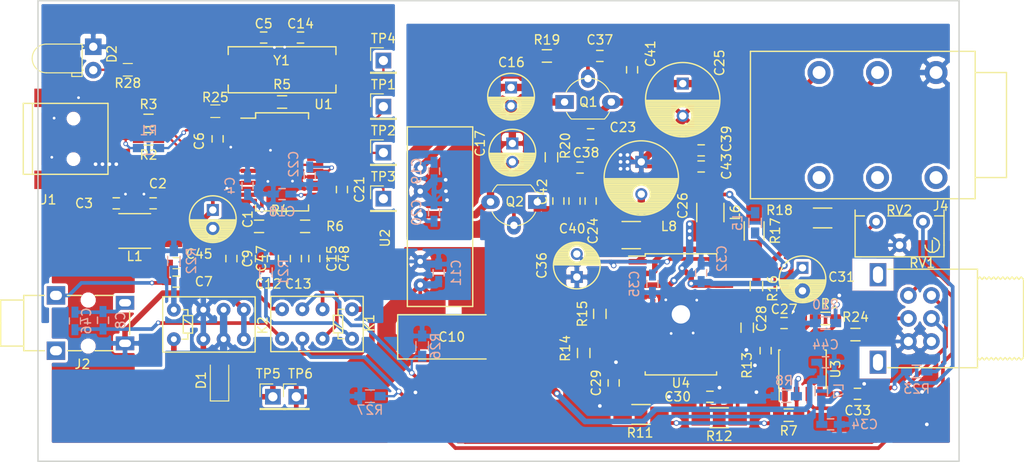
<source format=kicad_pcb>
(kicad_pcb (version 20170922) (host pcbnew "(2017-10-03 revision 3d1569081)-master")

(general
  (thickness 1.6)
  (drawings 5)
  (tracks 933)
  (zones 0)
  (modules 104)
  (nets 70)
)

(page A4)
(layers
  (0 F.Cu signal)
  (31 B.Cu signal)
  (32 B.Adhes user)
  (33 F.Adhes user)
  (34 B.Paste user)
  (35 F.Paste user)
  (36 B.SilkS user)
  (37 F.SilkS user)
  (38 B.Mask user)
  (39 F.Mask user)
  (40 Dwgs.User user)
  (41 Cmts.User user)
  (42 Eco1.User user)
  (43 Eco2.User user)
  (44 Edge.Cuts user)
  (45 Margin user)
  (46 B.CrtYd user)
  (47 F.CrtYd user)
  (48 B.Fab user hide)
  (49 F.Fab user hide)
)


(general
  (thickness 1.6)
  (drawings 5)
  (tracks 933)
  (zones 0)
  (modules 104)
  (nets 70)
)

(page A4)
(layers
  (0 F.Cu signal)
  (31 B.Cu signal)
  (32 B.Adhes user)
  (33 F.Adhes user)
  (34 B.Paste user)
  (35 F.Paste user)
  (36 B.SilkS user)
  (37 F.SilkS user)
  (38 B.Mask user)
  (39 F.Mask user)
  (40 Dwgs.User user)
  (41 Cmts.User user)
  (42 Eco1.User user)
  (43 Eco2.User user)
  (44 Edge.Cuts user)
  (45 Margin user)
  (46 B.CrtYd user)
  (47 F.CrtYd user)
  (48 B.Fab user hide)
  (49 F.Fab user hide)
)

(setup
  (last_trace_width 0.4)
  (user_trace_width 0.2)
  (user_trace_width 0.25)
  (user_trace_width 0.6)
  (user_trace_width 0.8)
  (user_trace_width 1.5)
  (trace_clearance 0.2)
  (zone_clearance 0.3)
  (zone_45_only yes)
  (trace_min 0.2)
  (segment_width 0.2)
  (edge_width 0.15)
  (via_size 0.6)
  (via_drill 0.4)
  (via_min_size 0.4)
  (via_min_drill 0.3)
  (user_via 0.5 0.3)
  (user_via 1.3 1)
  (uvia_size 0.3)
  (uvia_drill 0.1)
  (uvias_allowed no)
  (uvia_min_size 0.2)
  (uvia_min_drill 0.1)
  (pcb_text_width 0.3)
  (pcb_text_size 1.5 1.5)
  (mod_edge_width 0.15)
  (mod_text_size 1 1)
  (mod_text_width 0.15)
  (pad_size 3 4)
  (pad_drill 0)
  (pad_to_mask_clearance 0.2)
  (aux_axis_origin 0 0)
  (visible_elements FFFFFFFF)
  (pcbplotparams
    (layerselection 0x010f0_80000001)
    (usegerberextensions true)
    (usegerberattributes true)
    (usegerberadvancedattributes true)
    (creategerberjobfile true)
    (excludeedgelayer true)
    (linewidth 0.100000)
    (plotframeref false)
    (viasonmask false)
    (mode 1)
    (useauxorigin false)
    (hpglpennumber 1)
    (hpglpenspeed 20)
    (hpglpendiameter 15)
    (psnegative false)
    (psa4output false)
    (plotreference true)
    (plotvalue false)
    (plotinvisibletext false)
    (padsonsilk false)
    (subtractmaskfromsilk false)
    (outputformat 1)
    (mirror false)
    (drillshape 0)
    (scaleselection 1)
    (outputdirectory gerber/))
)

(net 0 "")
(net 1 Earth)
(net 2 "Net-(C1-Pad1)")
(net 3 +5V)
(net 4 "Net-(C4-Pad2)")
(net 5 "Net-(C5-Pad1)")
(net 6 +3V3)
(net 7 /LUSB)
(net 8 "Net-(C12-Pad1)")
(net 9 "Net-(C13-Pad2)")
(net 10 "Net-(C14-Pad1)")
(net 11 /RUSB)
(net 12 "Net-(C15-Pad1)")
(net 13 GNDPWR)
(net 14 "Net-(C16-Pad1)")
(net 15 "Net-(C17-Pad2)")
(net 16 "Net-(C18-Pad2)")
(net 17 "Net-(C21-Pad1)")
(net 18 "Net-(C22-Pad2)")
(net 19 +12V)
(net 20 -12V)
(net 21 "Net-(C27-Pad1)")
(net 22 "Net-(C29-Pad1)")
(net 23 "Net-(C30-Pad1)")
(net 24 "Net-(C31-Pad1)")
(net 25 "Net-(C33-Pad2)")
(net 26 "Net-(C35-Pad2)")
(net 27 "Net-(D1-Pad1)")
(net 28 "Net-(J1-Pad4)")
(net 29 /D+)
(net 30 /D-)
(net 31 GNDA)
(net 32 "Net-(J4-Pad4)")
(net 33 "Net-(J4-Pad6)")
(net 34 "Net-(J4-Pad5)")
(net 35 "Net-(J4-Pad2)")
(net 36 "Net-(J4-Pad3)")
(net 37 "Net-(K1-Pad6)")
(net 38 "Net-(K1-Pad3)")
(net 39 "Net-(R2-Pad2)")
(net 40 "Net-(R3-Pad1)")
(net 41 "Net-(R7-Pad2)")
(net 42 "Net-(R11-Pad2)")
(net 43 "Net-(R10-Pad2)")
(net 44 "Net-(R12-Pad2)")
(net 45 "Net-(R13-Pad2)")
(net 46 "Net-(R14-Pad1)")
(net 47 "Net-(R15-Pad2)")
(net 48 "Net-(R16-Pad1)")
(net 49 "Net-(TP1-Pad1)")
(net 50 "Net-(TP2-Pad1)")
(net 51 "Net-(TP3-Pad1)")
(net 52 "Net-(U1-Pad5)")
(net 53 "Net-(U1-Pad2)")
(net 54 "Net-(C37-Pad1)")
(net 55 "Net-(C38-Pad1)")
(net 56 "Net-(R23-Pad2)")
(net 57 "Net-(R23-Pad1)")
(net 58 "Net-(R24-Pad2)")
(net 59 "Net-(R24-Pad1)")
(net 60 "Net-(C45-Pad2)")
(net 61 "Net-(C45-Pad1)")
(net 62 "Net-(C46-Pad2)")
(net 63 "Net-(C46-Pad1)")
(net 64 "Net-(C47-Pad1)")
(net 65 "Net-(D2-Pad2)")
(net 66 "Net-(K1-Pad8)")
(net 67 "Net-(K2-Pad8)")
(net 68 "Net-(R25-Pad1)")
(net 69 /SSPND)

(net_class Default "This is the default net class."
  (clearance 0.2)
  (trace_width 0.4)
  (via_dia 0.6)
  (via_drill 0.4)
  (uvia_dia 0.3)
  (uvia_drill 0.1)
  (add_net +12V)
  (add_net +3V3)
  (add_net +5V)
  (add_net -12V)
  (add_net /D+)
  (add_net /D-)
  (add_net /LUSB)
  (add_net /RUSB)
  (add_net /SSPND)
  (add_net Earth)
  (add_net GNDA)
  (add_net GNDPWR)
  (add_net "Net-(C1-Pad1)")
  (add_net "Net-(C12-Pad1)")
  (add_net "Net-(C13-Pad2)")
  (add_net "Net-(C14-Pad1)")
  (add_net "Net-(C15-Pad1)")
  (add_net "Net-(C16-Pad1)")
  (add_net "Net-(C17-Pad2)")
  (add_net "Net-(C18-Pad2)")
  (add_net "Net-(C21-Pad1)")
  (add_net "Net-(C22-Pad2)")
  (add_net "Net-(C27-Pad1)")
  (add_net "Net-(C29-Pad1)")
  (add_net "Net-(C30-Pad1)")
  (add_net "Net-(C31-Pad1)")
  (add_net "Net-(C33-Pad2)")
  (add_net "Net-(C35-Pad2)")
  (add_net "Net-(C37-Pad1)")
  (add_net "Net-(C38-Pad1)")
  (add_net "Net-(C4-Pad2)")
  (add_net "Net-(C45-Pad1)")
  (add_net "Net-(C45-Pad2)")
  (add_net "Net-(C46-Pad1)")
  (add_net "Net-(C46-Pad2)")
  (add_net "Net-(C47-Pad1)")
  (add_net "Net-(C5-Pad1)")
  (add_net "Net-(D1-Pad1)")
  (add_net "Net-(D2-Pad2)")
  (add_net "Net-(J1-Pad4)")
  (add_net "Net-(J4-Pad2)")
  (add_net "Net-(J4-Pad3)")
  (add_net "Net-(J4-Pad4)")
  (add_net "Net-(J4-Pad5)")
  (add_net "Net-(J4-Pad6)")
  (add_net "Net-(K1-Pad3)")
  (add_net "Net-(K1-Pad6)")
  (add_net "Net-(K1-Pad8)")
  (add_net "Net-(K2-Pad8)")
  (add_net "Net-(R10-Pad2)")
  (add_net "Net-(R11-Pad2)")
  (add_net "Net-(R12-Pad2)")
  (add_net "Net-(R13-Pad2)")
  (add_net "Net-(R14-Pad1)")
  (add_net "Net-(R15-Pad2)")
  (add_net "Net-(R16-Pad1)")
  (add_net "Net-(R2-Pad2)")
  (add_net "Net-(R23-Pad1)")
  (add_net "Net-(R23-Pad2)")
  (add_net "Net-(R24-Pad1)")
  (add_net "Net-(R24-Pad2)")
  (add_net "Net-(R25-Pad1)")
  (add_net "Net-(R3-Pad1)")
  (add_net "Net-(R7-Pad2)")
  (add_net "Net-(TP1-Pad1)")
  (add_net "Net-(TP2-Pad1)")
  (add_net "Net-(TP3-Pad1)")
  (add_net "Net-(U1-Pad2)")
  (add_net "Net-(U1-Pad5)")
)

  (module Capacitors_THT:C_Radial_D8_L11.5_P3.5 (layer F.Cu) (tedit 0) (tstamp 5978A803)
    (at 83 22.5 270)
    (descr "Radial Electrolytic Capacitor Diameter 8mm x Length 11.5mm, Pitch 3.5mm")
    (tags "Electrolytic Capacitor")
    (path /593064DB)
    (fp_text reference C25 (at -2.25 -4 270) (layer F.SilkS)
      (effects (font (size 1 1) (thickness 0.15)))
    )
    (fp_text value 100u (at 1.75 5.3 270) (layer F.Fab)
      (effects (font (size 1 1) (thickness 0.15)))
    )
    (fp_circle (center 1.75 0) (end 1.75 -4.3) (layer F.CrtYd) (width 0.05))
    (fp_circle (center 1.75 0) (end 1.75 -4.0375) (layer F.SilkS) (width 0.15))
    (fp_circle (center 3.5 0) (end 3.5 -1) (layer F.SilkS) (width 0.15))
    (fp_line (start 5.745 -0.2) (end 5.745 0.2) (layer F.SilkS) (width 0.15))
    (fp_line (start 5.605 -1.067) (end 5.605 1.067) (layer F.SilkS) (width 0.15))
    (fp_line (start 5.465 -1.483) (end 5.465 1.483) (layer F.SilkS) (width 0.15))
    (fp_line (start 5.325 -1.794) (end 5.325 1.794) (layer F.SilkS) (width 0.15))
    (fp_line (start 5.185 -2.05) (end 5.185 2.05) (layer F.SilkS) (width 0.15))
    (fp_line (start 5.045 -2.268) (end 5.045 2.268) (layer F.SilkS) (width 0.15))
    (fp_line (start 4.905 -2.459) (end 4.905 2.459) (layer F.SilkS) (width 0.15))
    (fp_line (start 4.765 -2.629) (end 4.765 2.629) (layer F.SilkS) (width 0.15))
    (fp_line (start 4.625 -2.781) (end 4.625 2.781) (layer F.SilkS) (width 0.15))
    (fp_line (start 4.485 0.173) (end 4.485 2.919) (layer F.SilkS) (width 0.15))
    (fp_line (start 4.485 -2.919) (end 4.485 -0.173) (layer F.SilkS) (width 0.15))
    (fp_line (start 4.345 0.535) (end 4.345 3.044) (layer F.SilkS) (width 0.15))
    (fp_line (start 4.345 -3.044) (end 4.345 -0.535) (layer F.SilkS) (width 0.15))
    (fp_line (start 4.205 0.709) (end 4.205 3.158) (layer F.SilkS) (width 0.15))
    (fp_line (start 4.205 -3.158) (end 4.205 -0.709) (layer F.SilkS) (width 0.15))
    (fp_line (start 4.065 0.825) (end 4.065 3.262) (layer F.SilkS) (width 0.15))
    (fp_line (start 4.065 -3.262) (end 4.065 -0.825) (layer F.SilkS) (width 0.15))
    (fp_line (start 3.925 0.905) (end 3.925 3.357) (layer F.SilkS) (width 0.15))
    (fp_line (start 3.925 -3.357) (end 3.925 -0.905) (layer F.SilkS) (width 0.15))
    (fp_line (start 3.785 0.959) (end 3.785 3.444) (layer F.SilkS) (width 0.15))
    (fp_line (start 3.785 -3.444) (end 3.785 -0.959) (layer F.SilkS) (width 0.15))
    (fp_line (start 3.645 0.989) (end 3.645 3.523) (layer F.SilkS) (width 0.15))
    (fp_line (start 3.645 -3.523) (end 3.645 -0.989) (layer F.SilkS) (width 0.15))
    (fp_line (start 3.505 1) (end 3.505 3.594) (layer F.SilkS) (width 0.15))
    (fp_line (start 3.505 -3.594) (end 3.505 -1) (layer F.SilkS) (width 0.15))
    (fp_line (start 3.365 0.991) (end 3.365 3.659) (layer F.SilkS) (width 0.15))
    (fp_line (start 3.365 -3.659) (end 3.365 -0.991) (layer F.SilkS) (width 0.15))
    (fp_line (start 3.225 0.961) (end 3.225 3.718) (layer F.SilkS) (width 0.15))
    (fp_line (start 3.225 -3.718) (end 3.225 -0.961) (layer F.SilkS) (width 0.15))
    (fp_line (start 3.085 0.91) (end 3.085 3.771) (layer F.SilkS) (width 0.15))
    (fp_line (start 3.085 -3.771) (end 3.085 -0.91) (layer F.SilkS) (width 0.15))
    (fp_line (start 2.945 0.832) (end 2.945 3.817) (layer F.SilkS) (width 0.15))
    (fp_line (start 2.945 -3.817) (end 2.945 -0.832) (layer F.SilkS) (width 0.15))
    (fp_line (start 2.805 0.719) (end 2.805 3.858) (layer F.SilkS) (width 0.15))
    (fp_line (start 2.805 -3.858) (end 2.805 -0.719) (layer F.SilkS) (width 0.15))
    (fp_line (start 2.665 0.55) (end 2.665 3.894) (layer F.SilkS) (width 0.15))
    (fp_line (start 2.665 -3.894) (end 2.665 -0.55) (layer F.SilkS) (width 0.15))
    (fp_line (start 2.525 0.222) (end 2.525 3.924) (layer F.SilkS) (width 0.15))
    (fp_line (start 2.525 -3.924) (end 2.525 -0.222) (layer F.SilkS) (width 0.15))
    (fp_line (start 2.385 -3.949) (end 2.385 3.949) (layer F.SilkS) (width 0.15))
    (fp_line (start 2.245 -3.969) (end 2.245 3.969) (layer F.SilkS) (width 0.15))
    (fp_line (start 2.105 -3.984) (end 2.105 3.984) (layer F.SilkS) (width 0.15))
    (fp_line (start 1.965 -3.994) (end 1.965 3.994) (layer F.SilkS) (width 0.15))
    (fp_line (start 1.825 -3.999) (end 1.825 3.999) (layer F.SilkS) (width 0.15))
    (pad 1 thru_hole rect (at 0 0 270) (size 1.3 1.3) (drill 0.8) (layers *.Cu *.Mask)
      (net 19 +12V))
    (pad 2 thru_hole circle (at 3.5 0 270) (size 1.3 1.3) (drill 0.8) (layers *.Cu *.Mask)
      (net 13 GNDPWR))
    (model Capacitors_ThroughHole.3dshapes/C_Radial_D8_L11.5_P3.5.wrl
      (at (xyz 0 0 0))
      (scale (xyz 1 1 1))
      (rotate (xyz 0 0 0))
    )
  )

  (module Connectors:USB_Mini-B (layer F.Cu) (tedit 5543E571) (tstamp 5978A85A)
    (at 16 28.5)
    (descr "USB Mini-B 5-pin SMD connector")
    (tags "USB USB_B USB_Mini connector")
    (path /5976A1B4)
    (attr smd)
    (fp_text reference J1 (at -1.85 6.61) (layer F.SilkS)
      (effects (font (size 1 1) (thickness 0.15)))
    )
    (fp_text value USB_OTG (at 0 -7.0993) (layer F.Fab)
      (effects (font (size 1 1) (thickness 0.15)))
    )
    (fp_line (start 4.59994 -3.85064) (end -4.59994 -3.85064) (layer F.SilkS) (width 0.15))
    (fp_line (start 4.59994 3.85064) (end 4.59994 -3.85064) (layer F.SilkS) (width 0.15))
    (fp_line (start -4.59994 3.85064) (end 4.59994 3.85064) (layer F.SilkS) (width 0.15))
    (fp_line (start -4.59994 -3.85064) (end -4.59994 3.85064) (layer F.SilkS) (width 0.15))
    (fp_line (start -3.59918 -3.85064) (end -3.59918 3.85064) (layer F.SilkS) (width 0.15))
    (fp_line (start -4.85 5.7) (end -4.85 -5.7) (layer F.CrtYd) (width 0.05))
    (fp_line (start 4.85 5.7) (end -4.85 5.7) (layer F.CrtYd) (width 0.05))
    (fp_line (start 4.85 -5.7) (end 4.85 5.7) (layer F.CrtYd) (width 0.05))
    (fp_line (start -4.85 -5.7) (end 4.85 -5.7) (layer F.CrtYd) (width 0.05))
    (pad "" np_thru_hole circle (at 0.8509 2.19964) (size 0.89916 0.89916) (drill 0.89916) (layers *.Cu *.Mask))
    (pad "" np_thru_hole circle (at 0.8509 -2.19964) (size 0.89916 0.89916) (drill 0.89916) (layers *.Cu *.Mask))
    (pad 6 smd rect (at -2.14884 4.45008) (size 2.49936 1.99898) (layers F.Cu F.Paste F.Mask)
      (net 1 Earth))
    (pad 6 smd rect (at 3.35026 4.45008) (size 2.49936 1.99898) (layers F.Cu F.Paste F.Mask)
      (net 1 Earth))
    (pad 6 smd rect (at -2.14884 -4.45008) (size 2.49936 1.99898) (layers F.Cu F.Paste F.Mask)
      (net 1 Earth))
    (pad 6 smd rect (at 3.35026 -4.45008) (size 2.49936 1.99898) (layers F.Cu F.Paste F.Mask)
      (net 1 Earth))
    (pad 5 smd rect (at 3.44932 1.6002) (size 2.30124 0.50038) (layers F.Cu F.Paste F.Mask)
      (net 1 Earth))
    (pad 4 smd rect (at 3.44932 0.8001) (size 2.30124 0.50038) (layers F.Cu F.Paste F.Mask)
      (net 28 "Net-(J1-Pad4)"))
    (pad 3 smd rect (at 3.44932 0) (size 2.30124 0.50038) (layers F.Cu F.Paste F.Mask)
      (net 29 /D+))
    (pad 2 smd rect (at 3.44932 -0.8001) (size 2.30124 0.50038) (layers F.Cu F.Paste F.Mask)
      (net 30 /D-))
    (pad 1 smd rect (at 3.44932 -1.6002) (size 2.30124 0.50038) (layers F.Cu F.Paste F.Mask)
      (net 3 +5V))
  )

  (module Capacitors_THT:C_Radial_D5_L11_P2 (layer F.Cu) (tedit 0) (tstamp 5978A773)
    (at 31.98 36.22 270)
    (descr "Radial Electrolytic Capacitor 5mm x Length 11mm, Pitch 2mm")
    (tags "Electrolytic Capacitor")
    (path /5934B839)
    (fp_text reference C1 (at 1 -3.8 270) (layer F.SilkS)
      (effects (font (size 1 1) (thickness 0.15)))
    )
    (fp_text value 10u (at 1 3.8 270) (layer F.Fab)
      (effects (font (size 1 1) (thickness 0.15)))
    )
    (fp_circle (center 1 0) (end 1 -2.8) (layer F.CrtYd) (width 0.05))
    (fp_circle (center 1 0) (end 1 -2.5375) (layer F.SilkS) (width 0.15))
    (fp_circle (center 2 0) (end 2 -0.8) (layer F.SilkS) (width 0.15))
    (fp_line (start 3.455 -0.472) (end 3.455 0.472) (layer F.SilkS) (width 0.15))
    (fp_line (start 3.315 -0.944) (end 3.315 0.944) (layer F.SilkS) (width 0.15))
    (fp_line (start 3.175 -1.233) (end 3.175 1.233) (layer F.SilkS) (width 0.15))
    (fp_line (start 3.035 -1.452) (end 3.035 1.452) (layer F.SilkS) (width 0.15))
    (fp_line (start 2.895 -1.631) (end 2.895 1.631) (layer F.SilkS) (width 0.15))
    (fp_line (start 2.755 0.265) (end 2.755 1.78) (layer F.SilkS) (width 0.15))
    (fp_line (start 2.755 -1.78) (end 2.755 -0.265) (layer F.SilkS) (width 0.15))
    (fp_line (start 2.615 0.512) (end 2.615 1.908) (layer F.SilkS) (width 0.15))
    (fp_line (start 2.615 -1.908) (end 2.615 -0.512) (layer F.SilkS) (width 0.15))
    (fp_line (start 2.475 0.644) (end 2.475 2.019) (layer F.SilkS) (width 0.15))
    (fp_line (start 2.475 -2.019) (end 2.475 -0.644) (layer F.SilkS) (width 0.15))
    (fp_line (start 2.335 0.726) (end 2.335 2.114) (layer F.SilkS) (width 0.15))
    (fp_line (start 2.335 -2.114) (end 2.335 -0.726) (layer F.SilkS) (width 0.15))
    (fp_line (start 2.195 0.776) (end 2.195 2.196) (layer F.SilkS) (width 0.15))
    (fp_line (start 2.195 -2.196) (end 2.195 -0.776) (layer F.SilkS) (width 0.15))
    (fp_line (start 2.055 0.798) (end 2.055 2.266) (layer F.SilkS) (width 0.15))
    (fp_line (start 2.055 -2.266) (end 2.055 -0.798) (layer F.SilkS) (width 0.15))
    (fp_line (start 1.915 0.795) (end 1.915 2.327) (layer F.SilkS) (width 0.15))
    (fp_line (start 1.915 -2.327) (end 1.915 -0.795) (layer F.SilkS) (width 0.15))
    (fp_line (start 1.775 0.768) (end 1.775 2.377) (layer F.SilkS) (width 0.15))
    (fp_line (start 1.775 -2.377) (end 1.775 -0.768) (layer F.SilkS) (width 0.15))
    (fp_line (start 1.635 0.712) (end 1.635 2.418) (layer F.SilkS) (width 0.15))
    (fp_line (start 1.635 -2.418) (end 1.635 -0.712) (layer F.SilkS) (width 0.15))
    (fp_line (start 1.495 0.62) (end 1.495 2.451) (layer F.SilkS) (width 0.15))
    (fp_line (start 1.495 -2.451) (end 1.495 -0.62) (layer F.SilkS) (width 0.15))
    (fp_line (start 1.355 0.473) (end 1.355 2.475) (layer F.SilkS) (width 0.15))
    (fp_line (start 1.355 -2.475) (end 1.355 -0.473) (layer F.SilkS) (width 0.15))
    (fp_line (start 1.215 0.154) (end 1.215 2.491) (layer F.SilkS) (width 0.15))
    (fp_line (start 1.215 -2.491) (end 1.215 -0.154) (layer F.SilkS) (width 0.15))
    (fp_line (start 1.075 -2.499) (end 1.075 2.499) (layer F.SilkS) (width 0.15))
    (pad 2 thru_hole circle (at 2 0 270) (size 1.3 1.3) (drill 0.8) (layers *.Cu *.Mask)
      (net 1 Earth))
    (pad 1 thru_hole rect (at 0 0 270) (size 1.3 1.3) (drill 0.8) (layers *.Cu *.Mask)
      (net 2 "Net-(C1-Pad1)"))
    (model Capacitors_ThroughHole.3dshapes/C_Radial_D5_L11_P2.wrl
      (at (xyz 0 0 0))
      (scale (xyz 1 1 1))
      (rotate (xyz 0 0 0))
    )
  )

  (module Capacitors_SMD:C_0603_HandSoldering (layer F.Cu) (tedit 541A9B4D) (tstamp 5978A779)
    (at 25.5 35.5)
    (descr "Capacitor SMD 0603, hand soldering")
    (tags "capacitor 0603")
    (path /5934BF3E)
    (attr smd)
    (fp_text reference C2 (at 0.51 -2.14) (layer F.SilkS)
      (effects (font (size 1 1) (thickness 0.15)))
    )
    (fp_text value 100n (at 0 1.9) (layer F.Fab)
      (effects (font (size 1 1) (thickness 0.15)))
    )
    (fp_line (start 0.35 0.6) (end -0.35 0.6) (layer F.SilkS) (width 0.15))
    (fp_line (start -0.35 -0.6) (end 0.35 -0.6) (layer F.SilkS) (width 0.15))
    (fp_line (start 1.85 -0.75) (end 1.85 0.75) (layer F.CrtYd) (width 0.05))
    (fp_line (start -1.85 -0.75) (end -1.85 0.75) (layer F.CrtYd) (width 0.05))
    (fp_line (start -1.85 0.75) (end 1.85 0.75) (layer F.CrtYd) (width 0.05))
    (fp_line (start -1.85 -0.75) (end 1.85 -0.75) (layer F.CrtYd) (width 0.05))
    (fp_line (start -0.8 -0.4) (end 0.8 -0.4) (layer F.Fab) (width 0.15))
    (fp_line (start 0.8 -0.4) (end 0.8 0.4) (layer F.Fab) (width 0.15))
    (fp_line (start 0.8 0.4) (end -0.8 0.4) (layer F.Fab) (width 0.15))
    (fp_line (start -0.8 0.4) (end -0.8 -0.4) (layer F.Fab) (width 0.15))
    (pad 2 smd rect (at 0.95 0) (size 1.2 0.75) (layers F.Cu F.Paste F.Mask)
      (net 2 "Net-(C1-Pad1)"))
    (pad 1 smd rect (at -0.95 0) (size 1.2 0.75) (layers F.Cu F.Paste F.Mask)
      (net 1 Earth))
    (model Capacitors_SMD.3dshapes/C_0603_HandSoldering.wrl
      (at (xyz 0 0 0))
      (scale (xyz 1 1 1))
      (rotate (xyz 0 0 0))
    )
  )

  (module Capacitors_SMD:C_0603_HandSoldering (layer F.Cu) (tedit 541A9B4D) (tstamp 5978A77F)
    (at 21.5 35.5)
    (descr "Capacitor SMD 0603, hand soldering")
    (tags "capacitor 0603")
    (path /59305590)
    (attr smd)
    (fp_text reference C3 (at -3.5 0) (layer F.SilkS)
      (effects (font (size 1 1) (thickness 0.15)))
    )
    (fp_text value 200n (at 0 1.9) (layer F.Fab)
      (effects (font (size 1 1) (thickness 0.15)))
    )
    (fp_line (start 0.35 0.6) (end -0.35 0.6) (layer F.SilkS) (width 0.15))
    (fp_line (start -0.35 -0.6) (end 0.35 -0.6) (layer F.SilkS) (width 0.15))
    (fp_line (start 1.85 -0.75) (end 1.85 0.75) (layer F.CrtYd) (width 0.05))
    (fp_line (start -1.85 -0.75) (end -1.85 0.75) (layer F.CrtYd) (width 0.05))
    (fp_line (start -1.85 0.75) (end 1.85 0.75) (layer F.CrtYd) (width 0.05))
    (fp_line (start -1.85 -0.75) (end 1.85 -0.75) (layer F.CrtYd) (width 0.05))
    (fp_line (start -0.8 -0.4) (end 0.8 -0.4) (layer F.Fab) (width 0.15))
    (fp_line (start 0.8 -0.4) (end 0.8 0.4) (layer F.Fab) (width 0.15))
    (fp_line (start 0.8 0.4) (end -0.8 0.4) (layer F.Fab) (width 0.15))
    (fp_line (start -0.8 0.4) (end -0.8 -0.4) (layer F.Fab) (width 0.15))
    (pad 2 smd rect (at 0.95 0) (size 1.2 0.75) (layers F.Cu F.Paste F.Mask)
      (net 1 Earth))
    (pad 1 smd rect (at -0.95 0) (size 1.2 0.75) (layers F.Cu F.Paste F.Mask)
      (net 3 +5V))
    (model Capacitors_SMD.3dshapes/C_0603_HandSoldering.wrl
      (at (xyz 0 0 0))
      (scale (xyz 1 1 1))
      (rotate (xyz 0 0 0))
    )
  )

  (module Capacitors_SMD:C_0603_HandSoldering (layer B.Cu) (tedit 541A9B4D) (tstamp 5978A785)
    (at 35.75 33.59 270)
    (descr "Capacitor SMD 0603, hand soldering")
    (tags "capacitor 0603")
    (path /5934A4BD)
    (attr smd)
    (fp_text reference C4 (at 0 1.9 270) (layer B.SilkS)
      (effects (font (size 1 1) (thickness 0.15)) (justify mirror))
    )
    (fp_text value 1u (at 0 -1.9 270) (layer B.Fab)
      (effects (font (size 1 1) (thickness 0.15)) (justify mirror))
    )
    (fp_line (start 0.35 -0.6) (end -0.35 -0.6) (layer B.SilkS) (width 0.15))
    (fp_line (start -0.35 0.6) (end 0.35 0.6) (layer B.SilkS) (width 0.15))
    (fp_line (start 1.85 0.75) (end 1.85 -0.75) (layer B.CrtYd) (width 0.05))
    (fp_line (start -1.85 0.75) (end -1.85 -0.75) (layer B.CrtYd) (width 0.05))
    (fp_line (start -1.85 -0.75) (end 1.85 -0.75) (layer B.CrtYd) (width 0.05))
    (fp_line (start -1.85 0.75) (end 1.85 0.75) (layer B.CrtYd) (width 0.05))
    (fp_line (start -0.8 0.4) (end 0.8 0.4) (layer B.Fab) (width 0.15))
    (fp_line (start 0.8 0.4) (end 0.8 -0.4) (layer B.Fab) (width 0.15))
    (fp_line (start 0.8 -0.4) (end -0.8 -0.4) (layer B.Fab) (width 0.15))
    (fp_line (start -0.8 -0.4) (end -0.8 0.4) (layer B.Fab) (width 0.15))
    (pad 2 smd rect (at 0.95 0 270) (size 1.2 0.75) (layers B.Cu B.Paste B.Mask)
      (net 4 "Net-(C4-Pad2)"))
    (pad 1 smd rect (at -0.95 0 270) (size 1.2 0.75) (layers B.Cu B.Paste B.Mask)
      (net 1 Earth))
    (model Capacitors_SMD.3dshapes/C_0603_HandSoldering.wrl
      (at (xyz 0 0 0))
      (scale (xyz 1 1 1))
      (rotate (xyz 0 0 0))
    )
  )

  (module Capacitors_SMD:C_0603_HandSoldering (layer F.Cu) (tedit 541A9B4D) (tstamp 5978A78B)
    (at 37.5 17.5)
    (descr "Capacitor SMD 0603, hand soldering")
    (tags "capacitor 0603")
    (path /59348C90)
    (attr smd)
    (fp_text reference C5 (at 0 -1.5) (layer F.SilkS)
      (effects (font (size 1 1) (thickness 0.15)))
    )
    (fp_text value 27p (at 0 1.9) (layer F.Fab)
      (effects (font (size 1 1) (thickness 0.15)))
    )
    (fp_line (start 0.35 0.6) (end -0.35 0.6) (layer F.SilkS) (width 0.15))
    (fp_line (start -0.35 -0.6) (end 0.35 -0.6) (layer F.SilkS) (width 0.15))
    (fp_line (start 1.85 -0.75) (end 1.85 0.75) (layer F.CrtYd) (width 0.05))
    (fp_line (start -1.85 -0.75) (end -1.85 0.75) (layer F.CrtYd) (width 0.05))
    (fp_line (start -1.85 0.75) (end 1.85 0.75) (layer F.CrtYd) (width 0.05))
    (fp_line (start -1.85 -0.75) (end 1.85 -0.75) (layer F.CrtYd) (width 0.05))
    (fp_line (start -0.8 -0.4) (end 0.8 -0.4) (layer F.Fab) (width 0.15))
    (fp_line (start 0.8 -0.4) (end 0.8 0.4) (layer F.Fab) (width 0.15))
    (fp_line (start 0.8 0.4) (end -0.8 0.4) (layer F.Fab) (width 0.15))
    (fp_line (start -0.8 0.4) (end -0.8 -0.4) (layer F.Fab) (width 0.15))
    (pad 2 smd rect (at 0.95 0) (size 1.2 0.75) (layers F.Cu F.Paste F.Mask)
      (net 1 Earth))
    (pad 1 smd rect (at -0.95 0) (size 1.2 0.75) (layers F.Cu F.Paste F.Mask)
      (net 5 "Net-(C5-Pad1)"))
    (model Capacitors_SMD.3dshapes/C_0603_HandSoldering.wrl
      (at (xyz 0 0 0))
      (scale (xyz 1 1 1))
      (rotate (xyz 0 0 0))
    )
  )

  (module Capacitors_SMD:C_0603_HandSoldering (layer F.Cu) (tedit 541A9B4D) (tstamp 5978A791)
    (at 32.5 28.5 90)
    (descr "Capacitor SMD 0603, hand soldering")
    (tags "capacitor 0603")
    (path /5934D473)
    (attr smd)
    (fp_text reference C6 (at -0.25 -2 270) (layer F.SilkS)
      (effects (font (size 1 1) (thickness 0.15)))
    )
    (fp_text value 200n (at 0 1.9 90) (layer F.Fab)
      (effects (font (size 1 1) (thickness 0.15)))
    )
    (fp_line (start 0.35 0.6) (end -0.35 0.6) (layer F.SilkS) (width 0.15))
    (fp_line (start -0.35 -0.6) (end 0.35 -0.6) (layer F.SilkS) (width 0.15))
    (fp_line (start 1.85 -0.75) (end 1.85 0.75) (layer F.CrtYd) (width 0.05))
    (fp_line (start -1.85 -0.75) (end -1.85 0.75) (layer F.CrtYd) (width 0.05))
    (fp_line (start -1.85 0.75) (end 1.85 0.75) (layer F.CrtYd) (width 0.05))
    (fp_line (start -1.85 -0.75) (end 1.85 -0.75) (layer F.CrtYd) (width 0.05))
    (fp_line (start -0.8 -0.4) (end 0.8 -0.4) (layer F.Fab) (width 0.15))
    (fp_line (start 0.8 -0.4) (end 0.8 0.4) (layer F.Fab) (width 0.15))
    (fp_line (start 0.8 0.4) (end -0.8 0.4) (layer F.Fab) (width 0.15))
    (fp_line (start -0.8 0.4) (end -0.8 -0.4) (layer F.Fab) (width 0.15))
    (pad 2 smd rect (at 0.95 0 90) (size 1.2 0.75) (layers F.Cu F.Paste F.Mask)
      (net 6 +3V3))
    (pad 1 smd rect (at -0.95 0 90) (size 1.2 0.75) (layers F.Cu F.Paste F.Mask)
      (net 1 Earth))
    (model Capacitors_SMD.3dshapes/C_0603_HandSoldering.wrl
      (at (xyz 0 0 0))
      (scale (xyz 1 1 1))
      (rotate (xyz 0 0 0))
    )
  )

  (module Capacitors_SMD:C_0603_HandSoldering (layer F.Cu) (tedit 541A9B4D) (tstamp 5978A797)
    (at 28 44 180)
    (descr "Capacitor SMD 0603, hand soldering")
    (tags "capacitor 0603")
    (path /5935AC3B)
    (attr smd)
    (fp_text reference C7 (at -3 0 180) (layer F.SilkS)
      (effects (font (size 1 1) (thickness 0.15)))
    )
    (fp_text value 1u (at 0 1.9 180) (layer F.Fab)
      (effects (font (size 1 1) (thickness 0.15)))
    )
    (fp_line (start 0.35 0.6) (end -0.35 0.6) (layer F.SilkS) (width 0.15))
    (fp_line (start -0.35 -0.6) (end 0.35 -0.6) (layer F.SilkS) (width 0.15))
    (fp_line (start 1.85 -0.75) (end 1.85 0.75) (layer F.CrtYd) (width 0.05))
    (fp_line (start -1.85 -0.75) (end -1.85 0.75) (layer F.CrtYd) (width 0.05))
    (fp_line (start -1.85 0.75) (end 1.85 0.75) (layer F.CrtYd) (width 0.05))
    (fp_line (start -1.85 -0.75) (end 1.85 -0.75) (layer F.CrtYd) (width 0.05))
    (fp_line (start -0.8 -0.4) (end 0.8 -0.4) (layer F.Fab) (width 0.15))
    (fp_line (start 0.8 -0.4) (end 0.8 0.4) (layer F.Fab) (width 0.15))
    (fp_line (start 0.8 0.4) (end -0.8 0.4) (layer F.Fab) (width 0.15))
    (fp_line (start -0.8 0.4) (end -0.8 -0.4) (layer F.Fab) (width 0.15))
    (pad 2 smd rect (at 0.95 0 180) (size 1.2 0.75) (layers F.Cu F.Paste F.Mask)
      (net 60 "Net-(C45-Pad2)"))
    (pad 1 smd rect (at -0.95 0 180) (size 1.2 0.75) (layers F.Cu F.Paste F.Mask)
      (net 61 "Net-(C45-Pad1)"))
    (model Capacitors_SMD.3dshapes/C_0603_HandSoldering.wrl
      (at (xyz 0 0 0))
      (scale (xyz 1 1 1))
      (rotate (xyz 0 0 0))
    )
  )

  (module Capacitors_SMD:C_0603_HandSoldering (layer B.Cu) (tedit 541A9B4D) (tstamp 5978A79D)
    (at 20.06 48.2 90)
    (descr "Capacitor SMD 0603, hand soldering")
    (tags "capacitor 0603")
    (path /5935A9B7)
    (attr smd)
    (fp_text reference C8 (at 0 1.9 90) (layer B.SilkS)
      (effects (font (size 1 1) (thickness 0.15)) (justify mirror))
    )
    (fp_text value 1u (at 0 -1.9 90) (layer B.Fab)
      (effects (font (size 1 1) (thickness 0.15)) (justify mirror))
    )
    (fp_line (start 0.35 -0.6) (end -0.35 -0.6) (layer B.SilkS) (width 0.15))
    (fp_line (start -0.35 0.6) (end 0.35 0.6) (layer B.SilkS) (width 0.15))
    (fp_line (start 1.85 0.75) (end 1.85 -0.75) (layer B.CrtYd) (width 0.05))
    (fp_line (start -1.85 0.75) (end -1.85 -0.75) (layer B.CrtYd) (width 0.05))
    (fp_line (start -1.85 -0.75) (end 1.85 -0.75) (layer B.CrtYd) (width 0.05))
    (fp_line (start -1.85 0.75) (end 1.85 0.75) (layer B.CrtYd) (width 0.05))
    (fp_line (start -0.8 0.4) (end 0.8 0.4) (layer B.Fab) (width 0.15))
    (fp_line (start 0.8 0.4) (end 0.8 -0.4) (layer B.Fab) (width 0.15))
    (fp_line (start 0.8 -0.4) (end -0.8 -0.4) (layer B.Fab) (width 0.15))
    (fp_line (start -0.8 -0.4) (end -0.8 0.4) (layer B.Fab) (width 0.15))
    (pad 2 smd rect (at 0.95 0 90) (size 1.2 0.75) (layers B.Cu B.Paste B.Mask)
      (net 62 "Net-(C46-Pad2)"))
    (pad 1 smd rect (at -0.95 0 90) (size 1.2 0.75) (layers B.Cu B.Paste B.Mask)
      (net 63 "Net-(C46-Pad1)"))
    (model Capacitors_SMD.3dshapes/C_0603_HandSoldering.wrl
      (at (xyz 0 0 0))
      (scale (xyz 1 1 1))
      (rotate (xyz 0 0 0))
    )
  )

  (module Capacitors_SMD:C_0603_HandSoldering (layer F.Cu) (tedit 541A9B4D) (tstamp 5978A7A3)
    (at 34 41.5 90)
    (descr "Capacitor SMD 0603, hand soldering")
    (tags "capacitor 0603")
    (path /593501B5)
    (attr smd)
    (fp_text reference C9 (at 0 1.75 90) (layer F.SilkS)
      (effects (font (size 1 1) (thickness 0.15)))
    )
    (fp_text value 1u (at 0 1.9 90) (layer F.Fab)
      (effects (font (size 1 1) (thickness 0.15)))
    )
    (fp_line (start 0.35 0.6) (end -0.35 0.6) (layer F.SilkS) (width 0.15))
    (fp_line (start -0.35 -0.6) (end 0.35 -0.6) (layer F.SilkS) (width 0.15))
    (fp_line (start 1.85 -0.75) (end 1.85 0.75) (layer F.CrtYd) (width 0.05))
    (fp_line (start -1.85 -0.75) (end -1.85 0.75) (layer F.CrtYd) (width 0.05))
    (fp_line (start -1.85 0.75) (end 1.85 0.75) (layer F.CrtYd) (width 0.05))
    (fp_line (start -1.85 -0.75) (end 1.85 -0.75) (layer F.CrtYd) (width 0.05))
    (fp_line (start -0.8 -0.4) (end 0.8 -0.4) (layer F.Fab) (width 0.15))
    (fp_line (start 0.8 -0.4) (end 0.8 0.4) (layer F.Fab) (width 0.15))
    (fp_line (start 0.8 0.4) (end -0.8 0.4) (layer F.Fab) (width 0.15))
    (fp_line (start -0.8 0.4) (end -0.8 -0.4) (layer F.Fab) (width 0.15))
    (pad 2 smd rect (at 0.95 0 90) (size 1.2 0.75) (layers F.Cu F.Paste F.Mask)
      (net 64 "Net-(C47-Pad1)"))
    (pad 1 smd rect (at -0.95 0 90) (size 1.2 0.75) (layers F.Cu F.Paste F.Mask)
      (net 7 /LUSB))
    (model Capacitors_SMD.3dshapes/C_0603_HandSoldering.wrl
      (at (xyz 0 0 0))
      (scale (xyz 1 1 1))
      (rotate (xyz 0 0 0))
    )
  )

  (module Capacitors_Tantalum_SMD:Tantalum_Case-D_EIA-7343-31_Hand (layer F.Cu) (tedit 57B6E980) (tstamp 5978A7A9)
    (at 58 50)
    (descr "Tantalum capacitor, Case D, EIA 7343-31, 7.3x4.3x2.8mm, Hand soldering footprint")
    (tags "capacitor tantalum smd")
    (path /593055F7)
    (attr smd)
    (fp_text reference C10 (at -0.08 0.01) (layer F.SilkS)
      (effects (font (size 1 1) (thickness 0.15)))
    )
    (fp_text value 100u (at 0 3.9) (layer F.Fab)
      (effects (font (size 1 1) (thickness 0.15)))
    )
    (fp_line (start -5.95 -2.4) (end -5.95 2.4) (layer F.SilkS) (width 0.15))
    (fp_line (start -5.95 2.4) (end 3.65 2.4) (layer F.SilkS) (width 0.15))
    (fp_line (start -5.95 -2.4) (end 3.65 -2.4) (layer F.SilkS) (width 0.15))
    (fp_line (start -2.555 -2.15) (end -2.555 2.15) (layer F.Fab) (width 0.15))
    (fp_line (start -2.92 -2.15) (end -2.92 2.15) (layer F.Fab) (width 0.15))
    (fp_line (start 3.65 -2.15) (end -3.65 -2.15) (layer F.Fab) (width 0.15))
    (fp_line (start 3.65 2.15) (end 3.65 -2.15) (layer F.Fab) (width 0.15))
    (fp_line (start -3.65 2.15) (end 3.65 2.15) (layer F.Fab) (width 0.15))
    (fp_line (start -3.65 -2.15) (end -3.65 2.15) (layer F.Fab) (width 0.15))
    (fp_line (start 6.05 -2.5) (end -6.05 -2.5) (layer F.CrtYd) (width 0.05))
    (fp_line (start 6.05 2.5) (end 6.05 -2.5) (layer F.CrtYd) (width 0.05))
    (fp_line (start -6.05 2.5) (end 6.05 2.5) (layer F.CrtYd) (width 0.05))
    (fp_line (start -6.05 -2.5) (end -6.05 2.5) (layer F.CrtYd) (width 0.05))
    (pad 2 smd rect (at 3.775 0) (size 3.75 2.7) (layers F.Cu F.Paste F.Mask)
      (net 1 Earth))
    (pad 1 smd rect (at -3.775 0) (size 3.75 2.7) (layers F.Cu F.Paste F.Mask)
      (net 3 +5V))
    (model Capacitors_Tantalum_SMD.3dshapes/Tantalum_Case-D_EIA-7343-31.wrl
      (at (xyz 0 0 0))
      (scale (xyz 1 1 1))
      (rotate (xyz 0 0 0))
    )
  )

  (module Capacitors_SMD:C_0603_HandSoldering (layer B.Cu) (tedit 541A9B4D) (tstamp 5978A7AF)
    (at 56.5 43.05 90)
    (descr "Capacitor SMD 0603, hand soldering")
    (tags "capacitor 0603")
    (path /5930565F)
    (attr smd)
    (fp_text reference C11 (at 0 1.9 90) (layer B.SilkS)
      (effects (font (size 1 1) (thickness 0.15)) (justify mirror))
    )
    (fp_text value 100n (at 0 -1.9 90) (layer B.Fab)
      (effects (font (size 1 1) (thickness 0.15)) (justify mirror))
    )
    (fp_line (start 0.35 -0.6) (end -0.35 -0.6) (layer B.SilkS) (width 0.15))
    (fp_line (start -0.35 0.6) (end 0.35 0.6) (layer B.SilkS) (width 0.15))
    (fp_line (start 1.85 0.75) (end 1.85 -0.75) (layer B.CrtYd) (width 0.05))
    (fp_line (start -1.85 0.75) (end -1.85 -0.75) (layer B.CrtYd) (width 0.05))
    (fp_line (start -1.85 -0.75) (end 1.85 -0.75) (layer B.CrtYd) (width 0.05))
    (fp_line (start -1.85 0.75) (end 1.85 0.75) (layer B.CrtYd) (width 0.05))
    (fp_line (start -0.8 0.4) (end 0.8 0.4) (layer B.Fab) (width 0.15))
    (fp_line (start 0.8 0.4) (end 0.8 -0.4) (layer B.Fab) (width 0.15))
    (fp_line (start 0.8 -0.4) (end -0.8 -0.4) (layer B.Fab) (width 0.15))
    (fp_line (start -0.8 -0.4) (end -0.8 0.4) (layer B.Fab) (width 0.15))
    (pad 2 smd rect (at 0.95 0 90) (size 1.2 0.75) (layers B.Cu B.Paste B.Mask)
      (net 1 Earth))
    (pad 1 smd rect (at -0.95 0 90) (size 1.2 0.75) (layers B.Cu B.Paste B.Mask)
      (net 3 +5V))
    (model Capacitors_SMD.3dshapes/C_0603_HandSoldering.wrl
      (at (xyz 0 0 0))
      (scale (xyz 1 1 1))
      (rotate (xyz 0 0 0))
    )
  )

  (module Capacitors_SMD:C_0603_HandSoldering (layer F.Cu) (tedit 541A9B4D) (tstamp 5978A7B5)
    (at 38.5 41.5 270)
    (descr "Capacitor SMD 0603, hand soldering")
    (tags "capacitor 0603")
    (path /5934FA03)
    (attr smd)
    (fp_text reference C12 (at 2.75 0.5 180) (layer F.SilkS)
      (effects (font (size 1 1) (thickness 0.15)))
    )
    (fp_text value 22n (at 0 1.9 270) (layer F.Fab)
      (effects (font (size 1 1) (thickness 0.15)))
    )
    (fp_line (start 0.35 0.6) (end -0.35 0.6) (layer F.SilkS) (width 0.15))
    (fp_line (start -0.35 -0.6) (end 0.35 -0.6) (layer F.SilkS) (width 0.15))
    (fp_line (start 1.85 -0.75) (end 1.85 0.75) (layer F.CrtYd) (width 0.05))
    (fp_line (start -1.85 -0.75) (end -1.85 0.75) (layer F.CrtYd) (width 0.05))
    (fp_line (start -1.85 0.75) (end 1.85 0.75) (layer F.CrtYd) (width 0.05))
    (fp_line (start -1.85 -0.75) (end 1.85 -0.75) (layer F.CrtYd) (width 0.05))
    (fp_line (start -0.8 -0.4) (end 0.8 -0.4) (layer F.Fab) (width 0.15))
    (fp_line (start 0.8 -0.4) (end 0.8 0.4) (layer F.Fab) (width 0.15))
    (fp_line (start 0.8 0.4) (end -0.8 0.4) (layer F.Fab) (width 0.15))
    (fp_line (start -0.8 0.4) (end -0.8 -0.4) (layer F.Fab) (width 0.15))
    (pad 2 smd rect (at 0.95 0 270) (size 1.2 0.75) (layers F.Cu F.Paste F.Mask)
      (net 1 Earth))
    (pad 1 smd rect (at -0.95 0 270) (size 1.2 0.75) (layers F.Cu F.Paste F.Mask)
      (net 8 "Net-(C12-Pad1)"))
    (model Capacitors_SMD.3dshapes/C_0603_HandSoldering.wrl
      (at (xyz 0 0 0))
      (scale (xyz 1 1 1))
      (rotate (xyz 0 0 0))
    )
  )

  (module Capacitors_SMD:C_0603_HandSoldering (layer F.Cu) (tedit 541A9B4D) (tstamp 5978A7BB)
    (at 41 41.5 90)
    (descr "Capacitor SMD 0603, hand soldering")
    (tags "capacitor 0603")
    (path /5934F029)
    (attr smd)
    (fp_text reference C13 (at -2.75 0.25) (layer F.SilkS)
      (effects (font (size 1 1) (thickness 0.15)))
    )
    (fp_text value 22n (at 0 1.9 90) (layer F.Fab)
      (effects (font (size 1 1) (thickness 0.15)))
    )
    (fp_line (start 0.35 0.6) (end -0.35 0.6) (layer F.SilkS) (width 0.15))
    (fp_line (start -0.35 -0.6) (end 0.35 -0.6) (layer F.SilkS) (width 0.15))
    (fp_line (start 1.85 -0.75) (end 1.85 0.75) (layer F.CrtYd) (width 0.05))
    (fp_line (start -1.85 -0.75) (end -1.85 0.75) (layer F.CrtYd) (width 0.05))
    (fp_line (start -1.85 0.75) (end 1.85 0.75) (layer F.CrtYd) (width 0.05))
    (fp_line (start -1.85 -0.75) (end 1.85 -0.75) (layer F.CrtYd) (width 0.05))
    (fp_line (start -0.8 -0.4) (end 0.8 -0.4) (layer F.Fab) (width 0.15))
    (fp_line (start 0.8 -0.4) (end 0.8 0.4) (layer F.Fab) (width 0.15))
    (fp_line (start 0.8 0.4) (end -0.8 0.4) (layer F.Fab) (width 0.15))
    (fp_line (start -0.8 0.4) (end -0.8 -0.4) (layer F.Fab) (width 0.15))
    (pad 2 smd rect (at 0.95 0 90) (size 1.2 0.75) (layers F.Cu F.Paste F.Mask)
      (net 9 "Net-(C13-Pad2)"))
    (pad 1 smd rect (at -0.95 0 90) (size 1.2 0.75) (layers F.Cu F.Paste F.Mask)
      (net 1 Earth))
    (model Capacitors_SMD.3dshapes/C_0603_HandSoldering.wrl
      (at (xyz 0 0 0))
      (scale (xyz 1 1 1))
      (rotate (xyz 0 0 0))
    )
  )

  (module Capacitors_SMD:C_0603_HandSoldering (layer F.Cu) (tedit 541A9B4D) (tstamp 5978A7C1)
    (at 41.5 17.5 180)
    (descr "Capacitor SMD 0603, hand soldering")
    (tags "capacitor 0603")
    (path /59348F37)
    (attr smd)
    (fp_text reference C14 (at 0 1.5 180) (layer F.SilkS)
      (effects (font (size 1 1) (thickness 0.15)))
    )
    (fp_text value 27p (at 0 1.9 180) (layer F.Fab)
      (effects (font (size 1 1) (thickness 0.15)))
    )
    (fp_line (start 0.35 0.6) (end -0.35 0.6) (layer F.SilkS) (width 0.15))
    (fp_line (start -0.35 -0.6) (end 0.35 -0.6) (layer F.SilkS) (width 0.15))
    (fp_line (start 1.85 -0.75) (end 1.85 0.75) (layer F.CrtYd) (width 0.05))
    (fp_line (start -1.85 -0.75) (end -1.85 0.75) (layer F.CrtYd) (width 0.05))
    (fp_line (start -1.85 0.75) (end 1.85 0.75) (layer F.CrtYd) (width 0.05))
    (fp_line (start -1.85 -0.75) (end 1.85 -0.75) (layer F.CrtYd) (width 0.05))
    (fp_line (start -0.8 -0.4) (end 0.8 -0.4) (layer F.Fab) (width 0.15))
    (fp_line (start 0.8 -0.4) (end 0.8 0.4) (layer F.Fab) (width 0.15))
    (fp_line (start 0.8 0.4) (end -0.8 0.4) (layer F.Fab) (width 0.15))
    (fp_line (start -0.8 0.4) (end -0.8 -0.4) (layer F.Fab) (width 0.15))
    (pad 2 smd rect (at 0.95 0 180) (size 1.2 0.75) (layers F.Cu F.Paste F.Mask)
      (net 1 Earth))
    (pad 1 smd rect (at -0.95 0 180) (size 1.2 0.75) (layers F.Cu F.Paste F.Mask)
      (net 10 "Net-(C14-Pad1)"))
    (model Capacitors_SMD.3dshapes/C_0603_HandSoldering.wrl
      (at (xyz 0 0 0))
      (scale (xyz 1 1 1))
      (rotate (xyz 0 0 0))
    )
  )

  (module Capacitors_SMD:C_0603_HandSoldering (layer F.Cu) (tedit 541A9B4D) (tstamp 5978A7C7)
    (at 43 41.5 270)
    (descr "Capacitor SMD 0603, hand soldering")
    (tags "capacitor 0603")
    (path /5934F52B)
    (attr smd)
    (fp_text reference C15 (at 0 -1.9 270) (layer F.SilkS)
      (effects (font (size 1 1) (thickness 0.15)))
    )
    (fp_text value 1u (at 0 1.9 270) (layer F.Fab)
      (effects (font (size 1 1) (thickness 0.15)))
    )
    (fp_line (start 0.35 0.6) (end -0.35 0.6) (layer F.SilkS) (width 0.15))
    (fp_line (start -0.35 -0.6) (end 0.35 -0.6) (layer F.SilkS) (width 0.15))
    (fp_line (start 1.85 -0.75) (end 1.85 0.75) (layer F.CrtYd) (width 0.05))
    (fp_line (start -1.85 -0.75) (end -1.85 0.75) (layer F.CrtYd) (width 0.05))
    (fp_line (start -1.85 0.75) (end 1.85 0.75) (layer F.CrtYd) (width 0.05))
    (fp_line (start -1.85 -0.75) (end 1.85 -0.75) (layer F.CrtYd) (width 0.05))
    (fp_line (start -0.8 -0.4) (end 0.8 -0.4) (layer F.Fab) (width 0.15))
    (fp_line (start 0.8 -0.4) (end 0.8 0.4) (layer F.Fab) (width 0.15))
    (fp_line (start 0.8 0.4) (end -0.8 0.4) (layer F.Fab) (width 0.15))
    (fp_line (start -0.8 0.4) (end -0.8 -0.4) (layer F.Fab) (width 0.15))
    (pad 2 smd rect (at 0.95 0 270) (size 1.2 0.75) (layers F.Cu F.Paste F.Mask)
      (net 11 /RUSB))
    (pad 1 smd rect (at -0.95 0 270) (size 1.2 0.75) (layers F.Cu F.Paste F.Mask)
      (net 12 "Net-(C15-Pad1)"))
    (model Capacitors_SMD.3dshapes/C_0603_HandSoldering.wrl
      (at (xyz 0 0 0))
      (scale (xyz 1 1 1))
      (rotate (xyz 0 0 0))
    )
  )

  (module Capacitors_THT:C_Radial_D5_L11_P2 (layer F.Cu) (tedit 0) (tstamp 5978A7CD)
    (at 64.36 22.92 270)
    (descr "Radial Electrolytic Capacitor 5mm x Length 11mm, Pitch 2mm")
    (tags "Electrolytic Capacitor")
    (path /59305A96)
    (fp_text reference C16 (at -2.72 -0.04) (layer F.SilkS)
      (effects (font (size 1 1) (thickness 0.15)))
    )
    (fp_text value 10u (at 1 3.8 270) (layer F.Fab)
      (effects (font (size 1 1) (thickness 0.15)))
    )
    (fp_circle (center 1 0) (end 1 -2.8) (layer F.CrtYd) (width 0.05))
    (fp_circle (center 1 0) (end 1 -2.5375) (layer F.SilkS) (width 0.15))
    (fp_circle (center 2 0) (end 2 -0.8) (layer F.SilkS) (width 0.15))
    (fp_line (start 3.455 -0.472) (end 3.455 0.472) (layer F.SilkS) (width 0.15))
    (fp_line (start 3.315 -0.944) (end 3.315 0.944) (layer F.SilkS) (width 0.15))
    (fp_line (start 3.175 -1.233) (end 3.175 1.233) (layer F.SilkS) (width 0.15))
    (fp_line (start 3.035 -1.452) (end 3.035 1.452) (layer F.SilkS) (width 0.15))
    (fp_line (start 2.895 -1.631) (end 2.895 1.631) (layer F.SilkS) (width 0.15))
    (fp_line (start 2.755 0.265) (end 2.755 1.78) (layer F.SilkS) (width 0.15))
    (fp_line (start 2.755 -1.78) (end 2.755 -0.265) (layer F.SilkS) (width 0.15))
    (fp_line (start 2.615 0.512) (end 2.615 1.908) (layer F.SilkS) (width 0.15))
    (fp_line (start 2.615 -1.908) (end 2.615 -0.512) (layer F.SilkS) (width 0.15))
    (fp_line (start 2.475 0.644) (end 2.475 2.019) (layer F.SilkS) (width 0.15))
    (fp_line (start 2.475 -2.019) (end 2.475 -0.644) (layer F.SilkS) (width 0.15))
    (fp_line (start 2.335 0.726) (end 2.335 2.114) (layer F.SilkS) (width 0.15))
    (fp_line (start 2.335 -2.114) (end 2.335 -0.726) (layer F.SilkS) (width 0.15))
    (fp_line (start 2.195 0.776) (end 2.195 2.196) (layer F.SilkS) (width 0.15))
    (fp_line (start 2.195 -2.196) (end 2.195 -0.776) (layer F.SilkS) (width 0.15))
    (fp_line (start 2.055 0.798) (end 2.055 2.266) (layer F.SilkS) (width 0.15))
    (fp_line (start 2.055 -2.266) (end 2.055 -0.798) (layer F.SilkS) (width 0.15))
    (fp_line (start 1.915 0.795) (end 1.915 2.327) (layer F.SilkS) (width 0.15))
    (fp_line (start 1.915 -2.327) (end 1.915 -0.795) (layer F.SilkS) (width 0.15))
    (fp_line (start 1.775 0.768) (end 1.775 2.377) (layer F.SilkS) (width 0.15))
    (fp_line (start 1.775 -2.377) (end 1.775 -0.768) (layer F.SilkS) (width 0.15))
    (fp_line (start 1.635 0.712) (end 1.635 2.418) (layer F.SilkS) (width 0.15))
    (fp_line (start 1.635 -2.418) (end 1.635 -0.712) (layer F.SilkS) (width 0.15))
    (fp_line (start 1.495 0.62) (end 1.495 2.451) (layer F.SilkS) (width 0.15))
    (fp_line (start 1.495 -2.451) (end 1.495 -0.62) (layer F.SilkS) (width 0.15))
    (fp_line (start 1.355 0.473) (end 1.355 2.475) (layer F.SilkS) (width 0.15))
    (fp_line (start 1.355 -2.475) (end 1.355 -0.473) (layer F.SilkS) (width 0.15))
    (fp_line (start 1.215 0.154) (end 1.215 2.491) (layer F.SilkS) (width 0.15))
    (fp_line (start 1.215 -2.491) (end 1.215 -0.154) (layer F.SilkS) (width 0.15))
    (fp_line (start 1.075 -2.499) (end 1.075 2.499) (layer F.SilkS) (width 0.15))
    (pad 2 thru_hole circle (at 2 0 270) (size 1.3 1.3) (drill 0.8) (layers *.Cu *.Mask)
      (net 13 GNDPWR))
    (pad 1 thru_hole rect (at 0 0 270) (size 1.3 1.3) (drill 0.8) (layers *.Cu *.Mask)
      (net 14 "Net-(C16-Pad1)"))
    (model Capacitors_ThroughHole.3dshapes/C_Radial_D5_L11_P2.wrl
      (at (xyz 0 0 0))
      (scale (xyz 1 1 1))
      (rotate (xyz 0 0 0))
    )
  )

  (module Capacitors_THT:C_Radial_D5_L11_P2 (layer F.Cu) (tedit 0) (tstamp 5978A7D3)
    (at 64.5 29 270)
    (descr "Radial Electrolytic Capacitor 5mm x Length 11mm, Pitch 2mm")
    (tags "Electrolytic Capacitor")
    (path /59305B29)
    (fp_text reference C17 (at 0 3.5 270) (layer F.SilkS)
      (effects (font (size 1 1) (thickness 0.15)))
    )
    (fp_text value 10u (at 1 3.8 270) (layer F.Fab)
      (effects (font (size 1 1) (thickness 0.15)))
    )
    (fp_circle (center 1 0) (end 1 -2.8) (layer F.CrtYd) (width 0.05))
    (fp_circle (center 1 0) (end 1 -2.5375) (layer F.SilkS) (width 0.15))
    (fp_circle (center 2 0) (end 2 -0.8) (layer F.SilkS) (width 0.15))
    (fp_line (start 3.455 -0.472) (end 3.455 0.472) (layer F.SilkS) (width 0.15))
    (fp_line (start 3.315 -0.944) (end 3.315 0.944) (layer F.SilkS) (width 0.15))
    (fp_line (start 3.175 -1.233) (end 3.175 1.233) (layer F.SilkS) (width 0.15))
    (fp_line (start 3.035 -1.452) (end 3.035 1.452) (layer F.SilkS) (width 0.15))
    (fp_line (start 2.895 -1.631) (end 2.895 1.631) (layer F.SilkS) (width 0.15))
    (fp_line (start 2.755 0.265) (end 2.755 1.78) (layer F.SilkS) (width 0.15))
    (fp_line (start 2.755 -1.78) (end 2.755 -0.265) (layer F.SilkS) (width 0.15))
    (fp_line (start 2.615 0.512) (end 2.615 1.908) (layer F.SilkS) (width 0.15))
    (fp_line (start 2.615 -1.908) (end 2.615 -0.512) (layer F.SilkS) (width 0.15))
    (fp_line (start 2.475 0.644) (end 2.475 2.019) (layer F.SilkS) (width 0.15))
    (fp_line (start 2.475 -2.019) (end 2.475 -0.644) (layer F.SilkS) (width 0.15))
    (fp_line (start 2.335 0.726) (end 2.335 2.114) (layer F.SilkS) (width 0.15))
    (fp_line (start 2.335 -2.114) (end 2.335 -0.726) (layer F.SilkS) (width 0.15))
    (fp_line (start 2.195 0.776) (end 2.195 2.196) (layer F.SilkS) (width 0.15))
    (fp_line (start 2.195 -2.196) (end 2.195 -0.776) (layer F.SilkS) (width 0.15))
    (fp_line (start 2.055 0.798) (end 2.055 2.266) (layer F.SilkS) (width 0.15))
    (fp_line (start 2.055 -2.266) (end 2.055 -0.798) (layer F.SilkS) (width 0.15))
    (fp_line (start 1.915 0.795) (end 1.915 2.327) (layer F.SilkS) (width 0.15))
    (fp_line (start 1.915 -2.327) (end 1.915 -0.795) (layer F.SilkS) (width 0.15))
    (fp_line (start 1.775 0.768) (end 1.775 2.377) (layer F.SilkS) (width 0.15))
    (fp_line (start 1.775 -2.377) (end 1.775 -0.768) (layer F.SilkS) (width 0.15))
    (fp_line (start 1.635 0.712) (end 1.635 2.418) (layer F.SilkS) (width 0.15))
    (fp_line (start 1.635 -2.418) (end 1.635 -0.712) (layer F.SilkS) (width 0.15))
    (fp_line (start 1.495 0.62) (end 1.495 2.451) (layer F.SilkS) (width 0.15))
    (fp_line (start 1.495 -2.451) (end 1.495 -0.62) (layer F.SilkS) (width 0.15))
    (fp_line (start 1.355 0.473) (end 1.355 2.475) (layer F.SilkS) (width 0.15))
    (fp_line (start 1.355 -2.475) (end 1.355 -0.473) (layer F.SilkS) (width 0.15))
    (fp_line (start 1.215 0.154) (end 1.215 2.491) (layer F.SilkS) (width 0.15))
    (fp_line (start 1.215 -2.491) (end 1.215 -0.154) (layer F.SilkS) (width 0.15))
    (fp_line (start 1.075 -2.499) (end 1.075 2.499) (layer F.SilkS) (width 0.15))
    (pad 2 thru_hole circle (at 2 0 270) (size 1.3 1.3) (drill 0.8) (layers *.Cu *.Mask)
      (net 15 "Net-(C17-Pad2)"))
    (pad 1 thru_hole rect (at 0 0 270) (size 1.3 1.3) (drill 0.8) (layers *.Cu *.Mask)
      (net 13 GNDPWR))
    (model Capacitors_ThroughHole.3dshapes/C_Radial_D5_L11_P2.wrl
      (at (xyz 0 0 0))
      (scale (xyz 1 1 1))
      (rotate (xyz 0 0 0))
    )
  )

  (module Capacitors_SMD:C_0603_HandSoldering (layer B.Cu) (tedit 541A9B4D) (tstamp 5978A7D9)
    (at 39.5 34.5)
    (descr "Capacitor SMD 0603, hand soldering")
    (tags "capacitor 0603")
    (path /5934A59B)
    (attr smd)
    (fp_text reference C18 (at 0 1.9) (layer B.SilkS)
      (effects (font (size 1 1) (thickness 0.15)) (justify mirror))
    )
    (fp_text value 1u (at 0 -1.9) (layer B.Fab)
      (effects (font (size 1 1) (thickness 0.15)) (justify mirror))
    )
    (fp_line (start 0.35 -0.6) (end -0.35 -0.6) (layer B.SilkS) (width 0.15))
    (fp_line (start -0.35 0.6) (end 0.35 0.6) (layer B.SilkS) (width 0.15))
    (fp_line (start 1.85 0.75) (end 1.85 -0.75) (layer B.CrtYd) (width 0.05))
    (fp_line (start -1.85 0.75) (end -1.85 -0.75) (layer B.CrtYd) (width 0.05))
    (fp_line (start -1.85 -0.75) (end 1.85 -0.75) (layer B.CrtYd) (width 0.05))
    (fp_line (start -1.85 0.75) (end 1.85 0.75) (layer B.CrtYd) (width 0.05))
    (fp_line (start -0.8 0.4) (end 0.8 0.4) (layer B.Fab) (width 0.15))
    (fp_line (start 0.8 0.4) (end 0.8 -0.4) (layer B.Fab) (width 0.15))
    (fp_line (start 0.8 -0.4) (end -0.8 -0.4) (layer B.Fab) (width 0.15))
    (fp_line (start -0.8 -0.4) (end -0.8 0.4) (layer B.Fab) (width 0.15))
    (pad 2 smd rect (at 0.95 0) (size 1.2 0.75) (layers B.Cu B.Paste B.Mask)
      (net 16 "Net-(C18-Pad2)"))
    (pad 1 smd rect (at -0.95 0) (size 1.2 0.75) (layers B.Cu B.Paste B.Mask)
      (net 1 Earth))
    (model Capacitors_SMD.3dshapes/C_0603_HandSoldering.wrl
      (at (xyz 0 0 0))
      (scale (xyz 1 1 1))
      (rotate (xyz 0 0 0))
    )
  )

  (module Capacitors_SMD:C_0603_HandSoldering (layer B.Cu) (tedit 541A9B4D) (tstamp 5978A7DF)
    (at 56 32 270)
    (descr "Capacitor SMD 0603, hand soldering")
    (tags "capacitor 0603")
    (path /59305CF8)
    (attr smd)
    (fp_text reference C19 (at 0 1.9 270) (layer B.SilkS)
      (effects (font (size 1 1) (thickness 0.15)) (justify mirror))
    )
    (fp_text value 100n (at 0 -1.9 270) (layer B.Fab)
      (effects (font (size 1 1) (thickness 0.15)) (justify mirror))
    )
    (fp_line (start 0.35 -0.6) (end -0.35 -0.6) (layer B.SilkS) (width 0.15))
    (fp_line (start -0.35 0.6) (end 0.35 0.6) (layer B.SilkS) (width 0.15))
    (fp_line (start 1.85 0.75) (end 1.85 -0.75) (layer B.CrtYd) (width 0.05))
    (fp_line (start -1.85 0.75) (end -1.85 -0.75) (layer B.CrtYd) (width 0.05))
    (fp_line (start -1.85 -0.75) (end 1.85 -0.75) (layer B.CrtYd) (width 0.05))
    (fp_line (start -1.85 0.75) (end 1.85 0.75) (layer B.CrtYd) (width 0.05))
    (fp_line (start -0.8 0.4) (end 0.8 0.4) (layer B.Fab) (width 0.15))
    (fp_line (start 0.8 0.4) (end 0.8 -0.4) (layer B.Fab) (width 0.15))
    (fp_line (start 0.8 -0.4) (end -0.8 -0.4) (layer B.Fab) (width 0.15))
    (fp_line (start -0.8 -0.4) (end -0.8 0.4) (layer B.Fab) (width 0.15))
    (pad 2 smd rect (at 0.95 0 270) (size 1.2 0.75) (layers B.Cu B.Paste B.Mask)
      (net 13 GNDPWR))
    (pad 1 smd rect (at -0.95 0 270) (size 1.2 0.75) (layers B.Cu B.Paste B.Mask)
      (net 14 "Net-(C16-Pad1)"))
    (model Capacitors_SMD.3dshapes/C_0603_HandSoldering.wrl
      (at (xyz 0 0 0))
      (scale (xyz 1 1 1))
      (rotate (xyz 0 0 0))
    )
  )

  (module Capacitors_SMD:C_0603_HandSoldering (layer B.Cu) (tedit 541A9B4D) (tstamp 5978A7E5)
    (at 56 36.5 270)
    (descr "Capacitor SMD 0603, hand soldering")
    (tags "capacitor 0603")
    (path /59305D6F)
    (attr smd)
    (fp_text reference C20 (at 0 1.9 270) (layer B.SilkS)
      (effects (font (size 1 1) (thickness 0.15)) (justify mirror))
    )
    (fp_text value 100n (at 0 -1.9 270) (layer B.Fab)
      (effects (font (size 1 1) (thickness 0.15)) (justify mirror))
    )
    (fp_line (start 0.35 -0.6) (end -0.35 -0.6) (layer B.SilkS) (width 0.15))
    (fp_line (start -0.35 0.6) (end 0.35 0.6) (layer B.SilkS) (width 0.15))
    (fp_line (start 1.85 0.75) (end 1.85 -0.75) (layer B.CrtYd) (width 0.05))
    (fp_line (start -1.85 0.75) (end -1.85 -0.75) (layer B.CrtYd) (width 0.05))
    (fp_line (start -1.85 -0.75) (end 1.85 -0.75) (layer B.CrtYd) (width 0.05))
    (fp_line (start -1.85 0.75) (end 1.85 0.75) (layer B.CrtYd) (width 0.05))
    (fp_line (start -0.8 0.4) (end 0.8 0.4) (layer B.Fab) (width 0.15))
    (fp_line (start 0.8 0.4) (end 0.8 -0.4) (layer B.Fab) (width 0.15))
    (fp_line (start 0.8 -0.4) (end -0.8 -0.4) (layer B.Fab) (width 0.15))
    (fp_line (start -0.8 -0.4) (end -0.8 0.4) (layer B.Fab) (width 0.15))
    (pad 2 smd rect (at 0.95 0 270) (size 1.2 0.75) (layers B.Cu B.Paste B.Mask)
      (net 15 "Net-(C17-Pad2)"))
    (pad 1 smd rect (at -0.95 0 270) (size 1.2 0.75) (layers B.Cu B.Paste B.Mask)
      (net 13 GNDPWR))
    (model Capacitors_SMD.3dshapes/C_0603_HandSoldering.wrl
      (at (xyz 0 0 0))
      (scale (xyz 1 1 1))
      (rotate (xyz 0 0 0))
    )
  )

  (module Capacitors_SMD:C_0603_HandSoldering (layer F.Cu) (tedit 541A9B4D) (tstamp 5978A7EB)
    (at 46 34 270)
    (descr "Capacitor SMD 0603, hand soldering")
    (tags "capacitor 0603")
    (path /5934A14D)
    (attr smd)
    (fp_text reference C21 (at 0 -1.9 270) (layer F.SilkS)
      (effects (font (size 1 1) (thickness 0.15)))
    )
    (fp_text value 1u (at 0 1.9 270) (layer F.Fab)
      (effects (font (size 1 1) (thickness 0.15)))
    )
    (fp_line (start 0.35 0.6) (end -0.35 0.6) (layer F.SilkS) (width 0.15))
    (fp_line (start -0.35 -0.6) (end 0.35 -0.6) (layer F.SilkS) (width 0.15))
    (fp_line (start 1.85 -0.75) (end 1.85 0.75) (layer F.CrtYd) (width 0.05))
    (fp_line (start -1.85 -0.75) (end -1.85 0.75) (layer F.CrtYd) (width 0.05))
    (fp_line (start -1.85 0.75) (end 1.85 0.75) (layer F.CrtYd) (width 0.05))
    (fp_line (start -1.85 -0.75) (end 1.85 -0.75) (layer F.CrtYd) (width 0.05))
    (fp_line (start -0.8 -0.4) (end 0.8 -0.4) (layer F.Fab) (width 0.15))
    (fp_line (start 0.8 -0.4) (end 0.8 0.4) (layer F.Fab) (width 0.15))
    (fp_line (start 0.8 0.4) (end -0.8 0.4) (layer F.Fab) (width 0.15))
    (fp_line (start -0.8 0.4) (end -0.8 -0.4) (layer F.Fab) (width 0.15))
    (pad 2 smd rect (at 0.95 0 270) (size 1.2 0.75) (layers F.Cu F.Paste F.Mask)
      (net 1 Earth))
    (pad 1 smd rect (at -0.95 0 270) (size 1.2 0.75) (layers F.Cu F.Paste F.Mask)
      (net 17 "Net-(C21-Pad1)"))
    (model Capacitors_SMD.3dshapes/C_0603_HandSoldering.wrl
      (at (xyz 0 0 0))
      (scale (xyz 1 1 1))
      (rotate (xyz 0 0 0))
    )
  )

  (module Capacitors_SMD:C_0603_HandSoldering (layer B.Cu) (tedit 541A9B4D) (tstamp 5978A7F1)
    (at 42.5 32.5 90)
    (descr "Capacitor SMD 0603, hand soldering")
    (tags "capacitor 0603")
    (path /59349E35)
    (attr smd)
    (fp_text reference C22 (at 1.25 -1.75 90) (layer B.SilkS)
      (effects (font (size 1 1) (thickness 0.15)) (justify mirror))
    )
    (fp_text value 1u (at 0 -1.9 90) (layer B.Fab)
      (effects (font (size 1 1) (thickness 0.15)) (justify mirror))
    )
    (fp_line (start 0.35 -0.6) (end -0.35 -0.6) (layer B.SilkS) (width 0.15))
    (fp_line (start -0.35 0.6) (end 0.35 0.6) (layer B.SilkS) (width 0.15))
    (fp_line (start 1.85 0.75) (end 1.85 -0.75) (layer B.CrtYd) (width 0.05))
    (fp_line (start -1.85 0.75) (end -1.85 -0.75) (layer B.CrtYd) (width 0.05))
    (fp_line (start -1.85 -0.75) (end 1.85 -0.75) (layer B.CrtYd) (width 0.05))
    (fp_line (start -1.85 0.75) (end 1.85 0.75) (layer B.CrtYd) (width 0.05))
    (fp_line (start -0.8 0.4) (end 0.8 0.4) (layer B.Fab) (width 0.15))
    (fp_line (start 0.8 0.4) (end 0.8 -0.4) (layer B.Fab) (width 0.15))
    (fp_line (start 0.8 -0.4) (end -0.8 -0.4) (layer B.Fab) (width 0.15))
    (fp_line (start -0.8 -0.4) (end -0.8 0.4) (layer B.Fab) (width 0.15))
    (pad 2 smd rect (at 0.95 0 90) (size 1.2 0.75) (layers B.Cu B.Paste B.Mask)
      (net 18 "Net-(C22-Pad2)"))
    (pad 1 smd rect (at -0.95 0 90) (size 1.2 0.75) (layers B.Cu B.Paste B.Mask)
      (net 1 Earth))
    (model Capacitors_SMD.3dshapes/C_0603_HandSoldering.wrl
      (at (xyz 0 0 0))
      (scale (xyz 1 1 1))
      (rotate (xyz 0 0 0))
    )
  )

  (module Capacitors_SMD:C_0603_HandSoldering (layer F.Cu) (tedit 541A9B4D) (tstamp 5978A7F7)
    (at 73 28 180)
    (descr "Capacitor SMD 0603, hand soldering")
    (tags "capacitor 0603")
    (path /59306354)
    (attr smd)
    (fp_text reference C23 (at -3.5 0.75 180) (layer F.SilkS)
      (effects (font (size 1 1) (thickness 0.15)))
    )
    (fp_text value 100n (at 0 1.9 180) (layer F.Fab)
      (effects (font (size 1 1) (thickness 0.15)))
    )
    (fp_line (start 0.35 0.6) (end -0.35 0.6) (layer F.SilkS) (width 0.15))
    (fp_line (start -0.35 -0.6) (end 0.35 -0.6) (layer F.SilkS) (width 0.15))
    (fp_line (start 1.85 -0.75) (end 1.85 0.75) (layer F.CrtYd) (width 0.05))
    (fp_line (start -1.85 -0.75) (end -1.85 0.75) (layer F.CrtYd) (width 0.05))
    (fp_line (start -1.85 0.75) (end 1.85 0.75) (layer F.CrtYd) (width 0.05))
    (fp_line (start -1.85 -0.75) (end 1.85 -0.75) (layer F.CrtYd) (width 0.05))
    (fp_line (start -0.8 -0.4) (end 0.8 -0.4) (layer F.Fab) (width 0.15))
    (fp_line (start 0.8 -0.4) (end 0.8 0.4) (layer F.Fab) (width 0.15))
    (fp_line (start 0.8 0.4) (end -0.8 0.4) (layer F.Fab) (width 0.15))
    (fp_line (start -0.8 0.4) (end -0.8 -0.4) (layer F.Fab) (width 0.15))
    (pad 2 smd rect (at 0.95 0 180) (size 1.2 0.75) (layers F.Cu F.Paste F.Mask)
      (net 13 GNDPWR))
    (pad 1 smd rect (at -0.95 0 180) (size 1.2 0.75) (layers F.Cu F.Paste F.Mask)
      (net 19 +12V))
    (model Capacitors_SMD.3dshapes/C_0603_HandSoldering.wrl
      (at (xyz 0 0 0))
      (scale (xyz 1 1 1))
      (rotate (xyz 0 0 0))
    )
  )

  (module Capacitors_SMD:C_0603_HandSoldering (layer F.Cu) (tedit 541A9B4D) (tstamp 5978A7FD)
    (at 73 35.25 270)
    (descr "Capacitor SMD 0603, hand soldering")
    (tags "capacitor 0603")
    (path /59306303)
    (attr smd)
    (fp_text reference C24 (at 3.25 -0.25 270) (layer F.SilkS)
      (effects (font (size 1 1) (thickness 0.15)))
    )
    (fp_text value 100n (at 0 1.9 270) (layer F.Fab)
      (effects (font (size 1 1) (thickness 0.15)))
    )
    (fp_line (start 0.35 0.6) (end -0.35 0.6) (layer F.SilkS) (width 0.15))
    (fp_line (start -0.35 -0.6) (end 0.35 -0.6) (layer F.SilkS) (width 0.15))
    (fp_line (start 1.85 -0.75) (end 1.85 0.75) (layer F.CrtYd) (width 0.05))
    (fp_line (start -1.85 -0.75) (end -1.85 0.75) (layer F.CrtYd) (width 0.05))
    (fp_line (start -1.85 0.75) (end 1.85 0.75) (layer F.CrtYd) (width 0.05))
    (fp_line (start -1.85 -0.75) (end 1.85 -0.75) (layer F.CrtYd) (width 0.05))
    (fp_line (start -0.8 -0.4) (end 0.8 -0.4) (layer F.Fab) (width 0.15))
    (fp_line (start 0.8 -0.4) (end 0.8 0.4) (layer F.Fab) (width 0.15))
    (fp_line (start 0.8 0.4) (end -0.8 0.4) (layer F.Fab) (width 0.15))
    (fp_line (start -0.8 0.4) (end -0.8 -0.4) (layer F.Fab) (width 0.15))
    (pad 2 smd rect (at 0.95 0 270) (size 1.2 0.75) (layers F.Cu F.Paste F.Mask)
      (net 20 -12V))
    (pad 1 smd rect (at -0.95 0 270) (size 1.2 0.75) (layers F.Cu F.Paste F.Mask)
      (net 13 GNDPWR))
    (model Capacitors_SMD.3dshapes/C_0603_HandSoldering.wrl
      (at (xyz 0 0 0))
      (scale (xyz 1 1 1))
      (rotate (xyz 0 0 0))
    )
  )

  (module Capacitors_THT:C_Radial_D8_L11.5_P3.5 (layer F.Cu) (tedit 0) (tstamp 5978A809)
    (at 78.5 31 270)
    (descr "Radial Electrolytic Capacitor Diameter 8mm x Length 11.5mm, Pitch 3.5mm")
    (tags "Electrolytic Capacitor")
    (path /59306550)
    (fp_text reference C26 (at 4.75 -4.5 270) (layer F.SilkS)
      (effects (font (size 1 1) (thickness 0.15)))
    )
    (fp_text value 100u (at 1.75 5.3 270) (layer F.Fab)
      (effects (font (size 1 1) (thickness 0.15)))
    )
    (fp_circle (center 1.75 0) (end 1.75 -4.3) (layer F.CrtYd) (width 0.05))
    (fp_circle (center 1.75 0) (end 1.75 -4.0375) (layer F.SilkS) (width 0.15))
    (fp_circle (center 3.5 0) (end 3.5 -1) (layer F.SilkS) (width 0.15))
    (fp_line (start 5.745 -0.2) (end 5.745 0.2) (layer F.SilkS) (width 0.15))
    (fp_line (start 5.605 -1.067) (end 5.605 1.067) (layer F.SilkS) (width 0.15))
    (fp_line (start 5.465 -1.483) (end 5.465 1.483) (layer F.SilkS) (width 0.15))
    (fp_line (start 5.325 -1.794) (end 5.325 1.794) (layer F.SilkS) (width 0.15))
    (fp_line (start 5.185 -2.05) (end 5.185 2.05) (layer F.SilkS) (width 0.15))
    (fp_line (start 5.045 -2.268) (end 5.045 2.268) (layer F.SilkS) (width 0.15))
    (fp_line (start 4.905 -2.459) (end 4.905 2.459) (layer F.SilkS) (width 0.15))
    (fp_line (start 4.765 -2.629) (end 4.765 2.629) (layer F.SilkS) (width 0.15))
    (fp_line (start 4.625 -2.781) (end 4.625 2.781) (layer F.SilkS) (width 0.15))
    (fp_line (start 4.485 0.173) (end 4.485 2.919) (layer F.SilkS) (width 0.15))
    (fp_line (start 4.485 -2.919) (end 4.485 -0.173) (layer F.SilkS) (width 0.15))
    (fp_line (start 4.345 0.535) (end 4.345 3.044) (layer F.SilkS) (width 0.15))
    (fp_line (start 4.345 -3.044) (end 4.345 -0.535) (layer F.SilkS) (width 0.15))
    (fp_line (start 4.205 0.709) (end 4.205 3.158) (layer F.SilkS) (width 0.15))
    (fp_line (start 4.205 -3.158) (end 4.205 -0.709) (layer F.SilkS) (width 0.15))
    (fp_line (start 4.065 0.825) (end 4.065 3.262) (layer F.SilkS) (width 0.15))
    (fp_line (start 4.065 -3.262) (end 4.065 -0.825) (layer F.SilkS) (width 0.15))
    (fp_line (start 3.925 0.905) (end 3.925 3.357) (layer F.SilkS) (width 0.15))
    (fp_line (start 3.925 -3.357) (end 3.925 -0.905) (layer F.SilkS) (width 0.15))
    (fp_line (start 3.785 0.959) (end 3.785 3.444) (layer F.SilkS) (width 0.15))
    (fp_line (start 3.785 -3.444) (end 3.785 -0.959) (layer F.SilkS) (width 0.15))
    (fp_line (start 3.645 0.989) (end 3.645 3.523) (layer F.SilkS) (width 0.15))
    (fp_line (start 3.645 -3.523) (end 3.645 -0.989) (layer F.SilkS) (width 0.15))
    (fp_line (start 3.505 1) (end 3.505 3.594) (layer F.SilkS) (width 0.15))
    (fp_line (start 3.505 -3.594) (end 3.505 -1) (layer F.SilkS) (width 0.15))
    (fp_line (start 3.365 0.991) (end 3.365 3.659) (layer F.SilkS) (width 0.15))
    (fp_line (start 3.365 -3.659) (end 3.365 -0.991) (layer F.SilkS) (width 0.15))
    (fp_line (start 3.225 0.961) (end 3.225 3.718) (layer F.SilkS) (width 0.15))
    (fp_line (start 3.225 -3.718) (end 3.225 -0.961) (layer F.SilkS) (width 0.15))
    (fp_line (start 3.085 0.91) (end 3.085 3.771) (layer F.SilkS) (width 0.15))
    (fp_line (start 3.085 -3.771) (end 3.085 -0.91) (layer F.SilkS) (width 0.15))
    (fp_line (start 2.945 0.832) (end 2.945 3.817) (layer F.SilkS) (width 0.15))
    (fp_line (start 2.945 -3.817) (end 2.945 -0.832) (layer F.SilkS) (width 0.15))
    (fp_line (start 2.805 0.719) (end 2.805 3.858) (layer F.SilkS) (width 0.15))
    (fp_line (start 2.805 -3.858) (end 2.805 -0.719) (layer F.SilkS) (width 0.15))
    (fp_line (start 2.665 0.55) (end 2.665 3.894) (layer F.SilkS) (width 0.15))
    (fp_line (start 2.665 -3.894) (end 2.665 -0.55) (layer F.SilkS) (width 0.15))
    (fp_line (start 2.525 0.222) (end 2.525 3.924) (layer F.SilkS) (width 0.15))
    (fp_line (start 2.525 -3.924) (end 2.525 -0.222) (layer F.SilkS) (width 0.15))
    (fp_line (start 2.385 -3.949) (end 2.385 3.949) (layer F.SilkS) (width 0.15))
    (fp_line (start 2.245 -3.969) (end 2.245 3.969) (layer F.SilkS) (width 0.15))
    (fp_line (start 2.105 -3.984) (end 2.105 3.984) (layer F.SilkS) (width 0.15))
    (fp_line (start 1.965 -3.994) (end 1.965 3.994) (layer F.SilkS) (width 0.15))
    (fp_line (start 1.825 -3.999) (end 1.825 3.999) (layer F.SilkS) (width 0.15))
    (pad 1 thru_hole rect (at 0 0 270) (size 1.3 1.3) (drill 0.8) (layers *.Cu *.Mask)
      (net 13 GNDPWR))
    (pad 2 thru_hole circle (at 3.5 0 270) (size 1.3 1.3) (drill 0.8) (layers *.Cu *.Mask)
      (net 20 -12V))
    (model Capacitors_ThroughHole.3dshapes/C_Radial_D8_L11.5_P3.5.wrl
      (at (xyz 0 0 0))
      (scale (xyz 1 1 1))
      (rotate (xyz 0 0 0))
    )
  )

  (module Capacitors_SMD:C_0603_HandSoldering (layer F.Cu) (tedit 541A9B4D) (tstamp 5978A80F)
    (at 94 48.5)
    (descr "Capacitor SMD 0603, hand soldering")
    (tags "capacitor 0603")
    (path /59361C5D)
    (attr smd)
    (fp_text reference C27 (at 0 -1.5) (layer F.SilkS)
      (effects (font (size 1 1) (thickness 0.15)))
    )
    (fp_text value 100n (at 0 1.9) (layer F.Fab)
      (effects (font (size 1 1) (thickness 0.15)))
    )
    (fp_line (start 0.35 0.6) (end -0.35 0.6) (layer F.SilkS) (width 0.15))
    (fp_line (start -0.35 -0.6) (end 0.35 -0.6) (layer F.SilkS) (width 0.15))
    (fp_line (start 1.85 -0.75) (end 1.85 0.75) (layer F.CrtYd) (width 0.05))
    (fp_line (start -1.85 -0.75) (end -1.85 0.75) (layer F.CrtYd) (width 0.05))
    (fp_line (start -1.85 0.75) (end 1.85 0.75) (layer F.CrtYd) (width 0.05))
    (fp_line (start -1.85 -0.75) (end 1.85 -0.75) (layer F.CrtYd) (width 0.05))
    (fp_line (start -0.8 -0.4) (end 0.8 -0.4) (layer F.Fab) (width 0.15))
    (fp_line (start 0.8 -0.4) (end 0.8 0.4) (layer F.Fab) (width 0.15))
    (fp_line (start 0.8 0.4) (end -0.8 0.4) (layer F.Fab) (width 0.15))
    (fp_line (start -0.8 0.4) (end -0.8 -0.4) (layer F.Fab) (width 0.15))
    (pad 2 smd rect (at 0.95 0) (size 1.2 0.75) (layers F.Cu F.Paste F.Mask)
      (net 13 GNDPWR))
    (pad 1 smd rect (at -0.95 0) (size 1.2 0.75) (layers F.Cu F.Paste F.Mask)
      (net 21 "Net-(C27-Pad1)"))
    (model Capacitors_SMD.3dshapes/C_0603_HandSoldering.wrl
      (at (xyz 0 0 0))
      (scale (xyz 1 1 1))
      (rotate (xyz 0 0 0))
    )
  )

  (module Capacitors_SMD:C_0603_HandSoldering (layer F.Cu) (tedit 541A9B4D) (tstamp 5978A815)
    (at 92 51.5 270)
    (descr "Capacitor SMD 0603, hand soldering")
    (tags "capacitor 0603")
    (path /59361F8D)
    (attr smd)
    (fp_text reference C28 (at -3.47 0.45 90) (layer F.SilkS)
      (effects (font (size 1 1) (thickness 0.15)))
    )
    (fp_text value 1u (at 0 1.9 270) (layer F.Fab)
      (effects (font (size 1 1) (thickness 0.15)))
    )
    (fp_line (start 0.35 0.6) (end -0.35 0.6) (layer F.SilkS) (width 0.15))
    (fp_line (start -0.35 -0.6) (end 0.35 -0.6) (layer F.SilkS) (width 0.15))
    (fp_line (start 1.85 -0.75) (end 1.85 0.75) (layer F.CrtYd) (width 0.05))
    (fp_line (start -1.85 -0.75) (end -1.85 0.75) (layer F.CrtYd) (width 0.05))
    (fp_line (start -1.85 0.75) (end 1.85 0.75) (layer F.CrtYd) (width 0.05))
    (fp_line (start -1.85 -0.75) (end 1.85 -0.75) (layer F.CrtYd) (width 0.05))
    (fp_line (start -0.8 -0.4) (end 0.8 -0.4) (layer F.Fab) (width 0.15))
    (fp_line (start 0.8 -0.4) (end 0.8 0.4) (layer F.Fab) (width 0.15))
    (fp_line (start 0.8 0.4) (end -0.8 0.4) (layer F.Fab) (width 0.15))
    (fp_line (start -0.8 0.4) (end -0.8 -0.4) (layer F.Fab) (width 0.15))
    (pad 2 smd rect (at 0.95 0 270) (size 1.2 0.75) (layers F.Cu F.Paste F.Mask)
      (net 13 GNDPWR))
    (pad 1 smd rect (at -0.95 0 270) (size 1.2 0.75) (layers F.Cu F.Paste F.Mask)
      (net 21 "Net-(C27-Pad1)"))
    (model Capacitors_SMD.3dshapes/C_0603_HandSoldering.wrl
      (at (xyz 0 0 0))
      (scale (xyz 1 1 1))
      (rotate (xyz 0 0 0))
    )
  )

  (module Capacitors_SMD:C_0603_HandSoldering (layer F.Cu) (tedit 541A9B4D) (tstamp 5978A81B)
    (at 75.5 55 90)
    (descr "Capacitor SMD 0603, hand soldering")
    (tags "capacitor 0603")
    (path /593775B9)
    (attr smd)
    (fp_text reference C29 (at 0 -1.9 90) (layer F.SilkS)
      (effects (font (size 1 1) (thickness 0.15)))
    )
    (fp_text value 10n (at 0 1.9 90) (layer F.Fab)
      (effects (font (size 1 1) (thickness 0.15)))
    )
    (fp_line (start 0.35 0.6) (end -0.35 0.6) (layer F.SilkS) (width 0.15))
    (fp_line (start -0.35 -0.6) (end 0.35 -0.6) (layer F.SilkS) (width 0.15))
    (fp_line (start 1.85 -0.75) (end 1.85 0.75) (layer F.CrtYd) (width 0.05))
    (fp_line (start -1.85 -0.75) (end -1.85 0.75) (layer F.CrtYd) (width 0.05))
    (fp_line (start -1.85 0.75) (end 1.85 0.75) (layer F.CrtYd) (width 0.05))
    (fp_line (start -1.85 -0.75) (end 1.85 -0.75) (layer F.CrtYd) (width 0.05))
    (fp_line (start -0.8 -0.4) (end 0.8 -0.4) (layer F.Fab) (width 0.15))
    (fp_line (start 0.8 -0.4) (end 0.8 0.4) (layer F.Fab) (width 0.15))
    (fp_line (start 0.8 0.4) (end -0.8 0.4) (layer F.Fab) (width 0.15))
    (fp_line (start -0.8 0.4) (end -0.8 -0.4) (layer F.Fab) (width 0.15))
    (pad 2 smd rect (at 0.95 0 90) (size 1.2 0.75) (layers F.Cu F.Paste F.Mask)
      (net 13 GNDPWR))
    (pad 1 smd rect (at -0.95 0 90) (size 1.2 0.75) (layers F.Cu F.Paste F.Mask)
      (net 22 "Net-(C29-Pad1)"))
    (model Capacitors_SMD.3dshapes/C_0603_HandSoldering.wrl
      (at (xyz 0 0 0))
      (scale (xyz 1 1 1))
      (rotate (xyz 0 0 0))
    )
  )

  (module Capacitors_SMD:C_0603_HandSoldering (layer F.Cu) (tedit 541A9B4D) (tstamp 5978A821)
    (at 85.95 56.5)
    (descr "Capacitor SMD 0603, hand soldering")
    (tags "capacitor 0603")
    (path /593773D6)
    (attr smd)
    (fp_text reference C30 (at -3.5 0) (layer F.SilkS)
      (effects (font (size 1 1) (thickness 0.15)))
    )
    (fp_text value 10n (at 0 1.9) (layer F.Fab)
      (effects (font (size 1 1) (thickness 0.15)))
    )
    (fp_line (start 0.35 0.6) (end -0.35 0.6) (layer F.SilkS) (width 0.15))
    (fp_line (start -0.35 -0.6) (end 0.35 -0.6) (layer F.SilkS) (width 0.15))
    (fp_line (start 1.85 -0.75) (end 1.85 0.75) (layer F.CrtYd) (width 0.05))
    (fp_line (start -1.85 -0.75) (end -1.85 0.75) (layer F.CrtYd) (width 0.05))
    (fp_line (start -1.85 0.75) (end 1.85 0.75) (layer F.CrtYd) (width 0.05))
    (fp_line (start -1.85 -0.75) (end 1.85 -0.75) (layer F.CrtYd) (width 0.05))
    (fp_line (start -0.8 -0.4) (end 0.8 -0.4) (layer F.Fab) (width 0.15))
    (fp_line (start 0.8 -0.4) (end 0.8 0.4) (layer F.Fab) (width 0.15))
    (fp_line (start 0.8 0.4) (end -0.8 0.4) (layer F.Fab) (width 0.15))
    (fp_line (start -0.8 0.4) (end -0.8 -0.4) (layer F.Fab) (width 0.15))
    (pad 2 smd rect (at 0.95 0) (size 1.2 0.75) (layers F.Cu F.Paste F.Mask)
      (net 13 GNDPWR))
    (pad 1 smd rect (at -0.95 0) (size 1.2 0.75) (layers F.Cu F.Paste F.Mask)
      (net 23 "Net-(C30-Pad1)"))
    (model Capacitors_SMD.3dshapes/C_0603_HandSoldering.wrl
      (at (xyz 0 0 0))
      (scale (xyz 1 1 1))
      (rotate (xyz 0 0 0))
    )
  )

  (module Capacitors_THT:C_Radial_D5_L11_P2.5 (layer F.Cu) (tedit 0) (tstamp 5978A827)
    (at 96 42.5 270)
    (descr "Radial Electrolytic Capacitor Diameter 5mm x Length 11mm, Pitch 2.5mm")
    (tags "Electrolytic Capacitor")
    (path /5936D506)
    (fp_text reference C31 (at 1 -4.25 180) (layer F.SilkS)
      (effects (font (size 1 1) (thickness 0.15)))
    )
    (fp_text value 22u (at 1.25 3.8 270) (layer F.Fab)
      (effects (font (size 1 1) (thickness 0.15)))
    )
    (fp_circle (center 1.25 0) (end 1.25 -2.8) (layer F.CrtYd) (width 0.05))
    (fp_circle (center 1.25 0) (end 1.25 -2.5375) (layer F.SilkS) (width 0.15))
    (fp_circle (center 2.5 0) (end 2.5 -0.9) (layer F.SilkS) (width 0.15))
    (fp_line (start 3.705 -0.472) (end 3.705 0.472) (layer F.SilkS) (width 0.15))
    (fp_line (start 3.565 -0.944) (end 3.565 0.944) (layer F.SilkS) (width 0.15))
    (fp_line (start 3.425 -1.233) (end 3.425 1.233) (layer F.SilkS) (width 0.15))
    (fp_line (start 3.285 0.44) (end 3.285 1.452) (layer F.SilkS) (width 0.15))
    (fp_line (start 3.285 -1.452) (end 3.285 -0.44) (layer F.SilkS) (width 0.15))
    (fp_line (start 3.145 0.628) (end 3.145 1.631) (layer F.SilkS) (width 0.15))
    (fp_line (start 3.145 -1.631) (end 3.145 -0.628) (layer F.SilkS) (width 0.15))
    (fp_line (start 3.005 0.745) (end 3.005 1.78) (layer F.SilkS) (width 0.15))
    (fp_line (start 3.005 -1.78) (end 3.005 -0.745) (layer F.SilkS) (width 0.15))
    (fp_line (start 2.865 0.823) (end 2.865 1.908) (layer F.SilkS) (width 0.15))
    (fp_line (start 2.865 -1.908) (end 2.865 -0.823) (layer F.SilkS) (width 0.15))
    (fp_line (start 2.725 0.871) (end 2.725 2.019) (layer F.SilkS) (width 0.15))
    (fp_line (start 2.725 -2.019) (end 2.725 -0.871) (layer F.SilkS) (width 0.15))
    (fp_line (start 2.585 0.896) (end 2.585 2.114) (layer F.SilkS) (width 0.15))
    (fp_line (start 2.585 -2.114) (end 2.585 -0.896) (layer F.SilkS) (width 0.15))
    (fp_line (start 2.445 0.898) (end 2.445 2.196) (layer F.SilkS) (width 0.15))
    (fp_line (start 2.445 -2.196) (end 2.445 -0.898) (layer F.SilkS) (width 0.15))
    (fp_line (start 2.305 0.879) (end 2.305 2.266) (layer F.SilkS) (width 0.15))
    (fp_line (start 2.305 -2.266) (end 2.305 -0.879) (layer F.SilkS) (width 0.15))
    (fp_line (start 2.165 0.835) (end 2.165 2.327) (layer F.SilkS) (width 0.15))
    (fp_line (start 2.165 -2.327) (end 2.165 -0.835) (layer F.SilkS) (width 0.15))
    (fp_line (start 2.025 0.764) (end 2.025 2.377) (layer F.SilkS) (width 0.15))
    (fp_line (start 2.025 -2.377) (end 2.025 -0.764) (layer F.SilkS) (width 0.15))
    (fp_line (start 1.885 0.657) (end 1.885 2.418) (layer F.SilkS) (width 0.15))
    (fp_line (start 1.885 -2.418) (end 1.885 -0.657) (layer F.SilkS) (width 0.15))
    (fp_line (start 1.745 0.49) (end 1.745 2.451) (layer F.SilkS) (width 0.15))
    (fp_line (start 1.745 -2.451) (end 1.745 -0.49) (layer F.SilkS) (width 0.15))
    (fp_line (start 1.605 0.095) (end 1.605 2.475) (layer F.SilkS) (width 0.15))
    (fp_line (start 1.605 -2.475) (end 1.605 -0.095) (layer F.SilkS) (width 0.15))
    (fp_line (start 1.465 -2.491) (end 1.465 2.491) (layer F.SilkS) (width 0.15))
    (fp_line (start 1.325 -2.499) (end 1.325 2.499) (layer F.SilkS) (width 0.15))
    (pad 2 thru_hole circle (at 2.5 0 270) (size 1.3 1.3) (drill 0.8) (layers *.Cu *.Mask)
      (net 13 GNDPWR))
    (pad 1 thru_hole rect (at 0 0 270) (size 1.3 1.3) (drill 0.8) (layers *.Cu *.Mask)
      (net 24 "Net-(C31-Pad1)"))
    (model Capacitors_ThroughHole.3dshapes/C_Radial_D5_L11_P2.5.wrl
      (at (xyz 0.049213 0 0))
      (scale (xyz 1 1 1))
      (rotate (xyz 0 0 90))
    )
  )

  (module Capacitors_SMD:C_0603_HandSoldering (layer B.Cu) (tedit 541A9B4D) (tstamp 5978A82D)
    (at 85 43.05 270)
    (descr "Capacitor SMD 0603, hand soldering")
    (tags "capacitor 0603")
    (path /5936ED37)
    (attr smd)
    (fp_text reference C32 (at -1.55 -2.25 270) (layer B.SilkS)
      (effects (font (size 1 1) (thickness 0.15)) (justify mirror))
    )
    (fp_text value 100n (at 0 -1.9 270) (layer B.Fab)
      (effects (font (size 1 1) (thickness 0.15)) (justify mirror))
    )
    (fp_line (start 0.35 -0.6) (end -0.35 -0.6) (layer B.SilkS) (width 0.15))
    (fp_line (start -0.35 0.6) (end 0.35 0.6) (layer B.SilkS) (width 0.15))
    (fp_line (start 1.85 0.75) (end 1.85 -0.75) (layer B.CrtYd) (width 0.05))
    (fp_line (start -1.85 0.75) (end -1.85 -0.75) (layer B.CrtYd) (width 0.05))
    (fp_line (start -1.85 -0.75) (end 1.85 -0.75) (layer B.CrtYd) (width 0.05))
    (fp_line (start -1.85 0.75) (end 1.85 0.75) (layer B.CrtYd) (width 0.05))
    (fp_line (start -0.8 0.4) (end 0.8 0.4) (layer B.Fab) (width 0.15))
    (fp_line (start 0.8 0.4) (end 0.8 -0.4) (layer B.Fab) (width 0.15))
    (fp_line (start 0.8 -0.4) (end -0.8 -0.4) (layer B.Fab) (width 0.15))
    (fp_line (start -0.8 -0.4) (end -0.8 0.4) (layer B.Fab) (width 0.15))
    (pad 2 smd rect (at 0.95 0 270) (size 1.2 0.75) (layers B.Cu B.Paste B.Mask)
      (net 24 "Net-(C31-Pad1)"))
    (pad 1 smd rect (at -0.95 0 270) (size 1.2 0.75) (layers B.Cu B.Paste B.Mask)
      (net 13 GNDPWR))
    (model Capacitors_SMD.3dshapes/C_0603_HandSoldering.wrl
      (at (xyz 0 0 0))
      (scale (xyz 1 1 1))
      (rotate (xyz 0 0 0))
    )
  )

  (module Capacitors_SMD:C_0603_HandSoldering (layer F.Cu) (tedit 541A9B4D) (tstamp 5978A833)
    (at 101.97 56.18 180)
    (descr "Capacitor SMD 0603, hand soldering")
    (tags "capacitor 0603")
    (path /593620C9)
    (attr smd)
    (fp_text reference C33 (at -0.03 -1.82 180) (layer F.SilkS)
      (effects (font (size 1 1) (thickness 0.15)))
    )
    (fp_text value 1u (at 0 1.9 180) (layer F.Fab)
      (effects (font (size 1 1) (thickness 0.15)))
    )
    (fp_line (start 0.35 0.6) (end -0.35 0.6) (layer F.SilkS) (width 0.15))
    (fp_line (start -0.35 -0.6) (end 0.35 -0.6) (layer F.SilkS) (width 0.15))
    (fp_line (start 1.85 -0.75) (end 1.85 0.75) (layer F.CrtYd) (width 0.05))
    (fp_line (start -1.85 -0.75) (end -1.85 0.75) (layer F.CrtYd) (width 0.05))
    (fp_line (start -1.85 0.75) (end 1.85 0.75) (layer F.CrtYd) (width 0.05))
    (fp_line (start -1.85 -0.75) (end 1.85 -0.75) (layer F.CrtYd) (width 0.05))
    (fp_line (start -0.8 -0.4) (end 0.8 -0.4) (layer F.Fab) (width 0.15))
    (fp_line (start 0.8 -0.4) (end 0.8 0.4) (layer F.Fab) (width 0.15))
    (fp_line (start 0.8 0.4) (end -0.8 0.4) (layer F.Fab) (width 0.15))
    (fp_line (start -0.8 0.4) (end -0.8 -0.4) (layer F.Fab) (width 0.15))
    (pad 2 smd rect (at 0.95 0 180) (size 1.2 0.75) (layers F.Cu F.Paste F.Mask)
      (net 25 "Net-(C33-Pad2)"))
    (pad 1 smd rect (at -0.95 0 180) (size 1.2 0.75) (layers F.Cu F.Paste F.Mask)
      (net 13 GNDPWR))
    (model Capacitors_SMD.3dshapes/C_0603_HandSoldering.wrl
      (at (xyz 0 0 0))
      (scale (xyz 1 1 1))
      (rotate (xyz 0 0 0))
    )
  )

  (module Capacitors_SMD:C_0603_HandSoldering (layer B.Cu) (tedit 541A9B4D) (tstamp 5978A839)
    (at 99.05 59.5)
    (descr "Capacitor SMD 0603, hand soldering")
    (tags "capacitor 0603")
    (path /59361D2F)
    (attr smd)
    (fp_text reference C34 (at 3.7 0) (layer B.SilkS)
      (effects (font (size 1 1) (thickness 0.15)) (justify mirror))
    )
    (fp_text value 100n (at 0 -1.9) (layer B.Fab)
      (effects (font (size 1 1) (thickness 0.15)) (justify mirror))
    )
    (fp_line (start 0.35 -0.6) (end -0.35 -0.6) (layer B.SilkS) (width 0.15))
    (fp_line (start -0.35 0.6) (end 0.35 0.6) (layer B.SilkS) (width 0.15))
    (fp_line (start 1.85 0.75) (end 1.85 -0.75) (layer B.CrtYd) (width 0.05))
    (fp_line (start -1.85 0.75) (end -1.85 -0.75) (layer B.CrtYd) (width 0.05))
    (fp_line (start -1.85 -0.75) (end 1.85 -0.75) (layer B.CrtYd) (width 0.05))
    (fp_line (start -1.85 0.75) (end 1.85 0.75) (layer B.CrtYd) (width 0.05))
    (fp_line (start -0.8 0.4) (end 0.8 0.4) (layer B.Fab) (width 0.15))
    (fp_line (start 0.8 0.4) (end 0.8 -0.4) (layer B.Fab) (width 0.15))
    (fp_line (start 0.8 -0.4) (end -0.8 -0.4) (layer B.Fab) (width 0.15))
    (fp_line (start -0.8 -0.4) (end -0.8 0.4) (layer B.Fab) (width 0.15))
    (pad 2 smd rect (at 0.95 0) (size 1.2 0.75) (layers B.Cu B.Paste B.Mask)
      (net 13 GNDPWR))
    (pad 1 smd rect (at -0.95 0) (size 1.2 0.75) (layers B.Cu B.Paste B.Mask)
      (net 25 "Net-(C33-Pad2)"))
    (model Capacitors_SMD.3dshapes/C_0603_HandSoldering.wrl
      (at (xyz 0 0 0))
      (scale (xyz 1 1 1))
      (rotate (xyz 0 0 0))
    )
  )

  (module Capacitors_SMD:C_0603_HandSoldering (layer B.Cu) (tedit 541A9B4D) (tstamp 5978A83F)
    (at 79.71 44.23 90)
    (descr "Capacitor SMD 0603, hand soldering")
    (tags "capacitor 0603")
    (path /5936EFE5)
    (attr smd)
    (fp_text reference C35 (at -0.02 -1.96 90) (layer B.SilkS)
      (effects (font (size 1 1) (thickness 0.15)) (justify mirror))
    )
    (fp_text value 100n (at 0 -1.9 90) (layer B.Fab)
      (effects (font (size 1 1) (thickness 0.15)) (justify mirror))
    )
    (fp_line (start 0.35 -0.6) (end -0.35 -0.6) (layer B.SilkS) (width 0.15))
    (fp_line (start -0.35 0.6) (end 0.35 0.6) (layer B.SilkS) (width 0.15))
    (fp_line (start 1.85 0.75) (end 1.85 -0.75) (layer B.CrtYd) (width 0.05))
    (fp_line (start -1.85 0.75) (end -1.85 -0.75) (layer B.CrtYd) (width 0.05))
    (fp_line (start -1.85 -0.75) (end 1.85 -0.75) (layer B.CrtYd) (width 0.05))
    (fp_line (start -1.85 0.75) (end 1.85 0.75) (layer B.CrtYd) (width 0.05))
    (fp_line (start -0.8 0.4) (end 0.8 0.4) (layer B.Fab) (width 0.15))
    (fp_line (start 0.8 0.4) (end 0.8 -0.4) (layer B.Fab) (width 0.15))
    (fp_line (start 0.8 -0.4) (end -0.8 -0.4) (layer B.Fab) (width 0.15))
    (fp_line (start -0.8 -0.4) (end -0.8 0.4) (layer B.Fab) (width 0.15))
    (pad 2 smd rect (at 0.95 0 90) (size 1.2 0.75) (layers B.Cu B.Paste B.Mask)
      (net 26 "Net-(C35-Pad2)"))
    (pad 1 smd rect (at -0.95 0 90) (size 1.2 0.75) (layers B.Cu B.Paste B.Mask)
      (net 13 GNDPWR))
    (model Capacitors_SMD.3dshapes/C_0603_HandSoldering.wrl
      (at (xyz 0 0 0))
      (scale (xyz 1 1 1))
      (rotate (xyz 0 0 0))
    )
  )

  (module Capacitors_THT:C_Radial_D5_L11_P2.5 (layer F.Cu) (tedit 0) (tstamp 5978A845)
    (at 71.5 43.5 90)
    (descr "Radial Electrolytic Capacitor Diameter 5mm x Length 11mm, Pitch 2.5mm")
    (tags "Electrolytic Capacitor")
    (path /5936E4FB)
    (fp_text reference C36 (at 1.25 -3.8 90) (layer F.SilkS)
      (effects (font (size 1 1) (thickness 0.15)))
    )
    (fp_text value 22u (at 1.25 3.8 90) (layer F.Fab)
      (effects (font (size 1 1) (thickness 0.15)))
    )
    (fp_circle (center 1.25 0) (end 1.25 -2.8) (layer F.CrtYd) (width 0.05))
    (fp_circle (center 1.25 0) (end 1.25 -2.5375) (layer F.SilkS) (width 0.15))
    (fp_circle (center 2.5 0) (end 2.5 -0.9) (layer F.SilkS) (width 0.15))
    (fp_line (start 3.705 -0.472) (end 3.705 0.472) (layer F.SilkS) (width 0.15))
    (fp_line (start 3.565 -0.944) (end 3.565 0.944) (layer F.SilkS) (width 0.15))
    (fp_line (start 3.425 -1.233) (end 3.425 1.233) (layer F.SilkS) (width 0.15))
    (fp_line (start 3.285 0.44) (end 3.285 1.452) (layer F.SilkS) (width 0.15))
    (fp_line (start 3.285 -1.452) (end 3.285 -0.44) (layer F.SilkS) (width 0.15))
    (fp_line (start 3.145 0.628) (end 3.145 1.631) (layer F.SilkS) (width 0.15))
    (fp_line (start 3.145 -1.631) (end 3.145 -0.628) (layer F.SilkS) (width 0.15))
    (fp_line (start 3.005 0.745) (end 3.005 1.78) (layer F.SilkS) (width 0.15))
    (fp_line (start 3.005 -1.78) (end 3.005 -0.745) (layer F.SilkS) (width 0.15))
    (fp_line (start 2.865 0.823) (end 2.865 1.908) (layer F.SilkS) (width 0.15))
    (fp_line (start 2.865 -1.908) (end 2.865 -0.823) (layer F.SilkS) (width 0.15))
    (fp_line (start 2.725 0.871) (end 2.725 2.019) (layer F.SilkS) (width 0.15))
    (fp_line (start 2.725 -2.019) (end 2.725 -0.871) (layer F.SilkS) (width 0.15))
    (fp_line (start 2.585 0.896) (end 2.585 2.114) (layer F.SilkS) (width 0.15))
    (fp_line (start 2.585 -2.114) (end 2.585 -0.896) (layer F.SilkS) (width 0.15))
    (fp_line (start 2.445 0.898) (end 2.445 2.196) (layer F.SilkS) (width 0.15))
    (fp_line (start 2.445 -2.196) (end 2.445 -0.898) (layer F.SilkS) (width 0.15))
    (fp_line (start 2.305 0.879) (end 2.305 2.266) (layer F.SilkS) (width 0.15))
    (fp_line (start 2.305 -2.266) (end 2.305 -0.879) (layer F.SilkS) (width 0.15))
    (fp_line (start 2.165 0.835) (end 2.165 2.327) (layer F.SilkS) (width 0.15))
    (fp_line (start 2.165 -2.327) (end 2.165 -0.835) (layer F.SilkS) (width 0.15))
    (fp_line (start 2.025 0.764) (end 2.025 2.377) (layer F.SilkS) (width 0.15))
    (fp_line (start 2.025 -2.377) (end 2.025 -0.764) (layer F.SilkS) (width 0.15))
    (fp_line (start 1.885 0.657) (end 1.885 2.418) (layer F.SilkS) (width 0.15))
    (fp_line (start 1.885 -2.418) (end 1.885 -0.657) (layer F.SilkS) (width 0.15))
    (fp_line (start 1.745 0.49) (end 1.745 2.451) (layer F.SilkS) (width 0.15))
    (fp_line (start 1.745 -2.451) (end 1.745 -0.49) (layer F.SilkS) (width 0.15))
    (fp_line (start 1.605 0.095) (end 1.605 2.475) (layer F.SilkS) (width 0.15))
    (fp_line (start 1.605 -2.475) (end 1.605 -0.095) (layer F.SilkS) (width 0.15))
    (fp_line (start 1.465 -2.491) (end 1.465 2.491) (layer F.SilkS) (width 0.15))
    (fp_line (start 1.325 -2.499) (end 1.325 2.499) (layer F.SilkS) (width 0.15))
    (pad 2 thru_hole circle (at 2.5 0 90) (size 1.3 1.3) (drill 0.8) (layers *.Cu *.Mask)
      (net 26 "Net-(C35-Pad2)"))
    (pad 1 thru_hole rect (at 0 0 90) (size 1.3 1.3) (drill 0.8) (layers *.Cu *.Mask)
      (net 13 GNDPWR))
    (model Capacitors_ThroughHole.3dshapes/C_Radial_D5_L11_P2.5.wrl
      (at (xyz 0.049213 0 0))
      (scale (xyz 1 1 1))
      (rotate (xyz 0 0 90))
    )
  )

  (module Diodes_SMD:SOD-123 (layer F.Cu) (tedit 58645DC7) (tstamp 5978A84B)
    (at 32.71 54.71 90)
    (descr SOD-123)
    (tags SOD-123)
    (path /5935E5FB)
    (attr smd)
    (fp_text reference D1 (at 0 -2 90) (layer F.SilkS)
      (effects (font (size 1 1) (thickness 0.15)))
    )
    (fp_text value SK15-DIO (at 0 2.1 90) (layer F.Fab)
      (effects (font (size 1 1) (thickness 0.15)))
    )
    (fp_line (start -2.25 -1) (end 1.65 -1) (layer F.SilkS) (width 0.12))
    (fp_line (start -2.25 1) (end 1.65 1) (layer F.SilkS) (width 0.12))
    (fp_line (start -2.35 -1.15) (end -2.35 1.15) (layer F.CrtYd) (width 0.05))
    (fp_line (start 2.35 1.15) (end -2.35 1.15) (layer F.CrtYd) (width 0.05))
    (fp_line (start 2.35 -1.15) (end 2.35 1.15) (layer F.CrtYd) (width 0.05))
    (fp_line (start -2.35 -1.15) (end 2.35 -1.15) (layer F.CrtYd) (width 0.05))
    (fp_line (start -1.4 -0.9) (end 1.4 -0.9) (layer F.Fab) (width 0.1))
    (fp_line (start 1.4 -0.9) (end 1.4 0.9) (layer F.Fab) (width 0.1))
    (fp_line (start 1.4 0.9) (end -1.4 0.9) (layer F.Fab) (width 0.1))
    (fp_line (start -1.4 0.9) (end -1.4 -0.9) (layer F.Fab) (width 0.1))
    (fp_line (start -0.75 0) (end -0.35 0) (layer F.Fab) (width 0.1))
    (fp_line (start -0.35 0) (end -0.35 -0.55) (layer F.Fab) (width 0.1))
    (fp_line (start -0.35 0) (end -0.35 0.55) (layer F.Fab) (width 0.1))
    (fp_line (start -0.35 0) (end 0.25 -0.4) (layer F.Fab) (width 0.1))
    (fp_line (start 0.25 -0.4) (end 0.25 0.4) (layer F.Fab) (width 0.1))
    (fp_line (start 0.25 0.4) (end -0.35 0) (layer F.Fab) (width 0.1))
    (fp_line (start 0.25 0) (end 0.75 0) (layer F.Fab) (width 0.1))
    (fp_line (start -2.25 -1) (end -2.25 1) (layer F.SilkS) (width 0.12))
    (pad 2 smd rect (at 1.65 0 90) (size 0.9 1.2) (layers F.Cu F.Paste F.Mask)
      (net 1 Earth))
    (pad 1 smd rect (at -1.65 0 90) (size 0.9 1.2) (layers F.Cu F.Paste F.Mask)
      (net 27 "Net-(D1-Pad1)"))
    (model ${KISYS3DMOD}/Diodes_SMD.3dshapes/SOD-123.wrl
      (at (xyz 0 0 0))
      (scale (xyz 1 1 1))
      (rotate (xyz 0 0 0))
    )
  )

  (module tht:AMPHENOL-ACJS-HHDR (layer F.Cu) (tedit 59397A20) (tstamp 5978A88B)
    (at 104.15 27)
    (path /593770B0)
    (fp_text reference J4 (at 6.85 8.8) (layer F.SilkS)
      (effects (font (size 1 1) (thickness 0.15)))
    )
    (fp_text value JACK_TRS_6PINS (at -0.5 1.5) (layer F.Fab)
      (effects (font (size 1 1) (thickness 0.15)))
    )
    (fp_line (start -13.8 -8) (end 10.6 -8) (layer F.SilkS) (width 0.15))
    (fp_line (start -13.8 8) (end -13.8 -8) (layer F.SilkS) (width 0.15))
    (fp_line (start 10.6 8) (end -13.8 8) (layer F.SilkS) (width 0.15))
    (fp_line (start 14 -5.7) (end 14 5.7) (layer F.SilkS) (width 0.15))
    (fp_line (start 10.6 5.7) (end 14 5.7) (layer F.SilkS) (width 0.15))
    (fp_line (start 10.6 -8) (end 10.6 8) (layer F.SilkS) (width 0.15))
    (fp_line (start 10.6 -5.7) (end 14 -5.7) (layer F.SilkS) (width 0.15))
    (pad 4 thru_hole circle (at 6.35 5.7) (size 2.5 2.5) (drill 1.4) (layers *.Cu *.Mask)
      (net 32 "Net-(J4-Pad4)"))
    (pad 6 thru_hole circle (at 0 5.7) (size 2.5 2.5) (drill 1.4) (layers *.Cu *.Mask)
      (net 33 "Net-(J4-Pad6)"))
    (pad 5 thru_hole circle (at -6.35 5.7) (size 2.5 2.5) (drill 1.4) (layers *.Cu *.Mask)
      (net 34 "Net-(J4-Pad5)"))
    (pad 2 thru_hole circle (at -6.35 -5.7) (size 2.5 2.5) (drill 1.4) (layers *.Cu *.Mask)
      (net 35 "Net-(J4-Pad2)"))
    (pad 3 thru_hole circle (at 0 -5.7) (size 2.5 2.5) (drill 1.4) (layers *.Cu *.Mask)
      (net 36 "Net-(J4-Pad3)"))
    (pad 1 thru_hole circle (at 6.35 -5.7) (size 2.5 2.5) (drill 1.4) (layers *.Cu *.Mask)
      (net 13 GNDPWR))
  )

  (module "Relays_THT:Relay_DPDT_IM0(3,6,7)NS" (layer F.Cu) (tedit 55FAC2CB) (tstamp 5978A897)
    (at 47.1 47 270)
    (descr "IM Signal Relay, DPDT, IM0(3,6,7)NS, narrow footprint")
    (tags "Relay DPDT IM-relay")
    (path /59346B99)
    (fp_text reference K1 (at 1.5 -1.9 270) (layer F.SilkS)
      (effects (font (size 1 1) (thickness 0.15)))
    )
    (fp_text value Relais-2 (at 1.95 10.25 270) (layer F.Fab)
      (effects (font (size 1 1) (thickness 0.15)))
    )
    (fp_line (start 4.597 -1.2065) (end -1.372 -1.2065) (layer F.SilkS) (width 0.15))
    (fp_line (start -1.4 -1.2) (end -1.4 8.8) (layer F.SilkS) (width 0.15))
    (fp_line (start 4.597 8.8265) (end -1.372 8.8265) (layer F.SilkS) (width 0.15))
    (fp_line (start 4.6 -1.2) (end 4.6 8.8) (layer F.SilkS) (width 0.15))
    (fp_line (start -1.65 -1.45) (end 4.85 -1.45) (layer F.CrtYd) (width 0.05))
    (fp_line (start -1.65 9.05) (end -1.65 -1.45) (layer F.CrtYd) (width 0.05))
    (fp_line (start 4.85 9.05) (end -1.65 9.05) (layer F.CrtYd) (width 0.05))
    (fp_line (start 4.85 -1.45) (end 4.85 9.05) (layer F.CrtYd) (width 0.05))
    (fp_line (start 2.565 1.016) (end 2.565 2.032) (layer F.SilkS) (width 0.15))
    (fp_line (start 0.66 2.032) (end 2.565 2.032) (layer F.SilkS) (width 0.15))
    (fp_line (start 0.66 1.016) (end 0.66 2.032) (layer F.SilkS) (width 0.15))
    (fp_line (start 2.565 1.016) (end 0.66 1.016) (layer F.SilkS) (width 0.15))
    (fp_line (start 3.2 1.524) (end 2.565 1.524) (layer F.SilkS) (width 0.15))
    (fp_line (start 3.2 0.889) (end 3.2 1.524) (layer F.SilkS) (width 0.15))
    (fp_line (start 0 1.524) (end 0.66 1.524) (layer F.SilkS) (width 0.15))
    (fp_line (start 0 0.889) (end 0 1.524) (layer F.SilkS) (width 0.15))
    (fp_line (start 2.184 1.016) (end 1.549 2.032) (layer F.SilkS) (width 0.15))
    (pad 5 thru_hole circle (at 3.2 7.6 180) (size 1.5 1.5) (drill 0.65) (layers *.Cu *.Mask)
      (net 63 "Net-(C46-Pad1)"))
    (pad 6 thru_hole circle (at 3.2 5.4 180) (size 1.5 1.5) (drill 0.65) (layers *.Cu *.Mask)
      (net 37 "Net-(K1-Pad6)"))
    (pad 7 thru_hole circle (at 3.2 3.2 180) (size 1.5 1.5) (drill 0.65) (layers *.Cu *.Mask)
      (net 11 /RUSB))
    (pad 4 thru_hole circle (at 0 7.6 180) (size 1.5 1.5) (drill 0.65) (layers *.Cu *.Mask)
      (net 61 "Net-(C45-Pad1)"))
    (pad 3 thru_hole circle (at 0 5.4 180) (size 1.5 1.5) (drill 0.65) (layers *.Cu *.Mask)
      (net 38 "Net-(K1-Pad3)"))
    (pad 2 thru_hole circle (at 0 3.2 180) (size 1.5 1.5) (drill 0.65) (layers *.Cu *.Mask)
      (net 7 /LUSB))
    (pad 1 thru_hole circle (at 0 0 180) (size 1.5 1.5) (drill 0.65) (layers *.Cu *.Mask)
      (net 27 "Net-(D1-Pad1)"))
    (pad 8 thru_hole circle (at 3.2 0 180) (size 1.5 1.5) (drill 0.65) (layers *.Cu *.Mask)
      (net 66 "Net-(K1-Pad8)"))
    (model "Relays_ThroughHole.3dshapes/Relay_DPDT_IM0(3,6,7)NS.wrl"
      (at (xyz 0.0625 -0.15 -0.128))
      (scale (xyz 0.39 0.39 0.39))
      (rotate (xyz 180 0 90))
    )
  )

  (module "Relays_THT:Relay_DPDT_IM0(3,6,7)NS" (layer F.Cu) (tedit 55FAC2CB) (tstamp 5978A8A3)
    (at 27.75 50.25 90)
    (descr "IM Signal Relay, DPDT, IM0(3,6,7)NS, narrow footprint")
    (tags "Relay DPDT IM-relay")
    (path /5934743F)
    (fp_text reference K2 (at 1.5 9.65 90) (layer F.SilkS)
      (effects (font (size 1 1) (thickness 0.15)))
    )
    (fp_text value Relais-2 (at 1.95 10.25 90) (layer F.Fab)
      (effects (font (size 1 1) (thickness 0.15)))
    )
    (fp_line (start 4.597 -1.2065) (end -1.372 -1.2065) (layer F.SilkS) (width 0.15))
    (fp_line (start -1.4 -1.2) (end -1.4 8.8) (layer F.SilkS) (width 0.15))
    (fp_line (start 4.597 8.8265) (end -1.372 8.8265) (layer F.SilkS) (width 0.15))
    (fp_line (start 4.6 -1.2) (end 4.6 8.8) (layer F.SilkS) (width 0.15))
    (fp_line (start -1.65 -1.45) (end 4.85 -1.45) (layer F.CrtYd) (width 0.05))
    (fp_line (start -1.65 9.05) (end -1.65 -1.45) (layer F.CrtYd) (width 0.05))
    (fp_line (start 4.85 9.05) (end -1.65 9.05) (layer F.CrtYd) (width 0.05))
    (fp_line (start 4.85 -1.45) (end 4.85 9.05) (layer F.CrtYd) (width 0.05))
    (fp_line (start 2.565 1.016) (end 2.565 2.032) (layer F.SilkS) (width 0.15))
    (fp_line (start 0.66 2.032) (end 2.565 2.032) (layer F.SilkS) (width 0.15))
    (fp_line (start 0.66 1.016) (end 0.66 2.032) (layer F.SilkS) (width 0.15))
    (fp_line (start 2.565 1.016) (end 0.66 1.016) (layer F.SilkS) (width 0.15))
    (fp_line (start 3.2 1.524) (end 2.565 1.524) (layer F.SilkS) (width 0.15))
    (fp_line (start 3.2 0.889) (end 3.2 1.524) (layer F.SilkS) (width 0.15))
    (fp_line (start 0 1.524) (end 0.66 1.524) (layer F.SilkS) (width 0.15))
    (fp_line (start 0 0.889) (end 0 1.524) (layer F.SilkS) (width 0.15))
    (fp_line (start 2.184 1.016) (end 1.549 2.032) (layer F.SilkS) (width 0.15))
    (pad 5 thru_hole circle (at 3.2 7.6) (size 1.5 1.5) (drill 0.65) (layers *.Cu *.Mask)
      (net 31 GNDA))
    (pad 6 thru_hole circle (at 3.2 5.4) (size 1.5 1.5) (drill 0.65) (layers *.Cu *.Mask)
      (net 13 GNDPWR))
    (pad 7 thru_hole circle (at 3.2 3.2) (size 1.5 1.5) (drill 0.65) (layers *.Cu *.Mask)
      (net 1 Earth))
    (pad 4 thru_hole circle (at 0 7.6) (size 1.5 1.5) (drill 0.65) (layers *.Cu *.Mask)
      (net 31 GNDA))
    (pad 3 thru_hole circle (at 0 5.4) (size 1.5 1.5) (drill 0.65) (layers *.Cu *.Mask)
      (net 13 GNDPWR))
    (pad 2 thru_hole circle (at 0 3.2) (size 1.5 1.5) (drill 0.65) (layers *.Cu *.Mask)
      (net 1 Earth))
    (pad 1 thru_hole circle (at 0 0) (size 1.5 1.5) (drill 0.65) (layers *.Cu *.Mask)
      (net 27 "Net-(D1-Pad1)"))
    (pad 8 thru_hole circle (at 3.2 0) (size 1.5 1.5) (drill 0.65) (layers *.Cu *.Mask)
      (net 67 "Net-(K2-Pad8)"))
    (model "Relays_ThroughHole.3dshapes/Relay_DPDT_IM0(3,6,7)NS.wrl"
      (at (xyz 0.0625 -0.15 -0.128))
      (scale (xyz 0.39 0.39 0.39))
      (rotate (xyz 180 0 90))
    )
  )

  (module Resistors_SMD:R_1812_HandSoldering (layer F.Cu) (tedit 58307D36) (tstamp 5978A8A9)
    (at 23.5 38.5)
    (descr "Resistor SMD 1812, hand soldering, Panasonic (see ERJ12)")
    (tags "resistor 1812")
    (path /5934B57E)
    (attr smd)
    (fp_text reference L1 (at 0 2.75) (layer F.SilkS)
      (effects (font (size 1 1) (thickness 0.15)))
    )
    (fp_text value 47u (at 0 3.175) (layer F.Fab)
      (effects (font (size 1 1) (thickness 0.15)))
    )
    (fp_line (start -1.7272 -1.8796) (end 1.7272 -1.8796) (layer F.SilkS) (width 0.15))
    (fp_line (start -1.7272 1.8796) (end 1.7272 1.8796) (layer F.SilkS) (width 0.15))
    (fp_line (start -5.4356 2.2352) (end -5.4356 -2.2352) (layer F.CrtYd) (width 0.05))
    (fp_line (start 5.4356 2.2352) (end -5.4356 2.2352) (layer F.CrtYd) (width 0.05))
    (fp_line (start 5.4356 -2.2352) (end 5.4356 2.2352) (layer F.CrtYd) (width 0.05))
    (fp_line (start -5.4356 -2.2352) (end 5.4356 -2.2352) (layer F.CrtYd) (width 0.05))
    (fp_line (start -2.25 -1.6) (end 2.25 -1.6) (layer F.Fab) (width 0.1))
    (fp_line (start 2.25 -1.6) (end 2.25 1.6) (layer F.Fab) (width 0.1))
    (fp_line (start 2.25 1.6) (end -2.25 1.6) (layer F.Fab) (width 0.1))
    (fp_line (start -2.25 1.6) (end -2.25 -1.6) (layer F.Fab) (width 0.1))
    (pad 2 smd rect (at 3.4036 0) (size 3.5 3.5) (layers F.Cu F.Paste F.Mask)
      (net 2 "Net-(C1-Pad1)"))
    (pad 1 smd rect (at -3.4036 0) (size 3.5 3.5) (layers F.Cu F.Paste F.Mask)
      (net 3 +5V))
  )

  (module Resistors_SMD:R_0603_HandSoldering (layer B.Cu) (tedit 58307AEF) (tstamp 5978A8C1)
    (at 90.86 37.62 270)
    (descr "Resistor SMD 0603, hand soldering")
    (tags "resistor 0603")
    (path /59360759)
    (attr smd)
    (fp_text reference L5 (at 0 1.9 270) (layer B.SilkS)
      (effects (font (size 1 1) (thickness 0.15)) (justify mirror))
    )
    (fp_text value 10u (at 0 -1.9 270) (layer B.Fab)
      (effects (font (size 1 1) (thickness 0.15)) (justify mirror))
    )
    (fp_line (start -0.5 0.675) (end 0.5 0.675) (layer B.SilkS) (width 0.15))
    (fp_line (start 0.5 -0.675) (end -0.5 -0.675) (layer B.SilkS) (width 0.15))
    (fp_line (start 2 0.8) (end 2 -0.8) (layer B.CrtYd) (width 0.05))
    (fp_line (start -2 0.8) (end -2 -0.8) (layer B.CrtYd) (width 0.05))
    (fp_line (start -2 -0.8) (end 2 -0.8) (layer B.CrtYd) (width 0.05))
    (fp_line (start -2 0.8) (end 2 0.8) (layer B.CrtYd) (width 0.05))
    (fp_line (start -0.8 0.4) (end 0.8 0.4) (layer B.Fab) (width 0.1))
    (fp_line (start 0.8 0.4) (end 0.8 -0.4) (layer B.Fab) (width 0.1))
    (fp_line (start 0.8 -0.4) (end -0.8 -0.4) (layer B.Fab) (width 0.1))
    (fp_line (start -0.8 -0.4) (end -0.8 0.4) (layer B.Fab) (width 0.1))
    (pad 2 smd rect (at 1.1 0 270) (size 1.2 0.9) (layers B.Cu B.Paste B.Mask)
      (net 21 "Net-(C27-Pad1)"))
    (pad 1 smd rect (at -1.1 0 270) (size 1.2 0.9) (layers B.Cu B.Paste B.Mask)
      (net 19 +12V))
    (model Resistors_SMD.3dshapes/R_0603_HandSoldering.wrl
      (at (xyz 0 0 0))
      (scale (xyz 1 1 1))
      (rotate (xyz 0 0 0))
    )
  )

  (module Resistors_SMD:R_1210_HandSoldering (layer F.Cu) (tedit 58307C8D) (tstamp 5978A8C7)
    (at 86 36.5 270)
    (descr "Resistor SMD 1210, hand soldering")
    (tags "resistor 1210")
    (path /5936CC12)
    (attr smd)
    (fp_text reference L6 (at 0 -2.7 270) (layer F.SilkS)
      (effects (font (size 1 1) (thickness 0.15)))
    )
    (fp_text value 1u (at 0 2.7 270) (layer F.Fab)
      (effects (font (size 1 1) (thickness 0.15)))
    )
    (fp_line (start -1 -1.475) (end 1 -1.475) (layer F.SilkS) (width 0.15))
    (fp_line (start 1 1.475) (end -1 1.475) (layer F.SilkS) (width 0.15))
    (fp_line (start 3.3 -1.6) (end 3.3 1.6) (layer F.CrtYd) (width 0.05))
    (fp_line (start -3.3 -1.6) (end -3.3 1.6) (layer F.CrtYd) (width 0.05))
    (fp_line (start -3.3 1.6) (end 3.3 1.6) (layer F.CrtYd) (width 0.05))
    (fp_line (start -3.3 -1.6) (end 3.3 -1.6) (layer F.CrtYd) (width 0.05))
    (fp_line (start -1.6 -1.25) (end 1.6 -1.25) (layer F.Fab) (width 0.1))
    (fp_line (start 1.6 -1.25) (end 1.6 1.25) (layer F.Fab) (width 0.1))
    (fp_line (start 1.6 1.25) (end -1.6 1.25) (layer F.Fab) (width 0.1))
    (fp_line (start -1.6 1.25) (end -1.6 -1.25) (layer F.Fab) (width 0.1))
    (pad 2 smd rect (at 2 0 270) (size 2 2.5) (layers F.Cu F.Paste F.Mask)
      (net 24 "Net-(C31-Pad1)"))
    (pad 1 smd rect (at -2 0 270) (size 2 2.5) (layers F.Cu F.Paste F.Mask)
      (net 19 +12V))
    (model Resistors_SMD.3dshapes/R_1210_HandSoldering.wrl
      (at (xyz 0 0 0))
      (scale (xyz 1 1 1))
      (rotate (xyz 0 0 0))
    )
  )

  (module Resistors_SMD:R_0603_HandSoldering (layer B.Cu) (tedit 58307AEF) (tstamp 5978A8CD)
    (at 98.044 55.88 90)
    (descr "Resistor SMD 0603, hand soldering")
    (tags "resistor 0603")
    (path /59360894)
    (attr smd)
    (fp_text reference L7 (at 0 1.9 90) (layer B.SilkS)
      (effects (font (size 1 1) (thickness 0.15)) (justify mirror))
    )
    (fp_text value 10u (at 0 -1.9 90) (layer B.Fab)
      (effects (font (size 1 1) (thickness 0.15)) (justify mirror))
    )
    (fp_line (start -0.5 0.675) (end 0.5 0.675) (layer B.SilkS) (width 0.15))
    (fp_line (start 0.5 -0.675) (end -0.5 -0.675) (layer B.SilkS) (width 0.15))
    (fp_line (start 2 0.8) (end 2 -0.8) (layer B.CrtYd) (width 0.05))
    (fp_line (start -2 0.8) (end -2 -0.8) (layer B.CrtYd) (width 0.05))
    (fp_line (start -2 -0.8) (end 2 -0.8) (layer B.CrtYd) (width 0.05))
    (fp_line (start -2 0.8) (end 2 0.8) (layer B.CrtYd) (width 0.05))
    (fp_line (start -0.8 0.4) (end 0.8 0.4) (layer B.Fab) (width 0.1))
    (fp_line (start 0.8 0.4) (end 0.8 -0.4) (layer B.Fab) (width 0.1))
    (fp_line (start 0.8 -0.4) (end -0.8 -0.4) (layer B.Fab) (width 0.1))
    (fp_line (start -0.8 -0.4) (end -0.8 0.4) (layer B.Fab) (width 0.1))
    (pad 2 smd rect (at 1.1 0 90) (size 1.2 0.9) (layers B.Cu B.Paste B.Mask)
      (net 20 -12V))
    (pad 1 smd rect (at -1.1 0 90) (size 1.2 0.9) (layers B.Cu B.Paste B.Mask)
      (net 25 "Net-(C33-Pad2)"))
    (model Resistors_SMD.3dshapes/R_0603_HandSoldering.wrl
      (at (xyz 0 0 0))
      (scale (xyz 1 1 1))
      (rotate (xyz 0 0 0))
    )
  )

  (module Resistors_SMD:R_1210_HandSoldering (layer F.Cu) (tedit 58307C8D) (tstamp 5978A8D3)
    (at 77.41 38.95 180)
    (descr "Resistor SMD 1210, hand soldering")
    (tags "resistor 1210")
    (path /5936CF7D)
    (attr smd)
    (fp_text reference L8 (at -4.09 0.95 180) (layer F.SilkS)
      (effects (font (size 1 1) (thickness 0.15)))
    )
    (fp_text value 1u (at 0 2.7 180) (layer F.Fab)
      (effects (font (size 1 1) (thickness 0.15)))
    )
    (fp_line (start -1 -1.475) (end 1 -1.475) (layer F.SilkS) (width 0.15))
    (fp_line (start 1 1.475) (end -1 1.475) (layer F.SilkS) (width 0.15))
    (fp_line (start 3.3 -1.6) (end 3.3 1.6) (layer F.CrtYd) (width 0.05))
    (fp_line (start -3.3 -1.6) (end -3.3 1.6) (layer F.CrtYd) (width 0.05))
    (fp_line (start -3.3 1.6) (end 3.3 1.6) (layer F.CrtYd) (width 0.05))
    (fp_line (start -3.3 -1.6) (end 3.3 -1.6) (layer F.CrtYd) (width 0.05))
    (fp_line (start -1.6 -1.25) (end 1.6 -1.25) (layer F.Fab) (width 0.1))
    (fp_line (start 1.6 -1.25) (end 1.6 1.25) (layer F.Fab) (width 0.1))
    (fp_line (start 1.6 1.25) (end -1.6 1.25) (layer F.Fab) (width 0.1))
    (fp_line (start -1.6 1.25) (end -1.6 -1.25) (layer F.Fab) (width 0.1))
    (pad 2 smd rect (at 2 0 180) (size 2 2.5) (layers F.Cu F.Paste F.Mask)
      (net 20 -12V))
    (pad 1 smd rect (at -2 0 180) (size 2 2.5) (layers F.Cu F.Paste F.Mask)
      (net 26 "Net-(C35-Pad2)"))
    (model Resistors_SMD.3dshapes/R_1210_HandSoldering.wrl
      (at (xyz 0 0 0))
      (scale (xyz 1 1 1))
      (rotate (xyz 0 0 0))
    )
  )

  (module Resistors_SMD:R_0603_HandSoldering (layer B.Cu) (tedit 58307AEF) (tstamp 5978A8D9)
    (at 25 29.5 180)
    (descr "Resistor SMD 0603, hand soldering")
    (tags "resistor 0603")
    (path /5934E5F3)
    (attr smd)
    (fp_text reference R1 (at 0 1.9 180) (layer B.SilkS)
      (effects (font (size 1 1) (thickness 0.15)) (justify mirror))
    )
    (fp_text value 1k5 (at 0 -1.9 180) (layer B.Fab)
      (effects (font (size 1 1) (thickness 0.15)) (justify mirror))
    )
    (fp_line (start -0.5 0.675) (end 0.5 0.675) (layer B.SilkS) (width 0.15))
    (fp_line (start 0.5 -0.675) (end -0.5 -0.675) (layer B.SilkS) (width 0.15))
    (fp_line (start 2 0.8) (end 2 -0.8) (layer B.CrtYd) (width 0.05))
    (fp_line (start -2 0.8) (end -2 -0.8) (layer B.CrtYd) (width 0.05))
    (fp_line (start -2 -0.8) (end 2 -0.8) (layer B.CrtYd) (width 0.05))
    (fp_line (start -2 0.8) (end 2 0.8) (layer B.CrtYd) (width 0.05))
    (fp_line (start -0.8 0.4) (end 0.8 0.4) (layer B.Fab) (width 0.1))
    (fp_line (start 0.8 0.4) (end 0.8 -0.4) (layer B.Fab) (width 0.1))
    (fp_line (start 0.8 -0.4) (end -0.8 -0.4) (layer B.Fab) (width 0.1))
    (fp_line (start -0.8 -0.4) (end -0.8 0.4) (layer B.Fab) (width 0.1))
    (pad 2 smd rect (at 1.1 0 180) (size 1.2 0.9) (layers B.Cu B.Paste B.Mask)
      (net 29 /D+))
    (pad 1 smd rect (at -1.1 0 180) (size 1.2 0.9) (layers B.Cu B.Paste B.Mask)
      (net 6 +3V3))
    (model Resistors_SMD.3dshapes/R_0603_HandSoldering.wrl
      (at (xyz 0 0 0))
      (scale (xyz 1 1 1))
      (rotate (xyz 0 0 0))
    )
  )

  (module Resistors_SMD:R_0603_HandSoldering (layer F.Cu) (tedit 58307AEF) (tstamp 5978A8DF)
    (at 25 28.5)
    (descr "Resistor SMD 0603, hand soldering")
    (tags "resistor 0603")
    (path /5934E1D2)
    (attr smd)
    (fp_text reference R2 (at 0 1.75) (layer F.SilkS)
      (effects (font (size 1 1) (thickness 0.15)))
    )
    (fp_text value 22 (at 0 1.9) (layer F.Fab)
      (effects (font (size 1 1) (thickness 0.15)))
    )
    (fp_line (start -0.5 -0.675) (end 0.5 -0.675) (layer F.SilkS) (width 0.15))
    (fp_line (start 0.5 0.675) (end -0.5 0.675) (layer F.SilkS) (width 0.15))
    (fp_line (start 2 -0.8) (end 2 0.8) (layer F.CrtYd) (width 0.05))
    (fp_line (start -2 -0.8) (end -2 0.8) (layer F.CrtYd) (width 0.05))
    (fp_line (start -2 0.8) (end 2 0.8) (layer F.CrtYd) (width 0.05))
    (fp_line (start -2 -0.8) (end 2 -0.8) (layer F.CrtYd) (width 0.05))
    (fp_line (start -0.8 -0.4) (end 0.8 -0.4) (layer F.Fab) (width 0.1))
    (fp_line (start 0.8 -0.4) (end 0.8 0.4) (layer F.Fab) (width 0.1))
    (fp_line (start 0.8 0.4) (end -0.8 0.4) (layer F.Fab) (width 0.1))
    (fp_line (start -0.8 0.4) (end -0.8 -0.4) (layer F.Fab) (width 0.1))
    (pad 2 smd rect (at 1.1 0) (size 1.2 0.9) (layers F.Cu F.Paste F.Mask)
      (net 39 "Net-(R2-Pad2)"))
    (pad 1 smd rect (at -1.1 0) (size 1.2 0.9) (layers F.Cu F.Paste F.Mask)
      (net 29 /D+))
    (model Resistors_SMD.3dshapes/R_0603_HandSoldering.wrl
      (at (xyz 0 0 0))
      (scale (xyz 1 1 1))
      (rotate (xyz 0 0 0))
    )
  )

  (module Resistors_SMD:R_0603_HandSoldering (layer F.Cu) (tedit 58307AEF) (tstamp 5978A8E5)
    (at 25 26.5 180)
    (descr "Resistor SMD 0603, hand soldering")
    (tags "resistor 0603")
    (path /5934E099)
    (attr smd)
    (fp_text reference R3 (at 0 1.75 180) (layer F.SilkS)
      (effects (font (size 1 1) (thickness 0.15)))
    )
    (fp_text value 22 (at 0 1.9 180) (layer F.Fab)
      (effects (font (size 1 1) (thickness 0.15)))
    )
    (fp_line (start -0.5 -0.675) (end 0.5 -0.675) (layer F.SilkS) (width 0.15))
    (fp_line (start 0.5 0.675) (end -0.5 0.675) (layer F.SilkS) (width 0.15))
    (fp_line (start 2 -0.8) (end 2 0.8) (layer F.CrtYd) (width 0.05))
    (fp_line (start -2 -0.8) (end -2 0.8) (layer F.CrtYd) (width 0.05))
    (fp_line (start -2 0.8) (end 2 0.8) (layer F.CrtYd) (width 0.05))
    (fp_line (start -2 -0.8) (end 2 -0.8) (layer F.CrtYd) (width 0.05))
    (fp_line (start -0.8 -0.4) (end 0.8 -0.4) (layer F.Fab) (width 0.1))
    (fp_line (start 0.8 -0.4) (end 0.8 0.4) (layer F.Fab) (width 0.1))
    (fp_line (start 0.8 0.4) (end -0.8 0.4) (layer F.Fab) (width 0.1))
    (fp_line (start -0.8 0.4) (end -0.8 -0.4) (layer F.Fab) (width 0.1))
    (pad 2 smd rect (at 1.1 0 180) (size 1.2 0.9) (layers F.Cu F.Paste F.Mask)
      (net 30 /D-))
    (pad 1 smd rect (at -1.1 0 180) (size 1.2 0.9) (layers F.Cu F.Paste F.Mask)
      (net 40 "Net-(R3-Pad1)"))
    (model Resistors_SMD.3dshapes/R_0603_HandSoldering.wrl
      (at (xyz 0 0 0))
      (scale (xyz 1 1 1))
      (rotate (xyz 0 0 0))
    )
  )

  (module Resistors_SMD:R_0603_HandSoldering (layer F.Cu) (tedit 58307AEF) (tstamp 5978A8EB)
    (at 37 38 180)
    (descr "Resistor SMD 0603, hand soldering")
    (tags "resistor 0603")
    (path /5934FAAF)
    (attr smd)
    (fp_text reference R4 (at -2.25 1.75 180) (layer F.SilkS)
      (effects (font (size 1 1) (thickness 0.15)))
    )
    (fp_text value 16 (at 0 1.9 180) (layer F.Fab)
      (effects (font (size 1 1) (thickness 0.15)))
    )
    (fp_line (start -0.5 -0.675) (end 0.5 -0.675) (layer F.SilkS) (width 0.15))
    (fp_line (start 0.5 0.675) (end -0.5 0.675) (layer F.SilkS) (width 0.15))
    (fp_line (start 2 -0.8) (end 2 0.8) (layer F.CrtYd) (width 0.05))
    (fp_line (start -2 -0.8) (end -2 0.8) (layer F.CrtYd) (width 0.05))
    (fp_line (start -2 0.8) (end 2 0.8) (layer F.CrtYd) (width 0.05))
    (fp_line (start -2 -0.8) (end 2 -0.8) (layer F.CrtYd) (width 0.05))
    (fp_line (start -0.8 -0.4) (end 0.8 -0.4) (layer F.Fab) (width 0.1))
    (fp_line (start 0.8 -0.4) (end 0.8 0.4) (layer F.Fab) (width 0.1))
    (fp_line (start 0.8 0.4) (end -0.8 0.4) (layer F.Fab) (width 0.1))
    (fp_line (start -0.8 0.4) (end -0.8 -0.4) (layer F.Fab) (width 0.1))
    (pad 2 smd rect (at 1.1 0 180) (size 1.2 0.9) (layers F.Cu F.Paste F.Mask)
      (net 64 "Net-(C47-Pad1)"))
    (pad 1 smd rect (at -1.1 0 180) (size 1.2 0.9) (layers F.Cu F.Paste F.Mask)
      (net 8 "Net-(C12-Pad1)"))
    (model Resistors_SMD.3dshapes/R_0603_HandSoldering.wrl
      (at (xyz 0 0 0))
      (scale (xyz 1 1 1))
      (rotate (xyz 0 0 0))
    )
  )

  (module Resistors_SMD:R_0603_HandSoldering (layer F.Cu) (tedit 58307AEF) (tstamp 5978A8F1)
    (at 39.5 24.5)
    (descr "Resistor SMD 0603, hand soldering")
    (tags "resistor 0603")
    (path /593487DE)
    (attr smd)
    (fp_text reference R5 (at 0 -1.9) (layer F.SilkS)
      (effects (font (size 1 1) (thickness 0.15)))
    )
    (fp_text value 1M (at 0 1.9) (layer F.Fab)
      (effects (font (size 1 1) (thickness 0.15)))
    )
    (fp_line (start -0.5 -0.675) (end 0.5 -0.675) (layer F.SilkS) (width 0.15))
    (fp_line (start 0.5 0.675) (end -0.5 0.675) (layer F.SilkS) (width 0.15))
    (fp_line (start 2 -0.8) (end 2 0.8) (layer F.CrtYd) (width 0.05))
    (fp_line (start -2 -0.8) (end -2 0.8) (layer F.CrtYd) (width 0.05))
    (fp_line (start -2 0.8) (end 2 0.8) (layer F.CrtYd) (width 0.05))
    (fp_line (start -2 -0.8) (end 2 -0.8) (layer F.CrtYd) (width 0.05))
    (fp_line (start -0.8 -0.4) (end 0.8 -0.4) (layer F.Fab) (width 0.1))
    (fp_line (start 0.8 -0.4) (end 0.8 0.4) (layer F.Fab) (width 0.1))
    (fp_line (start 0.8 0.4) (end -0.8 0.4) (layer F.Fab) (width 0.1))
    (fp_line (start -0.8 0.4) (end -0.8 -0.4) (layer F.Fab) (width 0.1))
    (pad 2 smd rect (at 1.1 0) (size 1.2 0.9) (layers F.Cu F.Paste F.Mask)
      (net 10 "Net-(C14-Pad1)"))
    (pad 1 smd rect (at -1.1 0) (size 1.2 0.9) (layers F.Cu F.Paste F.Mask)
      (net 5 "Net-(C5-Pad1)"))
    (model Resistors_SMD.3dshapes/R_0603_HandSoldering.wrl
      (at (xyz 0 0 0))
      (scale (xyz 1 1 1))
      (rotate (xyz 0 0 0))
    )
  )

  (module Resistors_SMD:R_0603_HandSoldering (layer F.Cu) (tedit 58307AEF) (tstamp 5978A8F7)
    (at 42 38 180)
    (descr "Resistor SMD 0603, hand soldering")
    (tags "resistor 0603")
    (path /5934ED7E)
    (attr smd)
    (fp_text reference R6 (at -3.25 0 180) (layer F.SilkS)
      (effects (font (size 1 1) (thickness 0.15)))
    )
    (fp_text value 16 (at 0 1.9 180) (layer F.Fab)
      (effects (font (size 1 1) (thickness 0.15)))
    )
    (fp_line (start -0.5 -0.675) (end 0.5 -0.675) (layer F.SilkS) (width 0.15))
    (fp_line (start 0.5 0.675) (end -0.5 0.675) (layer F.SilkS) (width 0.15))
    (fp_line (start 2 -0.8) (end 2 0.8) (layer F.CrtYd) (width 0.05))
    (fp_line (start -2 -0.8) (end -2 0.8) (layer F.CrtYd) (width 0.05))
    (fp_line (start -2 0.8) (end 2 0.8) (layer F.CrtYd) (width 0.05))
    (fp_line (start -2 -0.8) (end 2 -0.8) (layer F.CrtYd) (width 0.05))
    (fp_line (start -0.8 -0.4) (end 0.8 -0.4) (layer F.Fab) (width 0.1))
    (fp_line (start 0.8 -0.4) (end 0.8 0.4) (layer F.Fab) (width 0.1))
    (fp_line (start 0.8 0.4) (end -0.8 0.4) (layer F.Fab) (width 0.1))
    (fp_line (start -0.8 0.4) (end -0.8 -0.4) (layer F.Fab) (width 0.1))
    (pad 2 smd rect (at 1.1 0 180) (size 1.2 0.9) (layers F.Cu F.Paste F.Mask)
      (net 9 "Net-(C13-Pad2)"))
    (pad 1 smd rect (at -1.1 0 180) (size 1.2 0.9) (layers F.Cu F.Paste F.Mask)
      (net 12 "Net-(C15-Pad1)"))
    (model Resistors_SMD.3dshapes/R_0603_HandSoldering.wrl
      (at (xyz 0 0 0))
      (scale (xyz 1 1 1))
      (rotate (xyz 0 0 0))
    )
  )

  (module Resistors_SMD:R_0603_HandSoldering (layer F.Cu) (tedit 58307AEF) (tstamp 5978A8FD)
    (at 94.5 58.5)
    (descr "Resistor SMD 0603, hand soldering")
    (tags "resistor 0603")
    (path /5938A1C1)
    (attr smd)
    (fp_text reference R7 (at 0 1.7) (layer F.SilkS)
      (effects (font (size 1 1) (thickness 0.15)))
    )
    (fp_text value 2k (at 0 1.9) (layer F.Fab)
      (effects (font (size 1 1) (thickness 0.15)))
    )
    (fp_line (start -0.5 -0.675) (end 0.5 -0.675) (layer F.SilkS) (width 0.15))
    (fp_line (start 0.5 0.675) (end -0.5 0.675) (layer F.SilkS) (width 0.15))
    (fp_line (start 2 -0.8) (end 2 0.8) (layer F.CrtYd) (width 0.05))
    (fp_line (start -2 -0.8) (end -2 0.8) (layer F.CrtYd) (width 0.05))
    (fp_line (start -2 0.8) (end 2 0.8) (layer F.CrtYd) (width 0.05))
    (fp_line (start -2 -0.8) (end 2 -0.8) (layer F.CrtYd) (width 0.05))
    (fp_line (start -0.8 -0.4) (end 0.8 -0.4) (layer F.Fab) (width 0.1))
    (fp_line (start 0.8 -0.4) (end 0.8 0.4) (layer F.Fab) (width 0.1))
    (fp_line (start 0.8 0.4) (end -0.8 0.4) (layer F.Fab) (width 0.1))
    (fp_line (start -0.8 0.4) (end -0.8 -0.4) (layer F.Fab) (width 0.1))
    (pad 2 smd rect (at 1.1 0) (size 1.2 0.9) (layers F.Cu F.Paste F.Mask)
      (net 41 "Net-(R7-Pad2)"))
    (pad 1 smd rect (at -1.1 0) (size 1.2 0.9) (layers F.Cu F.Paste F.Mask)
      (net 42 "Net-(R11-Pad2)"))
    (model Resistors_SMD.3dshapes/R_0603_HandSoldering.wrl
      (at (xyz 0 0 0))
      (scale (xyz 1 1 1))
      (rotate (xyz 0 0 0))
    )
  )

  (module Resistors_SMD:R_0603_HandSoldering (layer B.Cu) (tedit 58307AEF) (tstamp 5978A903)
    (at 94.24 56.44 180)
    (descr "Resistor SMD 0603, hand soldering")
    (tags "resistor 0603")
    (path /5938AA58)
    (attr smd)
    (fp_text reference R8 (at 0.24 1.69 180) (layer B.SilkS)
      (effects (font (size 1 1) (thickness 0.15)) (justify mirror))
    )
    (fp_text value 1k (at 0 -1.9 180) (layer B.Fab)
      (effects (font (size 1 1) (thickness 0.15)) (justify mirror))
    )
    (fp_line (start -0.5 0.675) (end 0.5 0.675) (layer B.SilkS) (width 0.15))
    (fp_line (start 0.5 -0.675) (end -0.5 -0.675) (layer B.SilkS) (width 0.15))
    (fp_line (start 2 0.8) (end 2 -0.8) (layer B.CrtYd) (width 0.05))
    (fp_line (start -2 0.8) (end -2 -0.8) (layer B.CrtYd) (width 0.05))
    (fp_line (start -2 -0.8) (end 2 -0.8) (layer B.CrtYd) (width 0.05))
    (fp_line (start -2 0.8) (end 2 0.8) (layer B.CrtYd) (width 0.05))
    (fp_line (start -0.8 0.4) (end 0.8 0.4) (layer B.Fab) (width 0.1))
    (fp_line (start 0.8 0.4) (end 0.8 -0.4) (layer B.Fab) (width 0.1))
    (fp_line (start 0.8 -0.4) (end -0.8 -0.4) (layer B.Fab) (width 0.1))
    (fp_line (start -0.8 -0.4) (end -0.8 0.4) (layer B.Fab) (width 0.1))
    (pad 2 smd rect (at 1.1 0 180) (size 1.2 0.9) (layers B.Cu B.Paste B.Mask)
      (net 13 GNDPWR))
    (pad 1 smd rect (at -1.1 0 180) (size 1.2 0.9) (layers B.Cu B.Paste B.Mask)
      (net 41 "Net-(R7-Pad2)"))
    (model Resistors_SMD.3dshapes/R_0603_HandSoldering.wrl
      (at (xyz 0 0 0))
      (scale (xyz 1 1 1))
      (rotate (xyz 0 0 0))
    )
  )

  (module Resistors_SMD:R_0603_HandSoldering (layer F.Cu) (tedit 58307AEF) (tstamp 5978A909)
    (at 98.5 48)
    (descr "Resistor SMD 0603, hand soldering")
    (tags "resistor 0603")
    (path /59389142)
    (attr smd)
    (fp_text reference R9 (at 0.46 -1.6) (layer F.SilkS)
      (effects (font (size 1 1) (thickness 0.15)))
    )
    (fp_text value 2k (at 0 1.9) (layer F.Fab)
      (effects (font (size 1 1) (thickness 0.15)))
    )
    (fp_line (start -0.5 -0.675) (end 0.5 -0.675) (layer F.SilkS) (width 0.15))
    (fp_line (start 0.5 0.675) (end -0.5 0.675) (layer F.SilkS) (width 0.15))
    (fp_line (start 2 -0.8) (end 2 0.8) (layer F.CrtYd) (width 0.05))
    (fp_line (start -2 -0.8) (end -2 0.8) (layer F.CrtYd) (width 0.05))
    (fp_line (start -2 0.8) (end 2 0.8) (layer F.CrtYd) (width 0.05))
    (fp_line (start -2 -0.8) (end 2 -0.8) (layer F.CrtYd) (width 0.05))
    (fp_line (start -0.8 -0.4) (end 0.8 -0.4) (layer F.Fab) (width 0.1))
    (fp_line (start 0.8 -0.4) (end 0.8 0.4) (layer F.Fab) (width 0.1))
    (fp_line (start 0.8 0.4) (end -0.8 0.4) (layer F.Fab) (width 0.1))
    (fp_line (start -0.8 0.4) (end -0.8 -0.4) (layer F.Fab) (width 0.1))
    (pad 2 smd rect (at 1.1 0) (size 1.2 0.9) (layers F.Cu F.Paste F.Mask)
      (net 43 "Net-(R10-Pad2)"))
    (pad 1 smd rect (at -1.1 0) (size 1.2 0.9) (layers F.Cu F.Paste F.Mask)
      (net 44 "Net-(R12-Pad2)"))
    (model Resistors_SMD.3dshapes/R_0603_HandSoldering.wrl
      (at (xyz 0 0 0))
      (scale (xyz 1 1 1))
      (rotate (xyz 0 0 0))
    )
  )

  (module Resistors_SMD:R_0603_HandSoldering (layer B.Cu) (tedit 58307AEF) (tstamp 5978A90F)
    (at 98.5 48.5)
    (descr "Resistor SMD 0603, hand soldering")
    (tags "resistor 0603")
    (path /593893F1)
    (attr smd)
    (fp_text reference R10 (at 0 -2) (layer B.SilkS)
      (effects (font (size 1 1) (thickness 0.15)) (justify mirror))
    )
    (fp_text value 1k (at 0 -1.9) (layer B.Fab)
      (effects (font (size 1 1) (thickness 0.15)) (justify mirror))
    )
    (fp_line (start -0.5 0.675) (end 0.5 0.675) (layer B.SilkS) (width 0.15))
    (fp_line (start 0.5 -0.675) (end -0.5 -0.675) (layer B.SilkS) (width 0.15))
    (fp_line (start 2 0.8) (end 2 -0.8) (layer B.CrtYd) (width 0.05))
    (fp_line (start -2 0.8) (end -2 -0.8) (layer B.CrtYd) (width 0.05))
    (fp_line (start -2 -0.8) (end 2 -0.8) (layer B.CrtYd) (width 0.05))
    (fp_line (start -2 0.8) (end 2 0.8) (layer B.CrtYd) (width 0.05))
    (fp_line (start -0.8 0.4) (end 0.8 0.4) (layer B.Fab) (width 0.1))
    (fp_line (start 0.8 0.4) (end 0.8 -0.4) (layer B.Fab) (width 0.1))
    (fp_line (start 0.8 -0.4) (end -0.8 -0.4) (layer B.Fab) (width 0.1))
    (fp_line (start -0.8 -0.4) (end -0.8 0.4) (layer B.Fab) (width 0.1))
    (pad 2 smd rect (at 1.1 0) (size 1.2 0.9) (layers B.Cu B.Paste B.Mask)
      (net 43 "Net-(R10-Pad2)"))
    (pad 1 smd rect (at -1.1 0) (size 1.2 0.9) (layers B.Cu B.Paste B.Mask)
      (net 13 GNDPWR))
    (model Resistors_SMD.3dshapes/R_0603_HandSoldering.wrl
      (at (xyz 0 0 0))
      (scale (xyz 1 1 1))
      (rotate (xyz 0 0 0))
    )
  )

  (module Resistors_SMD:R_1206_HandSoldering (layer F.Cu) (tedit 58307C0D) (tstamp 5978A915)
    (at 78.47 58.42)
    (descr "Resistor SMD 1206, hand soldering")
    (tags "resistor 1206")
    (path /5937135E)
    (attr smd)
    (fp_text reference R11 (at -0.1 2) (layer F.SilkS)
      (effects (font (size 1 1) (thickness 0.15)))
    )
    (fp_text value 50 (at 0 2.3) (layer F.Fab)
      (effects (font (size 1 1) (thickness 0.15)))
    )
    (fp_line (start -1 -1.075) (end 1 -1.075) (layer F.SilkS) (width 0.15))
    (fp_line (start 1 1.075) (end -1 1.075) (layer F.SilkS) (width 0.15))
    (fp_line (start 3.3 -1.2) (end 3.3 1.2) (layer F.CrtYd) (width 0.05))
    (fp_line (start -3.3 -1.2) (end -3.3 1.2) (layer F.CrtYd) (width 0.05))
    (fp_line (start -3.3 1.2) (end 3.3 1.2) (layer F.CrtYd) (width 0.05))
    (fp_line (start -3.3 -1.2) (end 3.3 -1.2) (layer F.CrtYd) (width 0.05))
    (fp_line (start -1.6 -0.8) (end 1.6 -0.8) (layer F.Fab) (width 0.1))
    (fp_line (start 1.6 -0.8) (end 1.6 0.8) (layer F.Fab) (width 0.1))
    (fp_line (start 1.6 0.8) (end -1.6 0.8) (layer F.Fab) (width 0.1))
    (fp_line (start -1.6 0.8) (end -1.6 -0.8) (layer F.Fab) (width 0.1))
    (pad 2 smd rect (at 2 0) (size 2 1.7) (layers F.Cu F.Paste F.Mask)
      (net 42 "Net-(R11-Pad2)"))
    (pad 1 smd rect (at -2 0) (size 2 1.7) (layers F.Cu F.Paste F.Mask)
      (net 22 "Net-(C29-Pad1)"))
    (model Resistors_SMD.3dshapes/R_1206_HandSoldering.wrl
      (at (xyz 0 0 0))
      (scale (xyz 1 1 1))
      (rotate (xyz 0 0 0))
    )
  )

  (module Resistors_SMD:R_1206_HandSoldering (layer F.Cu) (tedit 58307C0D) (tstamp 5978A91B)
    (at 86.96 58.78)
    (descr "Resistor SMD 1206, hand soldering")
    (tags "resistor 1206")
    (path /593721CE)
    (attr smd)
    (fp_text reference R12 (at 0 2) (layer F.SilkS)
      (effects (font (size 1 1) (thickness 0.15)))
    )
    (fp_text value 50 (at 0 2.3) (layer F.Fab)
      (effects (font (size 1 1) (thickness 0.15)))
    )
    (fp_line (start -1 -1.075) (end 1 -1.075) (layer F.SilkS) (width 0.15))
    (fp_line (start 1 1.075) (end -1 1.075) (layer F.SilkS) (width 0.15))
    (fp_line (start 3.3 -1.2) (end 3.3 1.2) (layer F.CrtYd) (width 0.05))
    (fp_line (start -3.3 -1.2) (end -3.3 1.2) (layer F.CrtYd) (width 0.05))
    (fp_line (start -3.3 1.2) (end 3.3 1.2) (layer F.CrtYd) (width 0.05))
    (fp_line (start -3.3 -1.2) (end 3.3 -1.2) (layer F.CrtYd) (width 0.05))
    (fp_line (start -1.6 -0.8) (end 1.6 -0.8) (layer F.Fab) (width 0.1))
    (fp_line (start 1.6 -0.8) (end 1.6 0.8) (layer F.Fab) (width 0.1))
    (fp_line (start 1.6 0.8) (end -1.6 0.8) (layer F.Fab) (width 0.1))
    (fp_line (start -1.6 0.8) (end -1.6 -0.8) (layer F.Fab) (width 0.1))
    (pad 2 smd rect (at 2 0) (size 2 1.7) (layers F.Cu F.Paste F.Mask)
      (net 44 "Net-(R12-Pad2)"))
    (pad 1 smd rect (at -2 0) (size 2 1.7) (layers F.Cu F.Paste F.Mask)
      (net 23 "Net-(C30-Pad1)"))
    (model Resistors_SMD.3dshapes/R_1206_HandSoldering.wrl
      (at (xyz 0 0 0))
      (scale (xyz 1 1 1))
      (rotate (xyz 0 0 0))
    )
  )

  (module Resistors_SMD:R_0603_HandSoldering (layer F.Cu) (tedit 58307AEF) (tstamp 5978A921)
    (at 90 49 90)
    (descr "Resistor SMD 0603, hand soldering")
    (tags "resistor 0603")
    (path /5938E18E)
    (attr smd)
    (fp_text reference R13 (at -4.09 -0.03 90) (layer F.SilkS)
      (effects (font (size 1 1) (thickness 0.15)))
    )
    (fp_text value 1k (at 0 1.9 90) (layer F.Fab)
      (effects (font (size 1 1) (thickness 0.15)))
    )
    (fp_line (start -0.5 -0.675) (end 0.5 -0.675) (layer F.SilkS) (width 0.15))
    (fp_line (start 0.5 0.675) (end -0.5 0.675) (layer F.SilkS) (width 0.15))
    (fp_line (start 2 -0.8) (end 2 0.8) (layer F.CrtYd) (width 0.05))
    (fp_line (start -2 -0.8) (end -2 0.8) (layer F.CrtYd) (width 0.05))
    (fp_line (start -2 0.8) (end 2 0.8) (layer F.CrtYd) (width 0.05))
    (fp_line (start -2 -0.8) (end 2 -0.8) (layer F.CrtYd) (width 0.05))
    (fp_line (start -0.8 -0.4) (end 0.8 -0.4) (layer F.Fab) (width 0.1))
    (fp_line (start 0.8 -0.4) (end 0.8 0.4) (layer F.Fab) (width 0.1))
    (fp_line (start 0.8 0.4) (end -0.8 0.4) (layer F.Fab) (width 0.1))
    (fp_line (start -0.8 0.4) (end -0.8 -0.4) (layer F.Fab) (width 0.1))
    (pad 2 smd rect (at 1.1 0 90) (size 1.2 0.9) (layers F.Cu F.Paste F.Mask)
      (net 45 "Net-(R13-Pad2)"))
    (pad 1 smd rect (at -1.1 0 90) (size 1.2 0.9) (layers F.Cu F.Paste F.Mask)
      (net 13 GNDPWR))
    (model Resistors_SMD.3dshapes/R_0603_HandSoldering.wrl
      (at (xyz 0 0 0))
      (scale (xyz 1 1 1))
      (rotate (xyz 0 0 0))
    )
  )

  (module Resistors_SMD:R_0603_HandSoldering (layer F.Cu) (tedit 58307AEF) (tstamp 5978A927)
    (at 72.25 51.75 270)
    (descr "Resistor SMD 0603, hand soldering")
    (tags "resistor 0603")
    (path /5938D7A2)
    (attr smd)
    (fp_text reference R14 (at -0.5 2 270) (layer F.SilkS)
      (effects (font (size 1 1) (thickness 0.15)))
    )
    (fp_text value 1k (at 0 1.9 270) (layer F.Fab)
      (effects (font (size 1 1) (thickness 0.15)))
    )
    (fp_line (start -0.5 -0.675) (end 0.5 -0.675) (layer F.SilkS) (width 0.15))
    (fp_line (start 0.5 0.675) (end -0.5 0.675) (layer F.SilkS) (width 0.15))
    (fp_line (start 2 -0.8) (end 2 0.8) (layer F.CrtYd) (width 0.05))
    (fp_line (start -2 -0.8) (end -2 0.8) (layer F.CrtYd) (width 0.05))
    (fp_line (start -2 0.8) (end 2 0.8) (layer F.CrtYd) (width 0.05))
    (fp_line (start -2 -0.8) (end 2 -0.8) (layer F.CrtYd) (width 0.05))
    (fp_line (start -0.8 -0.4) (end 0.8 -0.4) (layer F.Fab) (width 0.1))
    (fp_line (start 0.8 -0.4) (end 0.8 0.4) (layer F.Fab) (width 0.1))
    (fp_line (start 0.8 0.4) (end -0.8 0.4) (layer F.Fab) (width 0.1))
    (fp_line (start -0.8 0.4) (end -0.8 -0.4) (layer F.Fab) (width 0.1))
    (pad 2 smd rect (at 1.1 0 270) (size 1.2 0.9) (layers F.Cu F.Paste F.Mask)
      (net 13 GNDPWR))
    (pad 1 smd rect (at -1.1 0 270) (size 1.2 0.9) (layers F.Cu F.Paste F.Mask)
      (net 46 "Net-(R14-Pad1)"))
    (model Resistors_SMD.3dshapes/R_0603_HandSoldering.wrl
      (at (xyz 0 0 0))
      (scale (xyz 1 1 1))
      (rotate (xyz 0 0 0))
    )
  )

  (module Resistors_SMD:R_0603_HandSoldering (layer F.Cu) (tedit 58307AEF) (tstamp 5978A92D)
    (at 74 47.5 90)
    (descr "Resistor SMD 0603, hand soldering")
    (tags "resistor 0603")
    (path /5938C14D)
    (attr smd)
    (fp_text reference R15 (at 0 -1.9 90) (layer F.SilkS)
      (effects (font (size 1 1) (thickness 0.15)))
    )
    (fp_text value 1k (at 0 1.9 90) (layer F.Fab)
      (effects (font (size 1 1) (thickness 0.15)))
    )
    (fp_line (start -0.5 -0.675) (end 0.5 -0.675) (layer F.SilkS) (width 0.15))
    (fp_line (start 0.5 0.675) (end -0.5 0.675) (layer F.SilkS) (width 0.15))
    (fp_line (start 2 -0.8) (end 2 0.8) (layer F.CrtYd) (width 0.05))
    (fp_line (start -2 -0.8) (end -2 0.8) (layer F.CrtYd) (width 0.05))
    (fp_line (start -2 0.8) (end 2 0.8) (layer F.CrtYd) (width 0.05))
    (fp_line (start -2 -0.8) (end 2 -0.8) (layer F.CrtYd) (width 0.05))
    (fp_line (start -0.8 -0.4) (end 0.8 -0.4) (layer F.Fab) (width 0.1))
    (fp_line (start 0.8 -0.4) (end 0.8 0.4) (layer F.Fab) (width 0.1))
    (fp_line (start 0.8 0.4) (end -0.8 0.4) (layer F.Fab) (width 0.1))
    (fp_line (start -0.8 0.4) (end -0.8 -0.4) (layer F.Fab) (width 0.1))
    (pad 2 smd rect (at 1.1 0 90) (size 1.2 0.9) (layers F.Cu F.Paste F.Mask)
      (net 47 "Net-(R15-Pad2)"))
    (pad 1 smd rect (at -1.1 0 90) (size 1.2 0.9) (layers F.Cu F.Paste F.Mask)
      (net 46 "Net-(R14-Pad1)"))
    (model Resistors_SMD.3dshapes/R_0603_HandSoldering.wrl
      (at (xyz 0 0 0))
      (scale (xyz 1 1 1))
      (rotate (xyz 0 0 0))
    )
  )

  (module Resistors_SMD:R_0603_HandSoldering (layer F.Cu) (tedit 58307AEF) (tstamp 5978A933)
    (at 91 44.5 270)
    (descr "Resistor SMD 0603, hand soldering")
    (tags "resistor 0603")
    (path /5938BE81)
    (attr smd)
    (fp_text reference R16 (at 0.25 -1.75 270) (layer F.SilkS)
      (effects (font (size 1 1) (thickness 0.15)))
    )
    (fp_text value 1k (at 0 1.9 270) (layer F.Fab)
      (effects (font (size 1 1) (thickness 0.15)))
    )
    (fp_line (start -0.5 -0.675) (end 0.5 -0.675) (layer F.SilkS) (width 0.15))
    (fp_line (start 0.5 0.675) (end -0.5 0.675) (layer F.SilkS) (width 0.15))
    (fp_line (start 2 -0.8) (end 2 0.8) (layer F.CrtYd) (width 0.05))
    (fp_line (start -2 -0.8) (end -2 0.8) (layer F.CrtYd) (width 0.05))
    (fp_line (start -2 0.8) (end 2 0.8) (layer F.CrtYd) (width 0.05))
    (fp_line (start -2 -0.8) (end 2 -0.8) (layer F.CrtYd) (width 0.05))
    (fp_line (start -0.8 -0.4) (end 0.8 -0.4) (layer F.Fab) (width 0.1))
    (fp_line (start 0.8 -0.4) (end 0.8 0.4) (layer F.Fab) (width 0.1))
    (fp_line (start 0.8 0.4) (end -0.8 0.4) (layer F.Fab) (width 0.1))
    (fp_line (start -0.8 0.4) (end -0.8 -0.4) (layer F.Fab) (width 0.1))
    (pad 2 smd rect (at 1.1 0 270) (size 1.2 0.9) (layers F.Cu F.Paste F.Mask)
      (net 45 "Net-(R13-Pad2)"))
    (pad 1 smd rect (at -1.1 0 270) (size 1.2 0.9) (layers F.Cu F.Paste F.Mask)
      (net 48 "Net-(R16-Pad1)"))
    (model Resistors_SMD.3dshapes/R_0603_HandSoldering.wrl
      (at (xyz 0 0 0))
      (scale (xyz 1 1 1))
      (rotate (xyz 0 0 0))
    )
  )

  (module Resistors_SMD:R_1206_HandSoldering (layer F.Cu) (tedit 58307C0D) (tstamp 5978A939)
    (at 90.75 38.5 270)
    (descr "Resistor SMD 1206, hand soldering")
    (tags "resistor 1206")
    (path /59377722)
    (attr smd)
    (fp_text reference R17 (at 0 -2.3 270) (layer F.SilkS)
      (effects (font (size 1 1) (thickness 0.15)))
    )
    (fp_text value 5 (at 0 2.3 270) (layer F.Fab)
      (effects (font (size 1 1) (thickness 0.15)))
    )
    (fp_line (start -1 -1.075) (end 1 -1.075) (layer F.SilkS) (width 0.15))
    (fp_line (start 1 1.075) (end -1 1.075) (layer F.SilkS) (width 0.15))
    (fp_line (start 3.3 -1.2) (end 3.3 1.2) (layer F.CrtYd) (width 0.05))
    (fp_line (start -3.3 -1.2) (end -3.3 1.2) (layer F.CrtYd) (width 0.05))
    (fp_line (start -3.3 1.2) (end 3.3 1.2) (layer F.CrtYd) (width 0.05))
    (fp_line (start -3.3 -1.2) (end 3.3 -1.2) (layer F.CrtYd) (width 0.05))
    (fp_line (start -1.6 -0.8) (end 1.6 -0.8) (layer F.Fab) (width 0.1))
    (fp_line (start 1.6 -0.8) (end 1.6 0.8) (layer F.Fab) (width 0.1))
    (fp_line (start 1.6 0.8) (end -1.6 0.8) (layer F.Fab) (width 0.1))
    (fp_line (start -1.6 0.8) (end -1.6 -0.8) (layer F.Fab) (width 0.1))
    (pad 2 smd rect (at 2 0 270) (size 2 1.7) (layers F.Cu F.Paste F.Mask)
      (net 47 "Net-(R15-Pad2)"))
    (pad 1 smd rect (at -2 0 270) (size 2 1.7) (layers F.Cu F.Paste F.Mask)
      (net 35 "Net-(J4-Pad2)"))
    (model Resistors_SMD.3dshapes/R_1206_HandSoldering.wrl
      (at (xyz 0 0 0))
      (scale (xyz 1 1 1))
      (rotate (xyz 0 0 0))
    )
  )

  (module Resistors_SMD:R_1206_HandSoldering (layer F.Cu) (tedit 58307C0D) (tstamp 5978A93F)
    (at 98.19 37.09 180)
    (descr "Resistor SMD 1206, hand soldering")
    (tags "resistor 1206")
    (path /59377880)
    (attr smd)
    (fp_text reference R18 (at 4.69 0.84 180) (layer F.SilkS)
      (effects (font (size 1 1) (thickness 0.15)))
    )
    (fp_text value 5 (at 0 2.3 180) (layer F.Fab)
      (effects (font (size 1 1) (thickness 0.15)))
    )
    (fp_line (start -1 -1.075) (end 1 -1.075) (layer F.SilkS) (width 0.15))
    (fp_line (start 1 1.075) (end -1 1.075) (layer F.SilkS) (width 0.15))
    (fp_line (start 3.3 -1.2) (end 3.3 1.2) (layer F.CrtYd) (width 0.05))
    (fp_line (start -3.3 -1.2) (end -3.3 1.2) (layer F.CrtYd) (width 0.05))
    (fp_line (start -3.3 1.2) (end 3.3 1.2) (layer F.CrtYd) (width 0.05))
    (fp_line (start -3.3 -1.2) (end 3.3 -1.2) (layer F.CrtYd) (width 0.05))
    (fp_line (start -1.6 -0.8) (end 1.6 -0.8) (layer F.Fab) (width 0.1))
    (fp_line (start 1.6 -0.8) (end 1.6 0.8) (layer F.Fab) (width 0.1))
    (fp_line (start 1.6 0.8) (end -1.6 0.8) (layer F.Fab) (width 0.1))
    (fp_line (start -1.6 0.8) (end -1.6 -0.8) (layer F.Fab) (width 0.1))
    (pad 2 smd rect (at 2 0 180) (size 2 1.7) (layers F.Cu F.Paste F.Mask)
      (net 48 "Net-(R16-Pad1)"))
    (pad 1 smd rect (at -2 0 180) (size 2 1.7) (layers F.Cu F.Paste F.Mask)
      (net 36 "Net-(J4-Pad3)"))
    (model Resistors_SMD.3dshapes/R_1206_HandSoldering.wrl
      (at (xyz 0 0 0))
      (scale (xyz 1 1 1))
      (rotate (xyz 0 0 0))
    )
  )

  (module tht:ALPS-RK09L12B0 (layer F.Cu) (tedit 5978937F) (tstamp 5978A978)
    (at 107.5 48)
    (path /5935E896)
    (fp_text reference RV1 (at 1.5 -6 180) (layer F.SilkS)
      (effects (font (size 1 1) (thickness 0.15)))
    )
    (fp_text value "ALPS 50k" (at 4.75 -6) (layer F.Fab)
      (effects (font (size 1 1) (thickness 0.15)))
    )
    (fp_line (start 7.5 -5.35) (end -2.25 -5.35) (layer F.SilkS) (width 0.15))
    (fp_line (start 12.25 4.5) (end 12.5 4.25) (layer F.SilkS) (width 0.15))
    (fp_line (start 12 4.25) (end 12.25 4.5) (layer F.SilkS) (width 0.15))
    (fp_line (start 11.75 4.5) (end 12 4.25) (layer F.SilkS) (width 0.15))
    (fp_line (start 11.5 4.25) (end 11.75 4.5) (layer F.SilkS) (width 0.15))
    (fp_line (start 11.25 4.5) (end 11.5 4.25) (layer F.SilkS) (width 0.15))
    (fp_line (start 11 4.25) (end 11.25 4.5) (layer F.SilkS) (width 0.15))
    (fp_line (start 10.75 4.5) (end 11 4.25) (layer F.SilkS) (width 0.15))
    (fp_line (start 10.5 4.25) (end 10.75 4.5) (layer F.SilkS) (width 0.15))
    (fp_line (start 10.25 4.5) (end 10.5 4.25) (layer F.SilkS) (width 0.15))
    (fp_line (start 10 4.25) (end 10.25 4.5) (layer F.SilkS) (width 0.15))
    (fp_line (start 9.75 4.5) (end 10 4.25) (layer F.SilkS) (width 0.15))
    (fp_line (start 9.5 4.25) (end 9.75 4.5) (layer F.SilkS) (width 0.15))
    (fp_line (start 9.25 4.5) (end 9.5 4.25) (layer F.SilkS) (width 0.15))
    (fp_line (start 9 4.25) (end 9.25 4.5) (layer F.SilkS) (width 0.15))
    (fp_line (start 8.75 4.5) (end 9 4.25) (layer F.SilkS) (width 0.15))
    (fp_line (start 8.5 4.25) (end 8.75 4.5) (layer F.SilkS) (width 0.15))
    (fp_line (start 8.25 4.5) (end 8.5 4.25) (layer F.SilkS) (width 0.15))
    (fp_line (start 8 4.25) (end 8.25 4.5) (layer F.SilkS) (width 0.15))
    (fp_line (start 7.75 4.5) (end 8 4.25) (layer F.SilkS) (width 0.15))
    (fp_line (start 7.5 4.25) (end 7.75 4.5) (layer F.SilkS) (width 0.15))
    (fp_line (start 7.75 -4.5) (end 7.5 -4.25) (layer F.SilkS) (width 0.15))
    (fp_line (start 12.25 -4.5) (end 12.5 -4.25) (layer F.SilkS) (width 0.15))
    (fp_line (start 12 -4.25) (end 12.25 -4.5) (layer F.SilkS) (width 0.15))
    (fp_line (start 11.75 -4.5) (end 12 -4.25) (layer F.SilkS) (width 0.15))
    (fp_line (start 11.5 -4.25) (end 11.75 -4.5) (layer F.SilkS) (width 0.15))
    (fp_line (start 11.25 -4.5) (end 11.5 -4.25) (layer F.SilkS) (width 0.15))
    (fp_line (start 11 -4.25) (end 11.25 -4.5) (layer F.SilkS) (width 0.15))
    (fp_line (start 10.75 -4.5) (end 11 -4.25) (layer F.SilkS) (width 0.15))
    (fp_line (start 10.5 -4.25) (end 10.75 -4.5) (layer F.SilkS) (width 0.15))
    (fp_line (start 10.25 -4.5) (end 10.5 -4.25) (layer F.SilkS) (width 0.15))
    (fp_line (start 10 -4.25) (end 10.25 -4.5) (layer F.SilkS) (width 0.15))
    (fp_line (start 9.75 -4.5) (end 10 -4.25) (layer F.SilkS) (width 0.15))
    (fp_line (start 9.5 -4.25) (end 9.75 -4.5) (layer F.SilkS) (width 0.15))
    (fp_line (start 9.25 -4.5) (end 9.5 -4.25) (layer F.SilkS) (width 0.15))
    (fp_line (start 9 -4.25) (end 9.25 -4.5) (layer F.SilkS) (width 0.15))
    (fp_line (start 8.75 -4.5) (end 9 -4.25) (layer F.SilkS) (width 0.15))
    (fp_line (start 8.5 -4.25) (end 8.75 -4.5) (layer F.SilkS) (width 0.15))
    (fp_line (start 8.25 -4.5) (end 8.5 -4.25) (layer F.SilkS) (width 0.15))
    (fp_line (start 8 -4.25) (end 8.25 -4.5) (layer F.SilkS) (width 0.15))
    (fp_line (start 8.25 -4.5) (end 8 -4.25) (layer F.SilkS) (width 0.15))
    (fp_line (start 7.75 -4.5) (end 8 -4.25) (layer F.SilkS) (width 0.15))
    (fp_line (start 12.5 -4.25) (end 12.5 4.25) (layer F.SilkS) (width 0.15))
    (fp_line (start 7.5 -5.35) (end 7.5 5.35) (layer F.SilkS) (width 0.15))
    (fp_line (start 7.5 5.35) (end -2.25 5.35) (layer F.SilkS) (width 0.15))
    (pad 12 thru_hole circle (at 0 0) (size 1.8 1.8) (drill 1) (layers *.Cu *.Mask)
      (net 58 "Net-(R24-Pad2)"))
    (pad 11 thru_hole circle (at 0 2.5) (size 1.8 1.8) (drill 1) (layers *.Cu *.Mask)
      (net 13 GNDPWR))
    (pad 13 thru_hole circle (at 0 -2.5) (size 1.8 1.8) (drill 1) (layers *.Cu *.Mask)
      (net 37 "Net-(K1-Pad6)"))
    (pad 21 thru_hole circle (at 2.5 2.5) (size 1.8 1.8) (drill 1) (layers *.Cu *.Mask)
      (net 13 GNDPWR))
    (pad 22 thru_hole circle (at 2.5 0) (size 1.8 1.8) (drill 1) (layers *.Cu *.Mask)
      (net 56 "Net-(R23-Pad2)"))
    (pad 23 thru_hole circle (at 2.5 -2.5) (size 1.8 1.8) (drill 1) (layers *.Cu *.Mask)
      (net 38 "Net-(K1-Pad3)"))
    (pad 30 thru_hole rect (at -3.3 -4.75) (size 1.8 2.5) (drill oval 1.1 1.8) (layers *.Cu *.Mask))
    (pad 30 thru_hole rect (at -3.3 4.75) (size 1.8 2.5) (drill oval 1.1 1.8) (layers *.Cu *.Mask))
  )

  (module Housings_SSOP:SSOP-28_5.3x10.2mm_Pitch0.65mm (layer F.Cu) (tedit 54130A77) (tstamp 5978A9A7)
    (at 39.5 31)
    (descr "28-Lead Plastic Shrink Small Outline (SS)-5.30 mm Body [SSOP] (see Microchip Packaging Specification 00000049BS.pdf)")
    (tags "SSOP 0.65")
    (path /59348397)
    (attr smd)
    (fp_text reference U1 (at 4.5 -6.25) (layer F.SilkS)
      (effects (font (size 1 1) (thickness 0.15)))
    )
    (fp_text value PCM2704 (at 0 6.25) (layer F.Fab)
      (effects (font (size 1 1) (thickness 0.15)))
    )
    (fp_line (start -2.875 -4.75) (end -4.475 -4.75) (layer F.SilkS) (width 0.15))
    (fp_line (start -2.875 5.325) (end 2.875 5.325) (layer F.SilkS) (width 0.15))
    (fp_line (start -2.875 -5.325) (end 2.875 -5.325) (layer F.SilkS) (width 0.15))
    (fp_line (start -2.875 5.325) (end -2.875 4.675) (layer F.SilkS) (width 0.15))
    (fp_line (start 2.875 5.325) (end 2.875 4.675) (layer F.SilkS) (width 0.15))
    (fp_line (start 2.875 -5.325) (end 2.875 -4.675) (layer F.SilkS) (width 0.15))
    (fp_line (start -2.875 -5.325) (end -2.875 -4.75) (layer F.SilkS) (width 0.15))
    (fp_line (start -4.75 5.5) (end 4.75 5.5) (layer F.CrtYd) (width 0.05))
    (fp_line (start -4.75 -5.5) (end 4.75 -5.5) (layer F.CrtYd) (width 0.05))
    (fp_line (start 4.75 -5.5) (end 4.75 5.5) (layer F.CrtYd) (width 0.05))
    (fp_line (start -4.75 -5.5) (end -4.75 5.5) (layer F.CrtYd) (width 0.05))
    (fp_line (start -2.65 -4.1) (end -1.65 -5.1) (layer F.Fab) (width 0.15))
    (fp_line (start -2.65 5.1) (end -2.65 -4.1) (layer F.Fab) (width 0.15))
    (fp_line (start 2.65 5.1) (end -2.65 5.1) (layer F.Fab) (width 0.15))
    (fp_line (start 2.65 -5.1) (end 2.65 5.1) (layer F.Fab) (width 0.15))
    (fp_line (start -1.65 -5.1) (end 2.65 -5.1) (layer F.Fab) (width 0.15))
    (pad 28 smd rect (at 3.6 -4.225) (size 1.75 0.45) (layers F.Cu F.Paste F.Mask)
      (net 10 "Net-(C14-Pad1)"))
    (pad 27 smd rect (at 3.6 -3.575) (size 1.75 0.45) (layers F.Cu F.Paste F.Mask)
      (net 69 /SSPND))
    (pad 26 smd rect (at 3.6 -2.925) (size 1.75 0.45) (layers F.Cu F.Paste F.Mask)
      (net 6 +3V3))
    (pad 25 smd rect (at 3.6 -2.275) (size 1.75 0.45) (layers F.Cu F.Paste F.Mask)
      (net 6 +3V3))
    (pad 24 smd rect (at 3.6 -1.625) (size 1.75 0.45) (layers F.Cu F.Paste F.Mask)
      (net 49 "Net-(TP1-Pad1)"))
    (pad 23 smd rect (at 3.6 -0.975) (size 1.75 0.45) (layers F.Cu F.Paste F.Mask)
      (net 50 "Net-(TP2-Pad1)"))
    (pad 22 smd rect (at 3.6 -0.325) (size 1.75 0.45) (layers F.Cu F.Paste F.Mask)
      (net 51 "Net-(TP3-Pad1)"))
    (pad 21 smd rect (at 3.6 0.325) (size 1.75 0.45) (layers F.Cu F.Paste F.Mask)
      (net 6 +3V3))
    (pad 20 smd rect (at 3.6 0.975) (size 1.75 0.45) (layers F.Cu F.Paste F.Mask)
      (net 18 "Net-(C22-Pad2)"))
    (pad 19 smd rect (at 3.6 1.625) (size 1.75 0.45) (layers F.Cu F.Paste F.Mask)
      (net 1 Earth))
    (pad 18 smd rect (at 3.6 2.275) (size 1.75 0.45) (layers F.Cu F.Paste F.Mask)
      (net 17 "Net-(C21-Pad1)"))
    (pad 17 smd rect (at 3.6 2.925) (size 1.75 0.45) (layers F.Cu F.Paste F.Mask)
      (net 1 Earth))
    (pad 16 smd rect (at 3.6 3.575) (size 1.75 0.45) (layers F.Cu F.Paste F.Mask)
      (net 16 "Net-(C18-Pad2)"))
    (pad 15 smd rect (at 3.6 4.225) (size 1.75 0.45) (layers F.Cu F.Paste F.Mask)
      (net 12 "Net-(C15-Pad1)"))
    (pad 14 smd rect (at -3.6 4.225) (size 1.75 0.45) (layers F.Cu F.Paste F.Mask)
      (net 64 "Net-(C47-Pad1)"))
    (pad 13 smd rect (at -3.6 3.575) (size 1.75 0.45) (layers F.Cu F.Paste F.Mask)
      (net 4 "Net-(C4-Pad2)"))
    (pad 12 smd rect (at -3.6 2.925) (size 1.75 0.45) (layers F.Cu F.Paste F.Mask)
      (net 1 Earth))
    (pad 11 smd rect (at -3.6 2.275) (size 1.75 0.45) (layers F.Cu F.Paste F.Mask)
      (net 1 Earth))
    (pad 10 smd rect (at -3.6 1.625) (size 1.75 0.45) (layers F.Cu F.Paste F.Mask)
      (net 2 "Net-(C1-Pad1)"))
    (pad 9 smd rect (at -3.6 0.975) (size 1.75 0.45) (layers F.Cu F.Paste F.Mask)
      (net 39 "Net-(R2-Pad2)"))
    (pad 8 smd rect (at -3.6 0.325) (size 1.75 0.45) (layers F.Cu F.Paste F.Mask)
      (net 40 "Net-(R3-Pad1)"))
    (pad 7 smd rect (at -3.6 -0.325) (size 1.75 0.45) (layers F.Cu F.Paste F.Mask)
      (net 6 +3V3))
    (pad 6 smd rect (at -3.6 -0.975) (size 1.75 0.45) (layers F.Cu F.Paste F.Mask)
      (net 1 Earth))
    (pad 5 smd rect (at -3.6 -1.625) (size 1.75 0.45) (layers F.Cu F.Paste F.Mask)
      (net 52 "Net-(U1-Pad5)"))
    (pad 4 smd rect (at -3.6 -2.275) (size 1.75 0.45) (layers F.Cu F.Paste F.Mask)
      (net 6 +3V3))
    (pad 3 smd rect (at -3.6 -2.925) (size 1.75 0.45) (layers F.Cu F.Paste F.Mask)
      (net 68 "Net-(R25-Pad1)"))
    (pad 2 smd rect (at -3.6 -3.575) (size 1.75 0.45) (layers F.Cu F.Paste F.Mask)
      (net 53 "Net-(U1-Pad2)"))
    (pad 1 smd rect (at -3.6 -4.225) (size 1.75 0.45) (layers F.Cu F.Paste F.Mask)
      (net 5 "Net-(C5-Pad1)"))
    (model Housings_SSOP.3dshapes/SSOP-28_5.3x10.2mm_Pitch0.65mm.wrl
      (at (xyz 0 0 0))
      (scale (xyz 1 1 1))
      (rotate (xyz 0 0 0))
    )
  )

  (module Housings_SOIC:SOIC-8_3.9x4.9mm_Pitch1.27mm (layer F.Cu) (tedit 54130A77) (tstamp 5978A9C0)
    (at 96 53.5 90)
    (descr "8-Lead Plastic Small Outline (SN) - Narrow, 3.90 mm Body [SOIC] (see Microchip Packaging Specification 00000049BS.pdf)")
    (tags "SOIC 1.27")
    (path /5935FD14)
    (attr smd)
    (fp_text reference U3 (at 0 3.6 90) (layer F.SilkS)
      (effects (font (size 1 1) (thickness 0.15)))
    )
    (fp_text value OPA2134 (at 0 3.5 90) (layer F.Fab)
      (effects (font (size 1 1) (thickness 0.15)))
    )
    (fp_line (start -2.075 -2.525) (end -3.475 -2.525) (layer F.SilkS) (width 0.15))
    (fp_line (start -2.075 2.575) (end 2.075 2.575) (layer F.SilkS) (width 0.15))
    (fp_line (start -2.075 -2.575) (end 2.075 -2.575) (layer F.SilkS) (width 0.15))
    (fp_line (start -2.075 2.575) (end -2.075 2.43) (layer F.SilkS) (width 0.15))
    (fp_line (start 2.075 2.575) (end 2.075 2.43) (layer F.SilkS) (width 0.15))
    (fp_line (start 2.075 -2.575) (end 2.075 -2.43) (layer F.SilkS) (width 0.15))
    (fp_line (start -2.075 -2.575) (end -2.075 -2.525) (layer F.SilkS) (width 0.15))
    (fp_line (start -3.75 2.75) (end 3.75 2.75) (layer F.CrtYd) (width 0.05))
    (fp_line (start -3.75 -2.75) (end 3.75 -2.75) (layer F.CrtYd) (width 0.05))
    (fp_line (start 3.75 -2.75) (end 3.75 2.75) (layer F.CrtYd) (width 0.05))
    (fp_line (start -3.75 -2.75) (end -3.75 2.75) (layer F.CrtYd) (width 0.05))
    (fp_line (start -1.95 -1.45) (end -0.95 -2.45) (layer F.Fab) (width 0.15))
    (fp_line (start -1.95 2.45) (end -1.95 -1.45) (layer F.Fab) (width 0.15))
    (fp_line (start 1.95 2.45) (end -1.95 2.45) (layer F.Fab) (width 0.15))
    (fp_line (start 1.95 -2.45) (end 1.95 2.45) (layer F.Fab) (width 0.15))
    (fp_line (start -0.95 -2.45) (end 1.95 -2.45) (layer F.Fab) (width 0.15))
    (pad 8 smd rect (at 2.7 -1.905 90) (size 1.55 0.6) (layers F.Cu F.Paste F.Mask)
      (net 21 "Net-(C27-Pad1)"))
    (pad 7 smd rect (at 2.7 -0.635 90) (size 1.55 0.6) (layers F.Cu F.Paste F.Mask)
      (net 44 "Net-(R12-Pad2)"))
    (pad 6 smd rect (at 2.7 0.635 90) (size 1.55 0.6) (layers F.Cu F.Paste F.Mask)
      (net 43 "Net-(R10-Pad2)"))
    (pad 5 smd rect (at 2.7 1.905 90) (size 1.55 0.6) (layers F.Cu F.Paste F.Mask)
      (net 59 "Net-(R24-Pad1)"))
    (pad 4 smd rect (at -2.7 1.905 90) (size 1.55 0.6) (layers F.Cu F.Paste F.Mask)
      (net 25 "Net-(C33-Pad2)"))
    (pad 3 smd rect (at -2.7 0.635 90) (size 1.55 0.6) (layers F.Cu F.Paste F.Mask)
      (net 57 "Net-(R23-Pad1)"))
    (pad 2 smd rect (at -2.7 -0.635 90) (size 1.55 0.6) (layers F.Cu F.Paste F.Mask)
      (net 41 "Net-(R7-Pad2)"))
    (pad 1 smd rect (at -2.7 -1.905 90) (size 1.55 0.6) (layers F.Cu F.Paste F.Mask)
      (net 42 "Net-(R11-Pad2)"))
    (model Housings_SOIC.3dshapes/SOIC-8_3.9x4.9mm_Pitch1.27mm.wrl
      (at (xyz 0 0 0))
      (scale (xyz 1 1 1))
      (rotate (xyz 0 0 0))
    )
  )

  (module smd:SOIC-20W_ThermalPad (layer F.Cu) (tedit 59D3B7C6) (tstamp 5978A9E9)
    (at 82.8 47.555)
    (descr "20-Lead Plastic Small Outline (SO) - Wide, 7.50 mm Body [SOIC] (see Microchip Packaging Specification 00000049BS.pdf)")
    (tags "SOIC 1.27")
    (path /5936C2F8)
    (attr smd)
    (fp_text reference U4 (at 0 7.445) (layer F.SilkS)
      (effects (font (size 1 1) (thickness 0.15)))
    )
    (fp_text value TPA6120 (at 0 7.5) (layer F.Fab)
      (effects (font (size 1 1) (thickness 0.15)))
    )
    (fp_line (start -3.875 -6.325) (end -5.675 -6.325) (layer F.SilkS) (width 0.15))
    (fp_line (start -3.875 6.575) (end 3.875 6.575) (layer F.SilkS) (width 0.15))
    (fp_line (start -3.875 -6.575) (end 3.875 -6.575) (layer F.SilkS) (width 0.15))
    (fp_line (start -3.875 6.575) (end -3.875 6.24) (layer F.SilkS) (width 0.15))
    (fp_line (start 3.875 6.575) (end 3.875 6.24) (layer F.SilkS) (width 0.15))
    (fp_line (start 3.875 -6.575) (end 3.875 -6.24) (layer F.SilkS) (width 0.15))
    (fp_line (start -3.875 -6.575) (end -3.875 -6.325) (layer F.SilkS) (width 0.15))
    (fp_line (start -5.95 6.75) (end 5.95 6.75) (layer F.CrtYd) (width 0.05))
    (fp_line (start -5.95 -6.75) (end 5.95 -6.75) (layer F.CrtYd) (width 0.05))
    (fp_line (start 5.95 -6.75) (end 5.95 6.75) (layer F.CrtYd) (width 0.05))
    (fp_line (start -5.95 -6.75) (end -5.95 6.75) (layer F.CrtYd) (width 0.05))
    (fp_line (start -3.75 -5.4) (end -2.75 -6.4) (layer F.Fab) (width 0.15))
    (fp_line (start -3.75 6.4) (end -3.75 -5.4) (layer F.Fab) (width 0.15))
    (fp_line (start 3.75 6.4) (end -3.75 6.4) (layer F.Fab) (width 0.15))
    (fp_line (start 3.75 -6.4) (end 3.75 6.4) (layer F.Fab) (width 0.15))
    (fp_line (start -2.75 -6.4) (end 3.75 -6.4) (layer F.Fab) (width 0.15))
    (pad 20 smd rect (at 4.7 -5.715) (size 1.95 0.6) (layers F.Cu F.Paste F.Mask)
      (net 26 "Net-(C35-Pad2)"))
    (pad 19 smd rect (at 4.7 -4.445) (size 1.95 0.6) (layers F.Cu F.Paste F.Mask)
      (net 48 "Net-(R16-Pad1)"))
    (pad 18 smd rect (at 4.7 -3.175) (size 1.95 0.6) (layers F.Cu F.Paste F.Mask)
      (net 24 "Net-(C31-Pad1)"))
    (pad 17 smd rect (at 4.7 -1.905) (size 1.95 0.6) (layers F.Cu F.Paste F.Mask)
      (net 23 "Net-(C30-Pad1)"))
    (pad 16 smd rect (at 4.7 -0.635) (size 1.95 0.6) (layers F.Cu F.Paste F.Mask)
      (net 45 "Net-(R13-Pad2)"))
    (pad 15 smd rect (at 4.7 0.635) (size 1.95 0.6) (layers F.Cu F.Paste F.Mask))
    (pad 14 smd rect (at 4.7 1.905) (size 1.95 0.6) (layers F.Cu F.Paste F.Mask))
    (pad 13 smd rect (at 4.7 3.175) (size 1.95 0.6) (layers F.Cu F.Paste F.Mask))
    (pad 12 smd rect (at 4.7 4.445) (size 1.95 0.6) (layers F.Cu F.Paste F.Mask))
    (pad 11 smd rect (at 4.7 5.715) (size 1.95 0.6) (layers F.Cu F.Paste F.Mask))
    (pad 10 smd rect (at -4.7 5.715) (size 1.95 0.6) (layers F.Cu F.Paste F.Mask))
    (pad 9 smd rect (at -4.7 4.445) (size 1.95 0.6) (layers F.Cu F.Paste F.Mask))
    (pad 8 smd rect (at -4.7 3.175) (size 1.95 0.6) (layers F.Cu F.Paste F.Mask))
    (pad 7 smd rect (at -4.7 1.905) (size 1.95 0.6) (layers F.Cu F.Paste F.Mask))
    (pad 6 smd rect (at -4.7 0.635) (size 1.95 0.6) (layers F.Cu F.Paste F.Mask))
    (pad 5 smd rect (at -4.7 -0.635) (size 1.95 0.6) (layers F.Cu F.Paste F.Mask)
      (net 46 "Net-(R14-Pad1)"))
    (pad 4 smd rect (at -4.7 -1.905) (size 1.95 0.6) (layers F.Cu F.Paste F.Mask)
      (net 22 "Net-(C29-Pad1)"))
    (pad 3 smd rect (at -4.7 -3.175) (size 1.95 0.6) (layers F.Cu F.Paste F.Mask)
      (net 24 "Net-(C31-Pad1)"))
    (pad 2 smd rect (at -4.7 -4.445) (size 1.95 0.6) (layers F.Cu F.Paste F.Mask)
      (net 47 "Net-(R15-Pad2)"))
    (pad 1 smd rect (at -4.7 -5.715) (size 1.95 0.6) (layers F.Cu F.Paste F.Mask)
      (net 26 "Net-(C35-Pad2)"))
    (pad 21 smd rect (at 0 0) (size 3 4) (layers F.Cu F.Paste F.Mask)
      (net 13 GNDPWR) (zone_connect 2))
    (model Housings_SOIC.3dshapes/SOIC-20_7.5x12.8mm_Pitch1.27mm.wrl
      (at (xyz 0 0 0))
      (scale (xyz 1 1 1))
      (rotate (xyz 0 0 0))
    )
  )

  (module Crystals:Crystal_HC49-SD_SMD (layer F.Cu) (tedit 0) (tstamp 5978A9EF)
    (at 39.5 21)
    (descr "Crystal Quarz HC49-SD SMD")
    (tags "Crystal Quarz HC49-SD SMD")
    (path /59348602)
    (attr smd)
    (fp_text reference Y1 (at -0.05 -1) (layer F.SilkS)
      (effects (font (size 1 1) (thickness 0.15)))
    )
    (fp_text value 12MHz (at 2.54 5.08) (layer F.Fab)
      (effects (font (size 1 1) (thickness 0.15)))
    )
    (fp_line (start -5.84962 -2.49936) (end -5.84962 -1.651) (layer F.SilkS) (width 0.15))
    (fp_line (start -5.84962 2.49936) (end -5.84962 1.651) (layer F.SilkS) (width 0.15))
    (fp_line (start 5.84962 -2.49936) (end 5.84962 -1.651) (layer F.SilkS) (width 0.15))
    (fp_line (start 5.84962 2.49936) (end 5.84962 1.651) (layer F.SilkS) (width 0.15))
    (fp_line (start 5.84962 -2.49936) (end -5.84962 -2.49936) (layer F.SilkS) (width 0.15))
    (fp_line (start -5.84962 2.49936) (end 5.84962 2.49936) (layer F.SilkS) (width 0.15))
    (fp_circle (center 0 0) (end 0.14986 0.0508) (layer F.Adhes) (width 0.381))
    (fp_circle (center 0 0) (end 0.50038 0) (layer F.Adhes) (width 0.381))
    (fp_circle (center 0 0) (end 0.8509 0) (layer F.Adhes) (width 0.381))
    (pad 2 smd rect (at 4.84886 0) (size 5.6007 2.10058) (layers F.Cu F.Paste F.Mask)
      (net 10 "Net-(C14-Pad1)"))
    (pad 1 smd rect (at -4.84886 0) (size 5.6007 2.10058) (layers F.Cu F.Paste F.Mask)
      (net 5 "Net-(C5-Pad1)"))
  )

  (module Pin_Headers:Pin_Header_Straight_1x01_Pitch2.54mm (layer F.Cu) (tedit 5862ED52) (tstamp 5978B3F5)
    (at 50.5 25)
    (descr "Through hole straight pin header, 1x01, 2.54mm pitch, single row")
    (tags "Through hole pin header THT 1x01 2.54mm single row")
    (path /5976273D)
    (fp_text reference TP1 (at 0 -2.39) (layer F.SilkS)
      (effects (font (size 1 1) (thickness 0.15)))
    )
    (fp_text value TEST (at 0 2.39) (layer F.Fab)
      (effects (font (size 1 1) (thickness 0.15)))
    )
    (fp_line (start 1.6 -1.6) (end -1.6 -1.6) (layer F.CrtYd) (width 0.05))
    (fp_line (start 1.6 1.6) (end 1.6 -1.6) (layer F.CrtYd) (width 0.05))
    (fp_line (start -1.6 1.6) (end 1.6 1.6) (layer F.CrtYd) (width 0.05))
    (fp_line (start -1.6 -1.6) (end -1.6 1.6) (layer F.CrtYd) (width 0.05))
    (fp_line (start -1.39 -1.39) (end 0 -1.39) (layer F.SilkS) (width 0.12))
    (fp_line (start -1.39 0) (end -1.39 -1.39) (layer F.SilkS) (width 0.12))
    (fp_line (start 1.39 1.27) (end -1.39 1.27) (layer F.SilkS) (width 0.12))
    (fp_line (start 1.39 1.39) (end 1.39 1.27) (layer F.SilkS) (width 0.12))
    (fp_line (start -1.39 1.39) (end 1.39 1.39) (layer F.SilkS) (width 0.12))
    (fp_line (start -1.39 1.27) (end -1.39 1.39) (layer F.SilkS) (width 0.12))
    (fp_line (start 1.27 -1.27) (end -1.27 -1.27) (layer F.Fab) (width 0.1))
    (fp_line (start 1.27 1.27) (end 1.27 -1.27) (layer F.Fab) (width 0.1))
    (fp_line (start -1.27 1.27) (end 1.27 1.27) (layer F.Fab) (width 0.1))
    (fp_line (start -1.27 -1.27) (end -1.27 1.27) (layer F.Fab) (width 0.1))
    (pad 1 thru_hole rect (at 0 0) (size 1.7 1.7) (drill 1) (layers *.Cu *.Mask)
      (net 49 "Net-(TP1-Pad1)"))
    (model Pin_Headers.3dshapes/Pin_Header_Straight_1x01_Pitch2.54mm.wrl
      (at (xyz 0 0 0))
      (scale (xyz 1 1 1))
      (rotate (xyz 0 0 90))
    )
  )

  (module Pin_Headers:Pin_Header_Straight_1x01_Pitch2.54mm (layer F.Cu) (tedit 5862ED52) (tstamp 5978B3F9)
    (at 50.5 30)
    (descr "Through hole straight pin header, 1x01, 2.54mm pitch, single row")
    (tags "Through hole pin header THT 1x01 2.54mm single row")
    (path /59762630)
    (fp_text reference TP2 (at 0 -2.39) (layer F.SilkS)
      (effects (font (size 1 1) (thickness 0.15)))
    )
    (fp_text value TEST (at 0 2.39) (layer F.Fab)
      (effects (font (size 1 1) (thickness 0.15)))
    )
    (fp_line (start 1.6 -1.6) (end -1.6 -1.6) (layer F.CrtYd) (width 0.05))
    (fp_line (start 1.6 1.6) (end 1.6 -1.6) (layer F.CrtYd) (width 0.05))
    (fp_line (start -1.6 1.6) (end 1.6 1.6) (layer F.CrtYd) (width 0.05))
    (fp_line (start -1.6 -1.6) (end -1.6 1.6) (layer F.CrtYd) (width 0.05))
    (fp_line (start -1.39 -1.39) (end 0 -1.39) (layer F.SilkS) (width 0.12))
    (fp_line (start -1.39 0) (end -1.39 -1.39) (layer F.SilkS) (width 0.12))
    (fp_line (start 1.39 1.27) (end -1.39 1.27) (layer F.SilkS) (width 0.12))
    (fp_line (start 1.39 1.39) (end 1.39 1.27) (layer F.SilkS) (width 0.12))
    (fp_line (start -1.39 1.39) (end 1.39 1.39) (layer F.SilkS) (width 0.12))
    (fp_line (start -1.39 1.27) (end -1.39 1.39) (layer F.SilkS) (width 0.12))
    (fp_line (start 1.27 -1.27) (end -1.27 -1.27) (layer F.Fab) (width 0.1))
    (fp_line (start 1.27 1.27) (end 1.27 -1.27) (layer F.Fab) (width 0.1))
    (fp_line (start -1.27 1.27) (end 1.27 1.27) (layer F.Fab) (width 0.1))
    (fp_line (start -1.27 -1.27) (end -1.27 1.27) (layer F.Fab) (width 0.1))
    (pad 1 thru_hole rect (at 0 0) (size 1.7 1.7) (drill 1) (layers *.Cu *.Mask)
      (net 50 "Net-(TP2-Pad1)"))
    (model Pin_Headers.3dshapes/Pin_Header_Straight_1x01_Pitch2.54mm.wrl
      (at (xyz 0 0 0))
      (scale (xyz 1 1 1))
      (rotate (xyz 0 0 90))
    )
  )

  (module Pin_Headers:Pin_Header_Straight_1x01_Pitch2.54mm (layer F.Cu) (tedit 5862ED52) (tstamp 5978B3FD)
    (at 50.5 35)
    (descr "Through hole straight pin header, 1x01, 2.54mm pitch, single row")
    (tags "Through hole pin header THT 1x01 2.54mm single row")
    (path /597624B7)
    (fp_text reference TP3 (at 0 -2.39) (layer F.SilkS)
      (effects (font (size 1 1) (thickness 0.15)))
    )
    (fp_text value TEST (at 0 2.39) (layer F.Fab)
      (effects (font (size 1 1) (thickness 0.15)))
    )
    (fp_line (start 1.6 -1.6) (end -1.6 -1.6) (layer F.CrtYd) (width 0.05))
    (fp_line (start 1.6 1.6) (end 1.6 -1.6) (layer F.CrtYd) (width 0.05))
    (fp_line (start -1.6 1.6) (end 1.6 1.6) (layer F.CrtYd) (width 0.05))
    (fp_line (start -1.6 -1.6) (end -1.6 1.6) (layer F.CrtYd) (width 0.05))
    (fp_line (start -1.39 -1.39) (end 0 -1.39) (layer F.SilkS) (width 0.12))
    (fp_line (start -1.39 0) (end -1.39 -1.39) (layer F.SilkS) (width 0.12))
    (fp_line (start 1.39 1.27) (end -1.39 1.27) (layer F.SilkS) (width 0.12))
    (fp_line (start 1.39 1.39) (end 1.39 1.27) (layer F.SilkS) (width 0.12))
    (fp_line (start -1.39 1.39) (end 1.39 1.39) (layer F.SilkS) (width 0.12))
    (fp_line (start -1.39 1.27) (end -1.39 1.39) (layer F.SilkS) (width 0.12))
    (fp_line (start 1.27 -1.27) (end -1.27 -1.27) (layer F.Fab) (width 0.1))
    (fp_line (start 1.27 1.27) (end 1.27 -1.27) (layer F.Fab) (width 0.1))
    (fp_line (start -1.27 1.27) (end 1.27 1.27) (layer F.Fab) (width 0.1))
    (fp_line (start -1.27 -1.27) (end -1.27 1.27) (layer F.Fab) (width 0.1))
    (pad 1 thru_hole rect (at 0 0) (size 1.7 1.7) (drill 1) (layers *.Cu *.Mask)
      (net 51 "Net-(TP3-Pad1)"))
    (model Pin_Headers.3dshapes/Pin_Header_Straight_1x01_Pitch2.54mm.wrl
      (at (xyz 0 0 0))
      (scale (xyz 1 1 1))
      (rotate (xyz 0 0 90))
    )
  )

  (module Pin_Headers:Pin_Header_Straight_1x01_Pitch2.54mm (layer F.Cu) (tedit 5862ED52) (tstamp 597A1D40)
    (at 50.5 20)
    (descr "Through hole straight pin header, 1x01, 2.54mm pitch, single row")
    (tags "Through hole pin header THT 1x01 2.54mm single row")
    (path /597A3040)
    (fp_text reference TP4 (at 0 -2.39) (layer F.SilkS)
      (effects (font (size 1 1) (thickness 0.15)))
    )
    (fp_text value TEST (at 0 2.39) (layer F.Fab)
      (effects (font (size 1 1) (thickness 0.15)))
    )
    (fp_line (start 1.6 -1.6) (end -1.6 -1.6) (layer F.CrtYd) (width 0.05))
    (fp_line (start 1.6 1.6) (end 1.6 -1.6) (layer F.CrtYd) (width 0.05))
    (fp_line (start -1.6 1.6) (end 1.6 1.6) (layer F.CrtYd) (width 0.05))
    (fp_line (start -1.6 -1.6) (end -1.6 1.6) (layer F.CrtYd) (width 0.05))
    (fp_line (start -1.39 -1.39) (end 0 -1.39) (layer F.SilkS) (width 0.12))
    (fp_line (start -1.39 0) (end -1.39 -1.39) (layer F.SilkS) (width 0.12))
    (fp_line (start 1.39 1.27) (end -1.39 1.27) (layer F.SilkS) (width 0.12))
    (fp_line (start 1.39 1.39) (end 1.39 1.27) (layer F.SilkS) (width 0.12))
    (fp_line (start -1.39 1.39) (end 1.39 1.39) (layer F.SilkS) (width 0.12))
    (fp_line (start -1.39 1.27) (end -1.39 1.39) (layer F.SilkS) (width 0.12))
    (fp_line (start 1.27 -1.27) (end -1.27 -1.27) (layer F.Fab) (width 0.1))
    (fp_line (start 1.27 1.27) (end 1.27 -1.27) (layer F.Fab) (width 0.1))
    (fp_line (start -1.27 1.27) (end 1.27 1.27) (layer F.Fab) (width 0.1))
    (fp_line (start -1.27 -1.27) (end -1.27 1.27) (layer F.Fab) (width 0.1))
    (pad 1 thru_hole rect (at 0 0) (size 1.7 1.7) (drill 1) (layers *.Cu *.Mask)
      (net 69 /SSPND))
    (model Pin_Headers.3dshapes/Pin_Header_Straight_1x01_Pitch2.54mm.wrl
      (at (xyz 0 0 0))
      (scale (xyz 1 1 1))
      (rotate (xyz 0 0 90))
    )
  )

  (module tht:Lumberg-1503 (layer F.Cu) (tedit 597A2BAE) (tstamp 5978A873)
    (at 18.7 48.5 180)
    (path /59763E9A)
    (fp_text reference J2 (at 0.88 -4.46 180) (layer F.SilkS)
      (effects (font (size 1 1) (thickness 0.15)))
    )
    (fp_text value Jack_3.5mm_3pin (at 0 4.75 180) (layer F.Fab)
      (effects (font (size 1 1) (thickness 0.15)))
    )
    (fp_line (start 9.75 2.5) (end 9.75 0) (layer F.SilkS) (width 0.15))
    (fp_line (start -0.75 3) (end -2.5 3) (layer F.SilkS) (width 0.15))
    (fp_line (start -0.75 3) (end -0.5 3) (layer F.SilkS) (width 0.15))
    (fp_line (start 2.5 3) (end 1 3) (layer F.SilkS) (width 0.15))
    (fp_line (start 1 -3) (end 2.5 -3) (layer F.SilkS) (width 0.15))
    (fp_line (start -0.5 -3) (end -2.5 -3) (layer F.SilkS) (width 0.15))
    (fp_line (start -4.25 0.25) (end -4.25 1.25) (layer F.SilkS) (width 0.15))
    (fp_line (start -4.25 0.25) (end -4.25 -1.25) (layer F.SilkS) (width 0.15))
    (fp_line (start 7.25 -3) (end 5 -3) (layer F.SilkS) (width 0.15))
    (fp_line (start 7.25 0.75) (end 7.25 -3) (layer F.SilkS) (width 0.15))
    (fp_line (start 7.25 3) (end 5 3) (layer F.SilkS) (width 0.15))
    (fp_line (start 7.25 3) (end 7.25 0.75) (layer F.SilkS) (width 0.15))
    (fp_line (start 7.25 2.5) (end 9.75 2.5) (layer F.SilkS) (width 0.15))
    (fp_line (start 9.75 0) (end 9.75 -2.5) (layer F.SilkS) (width 0.15))
    (fp_line (start 9.75 -2.5) (end 7.25 -2.5) (layer F.SilkS) (width 0.15))
    (pad 2 thru_hole rect (at 3.75 -3 180) (size 2 2) (drill oval 1.3 1) (layers *.Cu *.Mask)
      (net 60 "Net-(C45-Pad2)"))
    (pad 2 thru_hole rect (at 3.75 3 180) (size 2 2) (drill oval 1.3 1) (layers *.Cu *.Mask)
      (net 60 "Net-(C45-Pad2)"))
    (pad 1 thru_hole rect (at -3.75 -2.2 180) (size 2 1.5) (drill oval 1.3 0.8) (layers *.Cu *.Mask)
      (net 31 GNDA))
    (pad 3 thru_hole rect (at -3.75 2.2 180) (size 2 1.5) (drill oval 1.3 0.8) (layers *.Cu *.Mask)
      (net 62 "Net-(C46-Pad2)"))
    (pad "" np_thru_hole circle (at 0.25 -2.5 180) (size 1.05 1.05) (drill 1.05) (layers *.Cu *.Mask))
    (pad "" np_thru_hole circle (at 0.25 2.5 180) (size 1.05 1.05) (drill 1.05) (layers *.Cu *.Mask))
  )

  (module Capacitors_SMD:C_0603_HandSoldering (layer F.Cu) (tedit 541A9B4D) (tstamp 597B6AB6)
    (at 74 19.5)
    (descr "Capacitor SMD 0603, hand soldering")
    (tags "capacitor 0603")
    (path /597BF3DD)
    (attr smd)
    (fp_text reference C37 (at 0 -1.75) (layer F.SilkS)
      (effects (font (size 1 1) (thickness 0.15)))
    )
    (fp_text value 1u (at 0 1.9) (layer F.Fab)
      (effects (font (size 1 1) (thickness 0.15)))
    )
    (fp_line (start 0.35 0.6) (end -0.35 0.6) (layer F.SilkS) (width 0.15))
    (fp_line (start -0.35 -0.6) (end 0.35 -0.6) (layer F.SilkS) (width 0.15))
    (fp_line (start 1.85 -0.75) (end 1.85 0.75) (layer F.CrtYd) (width 0.05))
    (fp_line (start -1.85 -0.75) (end -1.85 0.75) (layer F.CrtYd) (width 0.05))
    (fp_line (start -1.85 0.75) (end 1.85 0.75) (layer F.CrtYd) (width 0.05))
    (fp_line (start -1.85 -0.75) (end 1.85 -0.75) (layer F.CrtYd) (width 0.05))
    (fp_line (start -0.8 -0.4) (end 0.8 -0.4) (layer F.Fab) (width 0.15))
    (fp_line (start 0.8 -0.4) (end 0.8 0.4) (layer F.Fab) (width 0.15))
    (fp_line (start 0.8 0.4) (end -0.8 0.4) (layer F.Fab) (width 0.15))
    (fp_line (start -0.8 0.4) (end -0.8 -0.4) (layer F.Fab) (width 0.15))
    (pad 2 smd rect (at 0.95 0) (size 1.2 0.75) (layers F.Cu F.Paste F.Mask)
      (net 13 GNDPWR))
    (pad 1 smd rect (at -0.95 0) (size 1.2 0.75) (layers F.Cu F.Paste F.Mask)
      (net 54 "Net-(C37-Pad1)"))
    (model Capacitors_SMD.3dshapes/C_0603_HandSoldering.wrl
      (at (xyz 0 0 0))
      (scale (xyz 1 1 1))
      (rotate (xyz 0 0 0))
    )
  )

  (module Capacitors_SMD:C_0603_HandSoldering (layer F.Cu) (tedit 541A9B4D) (tstamp 597B6ABC)
    (at 71.85 31.62)
    (descr "Capacitor SMD 0603, hand soldering")
    (tags "capacitor 0603")
    (path /597BF53A)
    (attr smd)
    (fp_text reference C38 (at 0.65 -1.62) (layer F.SilkS)
      (effects (font (size 1 1) (thickness 0.15)))
    )
    (fp_text value 1u (at 0 1.9) (layer F.Fab)
      (effects (font (size 1 1) (thickness 0.15)))
    )
    (fp_line (start 0.35 0.6) (end -0.35 0.6) (layer F.SilkS) (width 0.15))
    (fp_line (start -0.35 -0.6) (end 0.35 -0.6) (layer F.SilkS) (width 0.15))
    (fp_line (start 1.85 -0.75) (end 1.85 0.75) (layer F.CrtYd) (width 0.05))
    (fp_line (start -1.85 -0.75) (end -1.85 0.75) (layer F.CrtYd) (width 0.05))
    (fp_line (start -1.85 0.75) (end 1.85 0.75) (layer F.CrtYd) (width 0.05))
    (fp_line (start -1.85 -0.75) (end 1.85 -0.75) (layer F.CrtYd) (width 0.05))
    (fp_line (start -0.8 -0.4) (end 0.8 -0.4) (layer F.Fab) (width 0.15))
    (fp_line (start 0.8 -0.4) (end 0.8 0.4) (layer F.Fab) (width 0.15))
    (fp_line (start 0.8 0.4) (end -0.8 0.4) (layer F.Fab) (width 0.15))
    (fp_line (start -0.8 0.4) (end -0.8 -0.4) (layer F.Fab) (width 0.15))
    (pad 2 smd rect (at 0.95 0) (size 1.2 0.75) (layers F.Cu F.Paste F.Mask)
      (net 13 GNDPWR))
    (pad 1 smd rect (at -0.95 0) (size 1.2 0.75) (layers F.Cu F.Paste F.Mask)
      (net 55 "Net-(C38-Pad1)"))
    (model Capacitors_SMD.3dshapes/C_0603_HandSoldering.wrl
      (at (xyz 0 0 0))
      (scale (xyz 1 1 1))
      (rotate (xyz 0 0 0))
    )
  )

  (module TO_SOT_Packages_THT:TO-92_Molded_Wide_Oval (layer F.Cu) (tedit 58610977) (tstamp 597B6AC3)
    (at 70.17 24.5)
    (descr "TO-92 leads molded, wide, oval pads, drill 0.8mm (see NXP sot054_po.pdf)")
    (tags "to-92 sc-43 sc-43a sot54 PA33 transistor")
    (path /597BB5E7)
    (fp_text reference Q1 (at 2.58 0) (layer F.SilkS)
      (effects (font (size 1 1) (thickness 0.15)))
    )
    (fp_text value Q_NPN_CBE (at 2.54 3.048) (layer F.Fab)
      (effects (font (size 1 1) (thickness 0.15)))
    )
    (fp_line (start 6.35 2.2) (end 6.35 -3.8) (layer F.CrtYd) (width 0.05))
    (fp_line (start -1.25 -3.8) (end 6.35 -3.8) (layer F.CrtYd) (width 0.05))
    (fp_line (start -1.25 2.2) (end 6.35 2.2) (layer F.CrtYd) (width 0.05))
    (fp_line (start -1.25 2.2) (end -1.25 -3.8) (layer F.CrtYd) (width 0.05))
    (fp_arc (start 2.54 0) (end 4.34 1.85) (angle -20) (layer F.SilkS) (width 0.12))
    (fp_arc (start 2.54 0) (end 2.54 -2.48) (angle -135) (layer F.Fab) (width 0.1))
    (fp_arc (start 2.54 0) (end 2.54 -2.48) (angle 135) (layer F.Fab) (width 0.1))
    (fp_arc (start 2.54 0) (end 2.54 -2.6) (angle 65) (layer F.SilkS) (width 0.12))
    (fp_arc (start 2.54 0) (end 2.54 -2.6) (angle -65) (layer F.SilkS) (width 0.12))
    (fp_arc (start 2.54 0) (end 0.74 1.85) (angle 20) (layer F.SilkS) (width 0.12))
    (fp_line (start 0.8 1.75) (end 4.3 1.75) (layer F.Fab) (width 0.1))
    (fp_line (start 0.74 1.85) (end 4.34 1.85) (layer F.SilkS) (width 0.12))
    (pad 3 thru_hole oval (at 5.08 0 90) (size 1.50114 1.99898) (drill 0.8) (layers *.Cu *.Mask)
      (net 19 +12V))
    (pad 1 thru_hole rect (at 0 0 90) (size 1.50114 1.99898) (drill 0.8) (layers *.Cu *.Mask)
      (net 14 "Net-(C16-Pad1)"))
    (pad 2 thru_hole oval (at 2.54 -2.54 90) (size 1.99898 1.50114) (drill 0.8) (layers *.Cu *.Mask)
      (net 54 "Net-(C37-Pad1)"))
    (model TO_SOT_Packages_THT.3dshapes/TO-92_Molded_Wide_Oval.wrl
      (at (xyz 0.1 0 0))
      (scale (xyz 1 1 1))
      (rotate (xyz 0 0 -90))
    )
  )

  (module TO_SOT_Packages_THT:TO-92_Molded_Wide_Oval (layer F.Cu) (tedit 58610977) (tstamp 597B6ACA)
    (at 67.21 35.35 180)
    (descr "TO-92 leads molded, wide, oval pads, drill 0.8mm (see NXP sot054_po.pdf)")
    (tags "to-92 sc-43 sc-43a sot54 PA33 transistor")
    (path /59D4D009)
    (fp_text reference Q2 (at 2.45 0.03 180) (layer F.SilkS)
      (effects (font (size 1 1) (thickness 0.15)))
    )
    (fp_text value Q_PNP_EBC (at 2.54 3.048 180) (layer F.Fab)
      (effects (font (size 1 1) (thickness 0.15)))
    )
    (fp_line (start 6.35 2.2) (end 6.35 -3.8) (layer F.CrtYd) (width 0.05))
    (fp_line (start -1.25 -3.8) (end 6.35 -3.8) (layer F.CrtYd) (width 0.05))
    (fp_line (start -1.25 2.2) (end 6.35 2.2) (layer F.CrtYd) (width 0.05))
    (fp_line (start -1.25 2.2) (end -1.25 -3.8) (layer F.CrtYd) (width 0.05))
    (fp_arc (start 2.54 0) (end 4.34 1.85) (angle -20) (layer F.SilkS) (width 0.12))
    (fp_arc (start 2.54 0) (end 2.54 -2.48) (angle -135) (layer F.Fab) (width 0.1))
    (fp_arc (start 2.54 0) (end 2.54 -2.48) (angle 135) (layer F.Fab) (width 0.1))
    (fp_arc (start 2.54 0) (end 2.54 -2.6) (angle 65) (layer F.SilkS) (width 0.12))
    (fp_arc (start 2.54 0) (end 2.54 -2.6) (angle -65) (layer F.SilkS) (width 0.12))
    (fp_arc (start 2.54 0) (end 0.74 1.85) (angle 20) (layer F.SilkS) (width 0.12))
    (fp_line (start 0.8 1.75) (end 4.3 1.75) (layer F.Fab) (width 0.1))
    (fp_line (start 0.74 1.85) (end 4.34 1.85) (layer F.SilkS) (width 0.12))
    (pad 3 thru_hole oval (at 5.08 0 270) (size 1.50114 1.99898) (drill 0.8) (layers *.Cu *.Mask)
      (net 15 "Net-(C17-Pad2)"))
    (pad 1 thru_hole rect (at 0 0 270) (size 1.50114 1.99898) (drill 0.8) (layers *.Cu *.Mask)
      (net 20 -12V))
    (pad 2 thru_hole oval (at 2.54 -2.54 270) (size 1.99898 1.50114) (drill 0.8) (layers *.Cu *.Mask)
      (net 55 "Net-(C38-Pad1)"))
    (model TO_SOT_Packages_THT.3dshapes/TO-92_Molded_Wide_Oval.wrl
      (at (xyz 0.1 0 0))
      (scale (xyz 1 1 1))
      (rotate (xyz 0 0 -90))
    )
  )

  (module Resistors_SMD:R_0603_HandSoldering (layer F.Cu) (tedit 58307AEF) (tstamp 597B6AD0)
    (at 68.25 19.5)
    (descr "Resistor SMD 0603, hand soldering")
    (tags "resistor 0603")
    (path /597BC448)
    (attr smd)
    (fp_text reference R19 (at 0 -1.75) (layer F.SilkS)
      (effects (font (size 1 1) (thickness 0.15)))
    )
    (fp_text value 1k (at 0 1.9) (layer F.Fab)
      (effects (font (size 1 1) (thickness 0.15)))
    )
    (fp_line (start -0.5 -0.675) (end 0.5 -0.675) (layer F.SilkS) (width 0.15))
    (fp_line (start 0.5 0.675) (end -0.5 0.675) (layer F.SilkS) (width 0.15))
    (fp_line (start 2 -0.8) (end 2 0.8) (layer F.CrtYd) (width 0.05))
    (fp_line (start -2 -0.8) (end -2 0.8) (layer F.CrtYd) (width 0.05))
    (fp_line (start -2 0.8) (end 2 0.8) (layer F.CrtYd) (width 0.05))
    (fp_line (start -2 -0.8) (end 2 -0.8) (layer F.CrtYd) (width 0.05))
    (fp_line (start -0.8 -0.4) (end 0.8 -0.4) (layer F.Fab) (width 0.1))
    (fp_line (start 0.8 -0.4) (end 0.8 0.4) (layer F.Fab) (width 0.1))
    (fp_line (start 0.8 0.4) (end -0.8 0.4) (layer F.Fab) (width 0.1))
    (fp_line (start -0.8 0.4) (end -0.8 -0.4) (layer F.Fab) (width 0.1))
    (pad 2 smd rect (at 1.1 0) (size 1.2 0.9) (layers F.Cu F.Paste F.Mask)
      (net 54 "Net-(C37-Pad1)"))
    (pad 1 smd rect (at -1.1 0) (size 1.2 0.9) (layers F.Cu F.Paste F.Mask)
      (net 14 "Net-(C16-Pad1)"))
    (model Resistors_SMD.3dshapes/R_0603_HandSoldering.wrl
      (at (xyz 0 0 0))
      (scale (xyz 1 1 1))
      (rotate (xyz 0 0 0))
    )
  )

  (module Resistors_SMD:R_0603_HandSoldering (layer F.Cu) (tedit 58307AEF) (tstamp 597B6AD6)
    (at 68.75 30.5 90)
    (descr "Resistor SMD 0603, hand soldering")
    (tags "resistor 0603")
    (path /597BE8B7)
    (attr smd)
    (fp_text reference R20 (at 1.25 1.5 90) (layer F.SilkS)
      (effects (font (size 1 1) (thickness 0.15)))
    )
    (fp_text value 1k (at 0 1.9 90) (layer F.Fab)
      (effects (font (size 1 1) (thickness 0.15)))
    )
    (fp_line (start -0.5 -0.675) (end 0.5 -0.675) (layer F.SilkS) (width 0.15))
    (fp_line (start 0.5 0.675) (end -0.5 0.675) (layer F.SilkS) (width 0.15))
    (fp_line (start 2 -0.8) (end 2 0.8) (layer F.CrtYd) (width 0.05))
    (fp_line (start -2 -0.8) (end -2 0.8) (layer F.CrtYd) (width 0.05))
    (fp_line (start -2 0.8) (end 2 0.8) (layer F.CrtYd) (width 0.05))
    (fp_line (start -2 -0.8) (end 2 -0.8) (layer F.CrtYd) (width 0.05))
    (fp_line (start -0.8 -0.4) (end 0.8 -0.4) (layer F.Fab) (width 0.1))
    (fp_line (start 0.8 -0.4) (end 0.8 0.4) (layer F.Fab) (width 0.1))
    (fp_line (start 0.8 0.4) (end -0.8 0.4) (layer F.Fab) (width 0.1))
    (fp_line (start -0.8 0.4) (end -0.8 -0.4) (layer F.Fab) (width 0.1))
    (pad 2 smd rect (at 1.1 0 90) (size 1.2 0.9) (layers F.Cu F.Paste F.Mask)
      (net 15 "Net-(C17-Pad2)"))
    (pad 1 smd rect (at -1.1 0 90) (size 1.2 0.9) (layers F.Cu F.Paste F.Mask)
      (net 55 "Net-(C38-Pad1)"))
    (model Resistors_SMD.3dshapes/R_0603_HandSoldering.wrl
      (at (xyz 0 0 0))
      (scale (xyz 1 1 1))
      (rotate (xyz 0 0 0))
    )
  )

  (module artwork:shimatta_audio (layer B.Cu) (tedit 0) (tstamp 59918ACF)
    (at 33.32 22.79 180)
    (fp_text reference G*** (at 0 0 180) (layer B.SilkS) hide
      (effects (font (thickness 0.3)) (justify mirror))
    )
    (fp_text value LOGO (at 0.75 0 180) (layer B.SilkS) hide
      (effects (font (thickness 0.3)) (justify mirror))
    )
    (fp_poly (pts (xy 1.083923 3.780581) (xy 2.256561 3.701685) (xy 3.382808 3.572332) (xy 4.454558 3.394026)
      (xy 5.463706 3.168273) (xy 6.402146 2.896575) (xy 7.261774 2.580436) (xy 7.809525 2.334844)
      (xy 8.384579 2.023416) (xy 8.873954 1.69145) (xy 9.273387 1.342507) (xy 9.578613 0.98015)
      (xy 9.7282 0.731815) (xy 9.803743 0.571684) (xy 9.849376 0.432985) (xy 9.872408 0.279403)
      (xy 9.880148 0.074625) (xy 9.8806 -0.0254) (xy 9.87678 -0.259611) (xy 9.860681 -0.427543)
      (xy 9.825339 -0.564373) (xy 9.763791 -0.705282) (xy 9.734809 -0.762) (xy 9.616467 -0.963088)
      (xy 9.476324 -1.162494) (xy 9.330453 -1.341343) (xy 9.194928 -1.480762) (xy 9.085821 -1.561877)
      (xy 9.042626 -1.5748) (xy 8.914632 -1.565327) (xy 8.859393 -1.529812) (xy 8.878214 -1.457604)
      (xy 8.972399 -1.338056) (xy 9.086323 -1.218) (xy 9.381397 -0.866288) (xy 9.574881 -0.515649)
      (xy 9.666777 -0.16572) (xy 9.657085 0.183865) (xy 9.545805 0.533467) (xy 9.33294 0.883452)
      (xy 9.090855 1.162584) (xy 8.689558 1.513121) (xy 8.195168 1.844969) (xy 7.614938 2.155354)
      (xy 6.956121 2.441498) (xy 6.225969 2.700627) (xy 5.431736 2.929965) (xy 4.580675 3.126737)
      (xy 3.680039 3.288166) (xy 3.445437 3.323039) (xy 2.134519 3.480102) (xy 0.868107 3.568602)
      (xy -0.37984 3.588534) (xy -1.635359 3.539892) (xy -2.924491 3.422672) (xy -3.7084 3.321768)
      (xy -4.528024 3.186232) (xy -5.329458 3.015996) (xy -6.097861 2.815549) (xy -6.818397 2.589378)
      (xy -7.476224 2.341972) (xy -8.056505 2.077819) (xy -8.3566 1.915866) (xy -8.790878 1.634197)
      (xy -9.168447 1.328038) (xy -9.481405 1.006975) (xy -9.721851 0.680593) (xy -9.881881 0.35848)
      (xy -9.953595 0.050221) (xy -9.9568 -0.0254) (xy -9.908996 -0.328564) (xy -9.770848 -0.64804)
      (xy -9.550261 -0.974242) (xy -9.255136 -1.297582) (xy -8.893375 -1.608475) (xy -8.47288 -1.897334)
      (xy -8.3566 -1.966665) (xy -7.772363 -2.265923) (xy -7.10044 -2.541279) (xy -6.352365 -2.790704)
      (xy -5.53967 -3.012169) (xy -4.673888 -3.203645) (xy -3.766552 -3.363105) (xy -2.829193 -3.48852)
      (xy -1.873345 -3.577861) (xy -0.91054 -3.6291) (xy 0.04769 -3.640208) (xy 0.983458 -3.609516)
      (xy 1.35343 -3.586474) (xy 1.735177 -3.558912) (xy 2.10036 -3.529141) (xy 2.420637 -3.499471)
      (xy 2.667 -3.472297) (xy 3.064718 -3.423742) (xy 3.375929 -3.38972) (xy 3.614598 -3.369675)
      (xy 3.794692 -3.363049) (xy 3.930175 -3.369287) (xy 4.035014 -3.387833) (xy 4.1148 -3.414623)
      (xy 4.186579 -3.445696) (xy 4.21715 -3.469091) (xy 4.194698 -3.489182) (xy 4.107413 -3.510343)
      (xy 3.943481 -3.536949) (xy 3.691091 -3.573374) (xy 3.683 -3.574526) (xy 3.430026 -3.610827)
      (xy 3.20044 -3.644286) (xy 3.020588 -3.671031) (xy 2.921 -3.686496) (xy 2.579883 -3.731608)
      (xy 2.154895 -3.769792) (xy 1.663549 -3.800714) (xy 1.123359 -3.824039) (xy 0.551839 -3.839432)
      (xy -0.033497 -3.84656) (xy -0.615134 -3.845087) (xy -1.175559 -3.83468) (xy -1.697259 -3.815003)
      (xy -2.162718 -3.785724) (xy -2.1844 -3.783985) (xy -3.443025 -3.651751) (xy -4.616655 -3.465941)
      (xy -5.706865 -3.226169) (xy -6.715225 -2.932048) (xy -7.643308 -2.583191) (xy -8.299658 -2.279332)
      (xy -8.766756 -2.011274) (xy -9.186903 -1.70637) (xy -9.546107 -1.37722) (xy -9.830374 -1.036427)
      (xy -10.003694 -0.744785) (xy -10.089982 -0.546252) (xy -10.137656 -0.375505) (xy -10.15728 -0.183915)
      (xy -10.16 -0.0254) (xy -10.152928 0.205753) (xy -10.124666 0.384492) (xy -10.064647 0.55945)
      (xy -10.003694 0.693986) (xy -9.769002 1.074425) (xy -9.439469 1.437561) (xy -9.020653 1.781642)
      (xy -8.518117 2.104914) (xy -7.937422 2.405625) (xy -7.284127 2.682021) (xy -6.563794 2.93235)
      (xy -5.781983 3.154858) (xy -4.944256 3.347792) (xy -4.056172 3.5094) (xy -3.123294 3.637929)
      (xy -2.151181 3.731625) (xy -1.145395 3.788735) (xy -0.127 3.807517) (xy 1.083923 3.780581)) (layer B.Mask) (width 0.01))
    (fp_poly (pts (xy 4.847475 -1.839154) (xy 4.909673 -1.845819) (xy 4.955325 -1.861635) (xy 4.991124 -1.90214)
      (xy 5.023761 -1.982871) (xy 5.059928 -2.119368) (xy 5.10632 -2.327168) (xy 5.154711 -2.552489)
      (xy 5.204552 -2.749827) (xy 5.259534 -2.914008) (xy 5.30913 -3.01446) (xy 5.316952 -3.023695)
      (xy 5.383345 -3.124467) (xy 5.354799 -3.195709) (xy 5.23421 -3.235295) (xy 5.024476 -3.241096)
      (xy 5.021189 -3.240941) (xy 4.840482 -3.220052) (xy 4.719247 -3.182669) (xy 4.668739 -3.136831)
      (xy 4.700216 -3.090575) (xy 4.772581 -3.063404) (xy 4.854348 -3.013608) (xy 4.867475 -2.907464)
      (xy 4.866833 -2.90166) (xy 4.846046 -2.818678) (xy 4.789679 -2.776259) (xy 4.668784 -2.757069)
      (xy 4.61935 -2.753494) (xy 4.472013 -2.750722) (xy 4.39024 -2.776683) (xy 4.33907 -2.845342)
      (xy 4.32725 -2.870184) (xy 4.278796 -2.985248) (xy 4.277842 -3.035584) (xy 4.327358 -3.047789)
      (xy 4.347124 -3.048) (xy 4.407909 -3.085875) (xy 4.410149 -3.1369) (xy 4.37396 -3.193842)
      (xy 4.277892 -3.226332) (xy 4.131565 -3.240997) (xy 3.976992 -3.240379) (xy 3.867556 -3.222187)
      (xy 3.837856 -3.204374) (xy 3.850514 -3.140192) (xy 3.923503 -3.050748) (xy 3.938282 -3.037387)
      (xy 4.014952 -2.948647) (xy 4.125166 -2.792744) (xy 4.254056 -2.591841) (xy 4.276569 -2.553916)
      (xy 4.536166 -2.553916) (xy 4.613547 -2.58921) (xy 4.6482 -2.5908) (xy 4.745179 -2.569516)
      (xy 4.774798 -2.487214) (xy 4.7752 -2.467954) (xy 4.761973 -2.334397) (xy 4.742995 -2.261186)
      (xy 4.71224 -2.217998) (xy 4.666784 -2.24962) (xy 4.61633 -2.320532) (xy 4.537381 -2.466789)
      (xy 4.536166 -2.553916) (xy 4.276569 -2.553916) (xy 4.38387 -2.373165) (xy 4.515777 -2.144455)
      (xy 4.610757 -1.99056) (xy 4.681051 -1.89738) (xy 4.738898 -1.850818) (xy 4.796535 -1.836776)
      (xy 4.847475 -1.839154)) (layer B.Mask) (width 0.01))
    (fp_poly (pts (xy 6.617219 -2.194219) (xy 6.646927 -2.239124) (xy 6.636594 -2.300822) (xy 6.614138 -2.416939)
      (xy 6.588468 -2.587443) (xy 6.574176 -2.699699) (xy 6.558665 -2.862084) (xy 6.565343 -2.950985)
      (xy 6.600662 -2.99329) (xy 6.648689 -3.010321) (xy 6.741482 -3.057058) (xy 6.736668 -3.118129)
      (xy 6.635937 -3.186351) (xy 6.604 -3.2004) (xy 6.45832 -3.237856) (xy 6.318223 -3.208131)
      (xy 6.303808 -3.202309) (xy 6.157838 -3.167317) (xy 6.053148 -3.196146) (xy 5.869714 -3.248225)
      (xy 5.704293 -3.201409) (xy 5.634872 -3.145672) (xy 5.566731 -3.049602) (xy 5.554585 -2.974366)
      (xy 5.591159 -2.843254) (xy 5.614545 -2.692325) (xy 5.622384 -2.553854) (xy 5.612315 -2.460119)
      (xy 5.593768 -2.4384) (xy 5.547829 -2.395908) (xy 5.5372 -2.3368) (xy 5.570731 -2.253963)
      (xy 5.6515 -2.234506) (xy 5.795667 -2.220235) (xy 5.887864 -2.20115) (xy 5.963462 -2.187073)
      (xy 5.9927 -2.215475) (xy 5.987295 -2.309882) (xy 5.976764 -2.379644) (xy 5.935751 -2.638682)
      (xy 5.909696 -2.813481) (xy 5.899598 -2.92044) (xy 5.906457 -2.975955) (xy 5.931271 -2.996425)
      (xy 5.975041 -2.998247) (xy 6.014396 -2.9972) (xy 6.102069 -2.982414) (xy 6.167718 -2.926846)
      (xy 6.220584 -2.813677) (xy 6.26991 -2.626088) (xy 6.300551 -2.4765) (xy 6.335687 -2.312864)
      (xy 6.371227 -2.225552) (xy 6.424412 -2.190688) (xy 6.511508 -2.1844) (xy 6.617219 -2.194219)) (layer B.Mask) (width 0.01))
    (fp_poly (pts (xy 8.060504 -1.77152) (xy 8.053622 -1.8415) (xy 8.029598 -1.962308) (xy 7.99761 -2.140364)
      (xy 7.962126 -2.348483) (xy 7.927613 -2.559477) (xy 7.898537 -2.74616) (xy 7.879366 -2.881348)
      (xy 7.874162 -2.9337) (xy 7.916289 -2.985735) (xy 7.972601 -2.9972) (xy 8.078285 -3.022314)
      (xy 8.094878 -3.085848) (xy 8.017977 -3.170092) (xy 8.015946 -3.171524) (xy 7.858094 -3.241108)
      (xy 7.71088 -3.235799) (xy 7.620774 -3.175933) (xy 7.563006 -3.127651) (xy 7.495083 -3.146713)
      (xy 7.450851 -3.175933) (xy 7.276809 -3.245431) (xy 7.104585 -3.214995) (xy 6.98269 -3.126509)
      (xy 6.883101 -2.959752) (xy 6.866385 -2.81068) (xy 7.165866 -2.81068) (xy 7.16772 -2.948692)
      (xy 7.196666 -3.014133) (xy 7.293262 -3.050357) (xy 7.402328 -3.006191) (xy 7.493276 -2.895065)
      (xy 7.551506 -2.734619) (xy 7.583116 -2.557881) (xy 7.58348 -2.552176) (xy 7.581683 -2.424085)
      (xy 7.545837 -2.364866) (xy 7.481598 -2.346147) (xy 7.381324 -2.364962) (xy 7.288148 -2.463724)
      (xy 7.265888 -2.498536) (xy 7.200274 -2.648073) (xy 7.165866 -2.81068) (xy 6.866385 -2.81068)
      (xy 6.859968 -2.753454) (xy 6.914382 -2.536209) (xy 6.957071 -2.454342) (xy 7.101078 -2.282082)
      (xy 7.277788 -2.200062) (xy 7.473227 -2.193643) (xy 7.601314 -2.199283) (xy 7.657686 -2.17384)
      (xy 7.67077 -2.103388) (xy 7.6708 -2.096842) (xy 7.651866 -2.00695) (xy 7.62 -1.9812)
      (xy 7.574537 -1.940225) (xy 7.5692 -1.907387) (xy 7.614288 -1.846173) (xy 7.729046 -1.790055)
      (xy 7.7597 -1.780671) (xy 7.932381 -1.738182) (xy 8.026876 -1.733937) (xy 8.060504 -1.77152)) (layer B.Mask) (width 0.01))
    (fp_poly (pts (xy 8.767698 -2.197565) (xy 8.765323 -2.250126) (xy 8.746797 -2.377022) (xy 8.715911 -2.552966)
      (xy 8.708657 -2.591431) (xy 8.674112 -2.774078) (xy 8.64848 -2.912467) (xy 8.636429 -2.981321)
      (xy 8.636059 -2.9845) (xy 8.679544 -2.994142) (xy 8.760001 -2.9972) (xy 8.88097 -3.018092)
      (xy 8.908987 -3.071666) (xy 8.841519 -3.144266) (xy 8.792583 -3.172836) (xy 8.596105 -3.243295)
      (xy 8.447914 -3.227674) (xy 8.383928 -3.177323) (xy 8.349921 -3.083685) (xy 8.34633 -2.913378)
      (xy 8.358225 -2.770923) (xy 8.372799 -2.572735) (xy 8.363428 -2.465047) (xy 8.337118 -2.4384)
      (xy 8.289992 -2.396237) (xy 8.2804 -2.343704) (xy 8.303479 -2.280343) (xy 8.387591 -2.240304)
      (xy 8.5173 -2.216539) (xy 8.659229 -2.20004) (xy 8.750988 -2.194964) (xy 8.767698 -2.197565)) (layer B.Mask) (width 0.01))
    (fp_poly (pts (xy 9.793759 -2.198924) (xy 9.967715 -2.293224) (xy 9.984509 -2.30909) (xy 10.086746 -2.470894)
      (xy 10.106282 -2.649701) (xy 10.056636 -2.829887) (xy 9.951323 -2.995827) (xy 9.803863 -3.131898)
      (xy 9.627771 -3.222473) (xy 9.436567 -3.251928) (xy 9.243767 -3.20464) (xy 9.2202 -3.192539)
      (xy 9.062548 -3.057905) (xy 8.999516 -2.89141) (xy 9.349447 -2.89141) (xy 9.364719 -2.96958)
      (xy 9.433896 -3.037703) (xy 9.538357 -3.036561) (xy 9.643516 -2.970648) (xy 9.676819 -2.929015)
      (xy 9.748269 -2.774519) (xy 9.772529 -2.620521) (xy 9.756202 -2.486006) (xy 9.705889 -2.38996)
      (xy 9.628194 -2.35137) (xy 9.529717 -2.389221) (xy 9.49868 -2.416741) (xy 9.417106 -2.546893)
      (xy 9.36339 -2.721506) (xy 9.349447 -2.89141) (xy 8.999516 -2.89141) (xy 8.99449 -2.878136)
      (xy 9.016991 -2.65777) (xy 9.07465 -2.507339) (xy 9.202526 -2.339463) (xy 9.383468 -2.228078)
      (xy 9.589778 -2.17922) (xy 9.793759 -2.198924)) (layer B.Mask) (width 0.01))
    (fp_poly (pts (xy 8.765514 -1.703497) (xy 8.819321 -1.783696) (xy 8.814608 -1.894311) (xy 8.759579 -1.984979)
      (xy 8.680399 -2.060629) (xy 8.613739 -2.071763) (xy 8.5471 -2.049156) (xy 8.494664 -1.981365)
      (xy 8.488712 -1.870373) (xy 8.527756 -1.76254) (xy 8.557359 -1.729225) (xy 8.671942 -1.677433)
      (xy 8.765514 -1.703497)) (layer B.Mask) (width 0.01))
    (fp_poly (pts (xy -7.116737 1.7272) (xy -7.101669 0.38624) (xy -7.096292 -0.045558) (xy -7.089115 -0.38695)
      (xy -7.077362 -0.649126) (xy -7.058259 -0.843274) (xy -7.02903 -0.980584) (xy -6.986899 -1.072245)
      (xy -6.929092 -1.129446) (xy -6.852833 -1.163378) (xy -6.755346 -1.185228) (xy -6.70995 -1.193065)
      (xy -6.426135 -1.19212) (xy -6.136151 -1.104018) (xy -5.860065 -0.93976) (xy -5.617938 -0.710343)
      (xy -5.480813 -0.519229) (xy -5.407641 -0.398911) (xy -5.358598 -0.320811) (xy -5.350378 -0.308833)
      (xy -5.306712 -0.324941) (xy -5.221972 -0.392532) (xy -5.209018 -0.404504) (xy -5.084437 -0.521542)
      (xy -5.238187 -0.74501) (xy -5.483739 -1.029383) (xy -5.783539 -1.261198) (xy -6.114393 -1.427211)
      (xy -6.45311 -1.51418) (xy -6.602457 -1.524) (xy -6.761421 -1.5) (xy -6.944309 -1.439657)
      (xy -7.009363 -1.4097) (xy -7.130867 -1.346014) (xy -7.227188 -1.284959) (xy -7.301396 -1.21441)
      (xy -7.356559 -1.122244) (xy -7.395748 -0.996337) (xy -7.422033 -0.824563) (xy -7.438482 -0.5948)
      (xy -7.448167 -0.294922) (xy -7.454156 0.087194) (xy -7.457233 0.35921) (xy -7.472265 1.727201)
      (xy -7.294501 1.727201) (xy -7.116737 1.7272)) (layer B.Mask) (width 0.01))
    (fp_poly (pts (xy -2.302923 1.8246) (xy -2.256409 1.795545) (xy -2.238312 1.71695) (xy -2.235204 1.564134)
      (xy -2.2352 1.541906) (xy -2.2352 1.255012) (xy -1.8161 1.288252) (xy -1.605324 1.307564)
      (xy -1.422086 1.32898) (xy -1.299375 1.348527) (xy -1.2827 1.352471) (xy -1.202181 1.360999)
      (xy -1.171987 1.308835) (xy -1.1684 1.231689) (xy -1.172136 1.153282) (xy -1.197773 1.105611)
      (xy -1.266961 1.077745) (xy -1.401348 1.058754) (xy -1.5367 1.045734) (xy -1.808962 1.020168)
      (xy -1.995708 0.997653) (xy -2.11243 0.970276) (xy -2.174621 0.930129) (xy -2.197772 0.869301)
      (xy -2.197374 0.779881) (xy -2.192397 0.710928) (xy -2.174993 0.463102) (xy -1.912997 0.496337)
      (xy -1.663581 0.524265) (xy -1.497239 0.531419) (xy -1.397177 0.515706) (xy -1.346602 0.475033)
      (xy -1.33058 0.423778) (xy -1.330423 0.366206) (xy -1.360106 0.324683) (xy -1.436003 0.293504)
      (xy -1.574493 0.266965) (xy -1.791951 0.239361) (xy -1.8923 0.22811) (xy -2.1844 0.19589)
      (xy -2.181046 -0.4826) (xy -1.738223 -0.694669) (xy -1.535447 -0.794312) (xy -1.35972 -0.885261)
      (xy -1.236875 -0.953936) (xy -1.202557 -0.976271) (xy -1.143071 -1.030072) (xy -1.146343 -1.082641)
      (xy -1.211948 -1.170602) (xy -1.290695 -1.252727) (xy -1.356538 -1.261663) (xy -1.431792 -1.222027)
      (xy -1.717931 -1.045859) (xy -1.93572 -0.916848) (xy -2.079701 -0.838134) (xy -2.143312 -0.8128)
      (xy -2.174512 -0.856227) (xy -2.1844 -0.936492) (xy -2.225435 -1.162343) (xy -2.343122 -1.332304)
      (xy -2.433695 -1.394566) (xy -2.591547 -1.442349) (xy -2.809763 -1.466792) (xy -3.04977 -1.467647)
      (xy -3.272991 -1.444665) (xy -3.433309 -1.400992) (xy -3.578733 -1.30982) (xy -3.700009 -1.192929)
      (xy -3.79658 -1.007905) (xy -3.800436 -0.873988) (xy -3.495631 -0.873988) (xy -3.468294 -0.973977)
      (xy -3.371077 -1.078921) (xy -3.230743 -1.162439) (xy -3.186569 -1.178644) (xy -3.038383 -1.20078)
      (xy -2.857729 -1.195949) (xy -2.687735 -1.168386) (xy -2.571533 -1.122329) (xy -2.565428 -1.117623)
      (xy -2.514748 -1.02874) (xy -2.491521 -0.897533) (xy -2.498248 -0.768877) (xy -2.537432 -0.687651)
      (xy -2.541307 -0.684992) (xy -2.618729 -0.662185) (xy -2.759584 -0.639166) (xy -2.858807 -0.628078)
      (xy -3.073879 -0.6326) (xy -3.268545 -0.679832) (xy -3.416867 -0.759756) (xy -3.492905 -0.862356)
      (xy -3.495631 -0.873988) (xy -3.800436 -0.873988) (xy -3.801717 -0.829515) (xy -3.725544 -0.667243)
      (xy -3.578188 -0.530568) (xy -3.369774 -0.428974) (xy -3.110428 -0.371941) (xy -2.819285 -0.368204)
      (xy -2.4892 -0.3947) (xy -2.4892 0.216186) (xy -2.69846 0.182724) (xy -2.857436 0.170457)
      (xy -3.070196 0.170859) (xy -3.28266 0.183238) (xy -3.474882 0.203003) (xy -3.587079 0.224765)
      (xy -3.6406 0.257289) (xy -3.656793 0.309344) (xy -3.6576 0.337207) (xy -3.654364 0.388654)
      (xy -3.633122 0.422784) (xy -3.57658 0.443152) (xy -3.46744 0.453309) (xy -3.288407 0.456808)
      (xy -3.0734 0.4572) (xy -2.4892 0.4572) (xy -2.4892 0.9652) (xy -3.867549 0.9652)
      (xy -3.851475 1.099514) (xy -3.8354 1.233828) (xy -2.520588 1.2446) (xy -2.533977 1.5367)
      (xy -2.547367 1.8288) (xy -2.391284 1.8288) (xy -2.302923 1.8246)) (layer B.Mask) (width 0.01))
    (fp_poly (pts (xy 5.29202 1.819239) (xy 5.345527 1.800339) (xy 5.349396 1.73943) (xy 5.328905 1.613327)
      (xy 5.303797 1.508239) (xy 5.264241 1.352298) (xy 5.238508 1.236744) (xy 5.233002 1.200008)
      (xy 5.277828 1.181544) (xy 5.39669 1.184886) (xy 5.564946 1.207662) (xy 5.757952 1.247498)
      (xy 5.7785 1.252537) (xy 5.858765 1.259026) (xy 5.88911 1.205723) (xy 5.8928 1.127144)
      (xy 5.888482 1.04983) (xy 5.863424 0.996992) (xy 5.799461 0.960139) (xy 5.678434 0.93078)
      (xy 5.48218 0.900424) (xy 5.376714 0.885848) (xy 5.140028 0.853448) (xy 4.954024 0.287024)
      (xy 4.846958 -0.029422) (xy 4.733412 -0.348491) (xy 4.619986 -0.653204) (xy 4.513279 -0.926579)
      (xy 4.419891 -1.151638) (xy 4.346421 -1.311399) (xy 4.305179 -1.382397) (xy 4.236652 -1.434679)
      (xy 4.140667 -1.418168) (xy 4.1148 -1.407358) (xy 4.017123 -1.363956) (xy 3.974564 -1.344148)
      (xy 3.98953 -1.298304) (xy 4.040241 -1.17976) (xy 4.118385 -1.00737) (xy 4.199765 -0.833431)
      (xy 4.319615 -0.563102) (xy 4.448873 -0.243534) (xy 4.568472 0.076985) (xy 4.629085 0.254)
      (xy 4.819969 0.8382) (xy 4.416584 0.852955) (xy 4.215829 0.861955) (xy 4.095882 0.875533)
      (xy 4.035983 0.900778) (xy 4.01537 0.944776) (xy 4.0132 0.990677) (xy 4.017969 1.049718)
      (xy 4.045475 1.086888) (xy 4.115514 1.108318) (xy 4.247883 1.120138) (xy 4.4577 1.128323)
      (xy 4.9022 1.143) (xy 4.973329 1.485901) (xy 5.013825 1.666921) (xy 5.0498 1.769785)
      (xy 5.09449 1.816372) (xy 5.16113 1.828562) (xy 5.180762 1.828801) (xy 5.29202 1.819239)) (layer B.Mask) (width 0.01))
    (fp_poly (pts (xy 5.579185 -0.500757) (xy 5.617246 -0.610164) (xy 5.633526 -0.662829) (xy 5.697698 -0.821557)
      (xy 5.790423 -0.9341) (xy 5.927358 -1.006874) (xy 6.124161 -1.046297) (xy 6.39649 -1.058784)
      (xy 6.593588 -1.056255) (xy 6.841947 -1.050758) (xy 7.007061 -1.051557) (xy 7.10723 -1.061587)
      (xy 7.160756 -1.083787) (xy 7.185937 -1.121092) (xy 7.195271 -1.152812) (xy 7.208564 -1.240738)
      (xy 7.187378 -1.301543) (xy 7.117566 -1.340122) (xy 6.984981 -1.361367) (xy 6.775474 -1.370173)
      (xy 6.562901 -1.371559) (xy 6.287085 -1.368509) (xy 6.088567 -1.357354) (xy 5.943167 -1.335024)
      (xy 5.826709 -1.298448) (xy 5.764144 -1.270115) (xy 5.545467 -1.106349) (xy 5.388978 -0.864311)
      (xy 5.335022 -0.714764) (xy 5.317992 -0.604788) (xy 5.363995 -0.541953) (xy 5.417794 -0.513782)
      (xy 5.514503 -0.471958) (xy 5.556949 -0.4572) (xy 5.579185 -0.500757)) (layer B.Mask) (width 0.01))
    (fp_poly (pts (xy 2.070811 0.647843) (xy 2.194619 0.628115) (xy 2.296059 0.590502) (xy 2.3368 0.569501)
      (xy 2.557555 0.398886) (xy 2.692492 0.174465) (xy 2.742781 -0.105801) (xy 2.7432 -0.137035)
      (xy 2.702864 -0.439555) (xy 2.580026 -0.692499) (xy 2.371938 -0.898462) (xy 2.075856 -1.060037)
      (xy 1.689031 -1.179821) (xy 1.624254 -1.194083) (xy 1.373901 -1.243154) (xy 1.202881 -1.264671)
      (xy 1.092308 -1.257083) (xy 1.023298 -1.218838) (xy 0.976966 -1.148384) (xy 0.973354 -1.140609)
      (xy 0.93044 -1.041478) (xy 0.9144 -0.995577) (xy 0.96073 -0.983887) (xy 1.082391 -0.968082)
      (xy 1.25339 -0.951518) (xy 1.259354 -0.951016) (xy 1.617387 -0.893958) (xy 1.929724 -0.790837)
      (xy 2.179596 -0.649342) (xy 2.35024 -0.477163) (xy 2.373099 -0.440233) (xy 2.425903 -0.268101)
      (xy 2.429944 -0.063156) (xy 2.386491 0.122633) (xy 2.358039 0.177021) (xy 2.234728 0.297017)
      (xy 2.050044 0.368874) (xy 1.798759 0.392454) (xy 1.475648 0.367618) (xy 1.075485 0.294228)
      (xy 0.593045 0.172144) (xy 0.431272 0.125941) (xy 0.349101 0.12696) (xy 0.290451 0.20293)
      (xy 0.271812 0.248006) (xy 0.21448 0.399896) (xy 0.67874 0.511836) (xy 0.953437 0.566396)
      (xy 1.271873 0.612164) (xy 1.57619 0.6412) (xy 1.651 0.645251) (xy 1.898362 0.652588)
      (xy 2.070811 0.647843)) (layer B.Mask) (width 0.01))
    (fp_poly (pts (xy 6.905096 0.60004) (xy 6.951749 0.553626) (xy 6.9596 0.463169) (xy 6.955863 0.389425)
      (xy 6.930687 0.3436) (xy 6.863124 0.316016) (xy 6.732227 0.296994) (xy 6.5659 0.281262)
      (xy 6.196381 0.238184) (xy 5.864179 0.180704) (xy 5.6261 0.121714) (xy 5.562561 0.122777)
      (xy 5.538886 0.193834) (xy 5.5372 0.247154) (xy 5.56661 0.380623) (xy 5.6261 0.426805)
      (xy 5.754444 0.457584) (xy 5.949474 0.494823) (xy 6.179574 0.53355) (xy 6.413129 0.568793)
      (xy 6.618522 0.59558) (xy 6.764138 0.60894) (xy 6.788454 0.6096) (xy 6.905096 0.60004)) (layer B.Mask) (width 0.01))
  )

  (module Capacitors_SMD:C_0603_HandSoldering (layer F.Cu) (tedit 541A9B4D) (tstamp 59918DD0)
    (at 85 29.75 180)
    (descr "Capacitor SMD 0603, hand soldering")
    (tags "capacitor 0603")
    (path /59919857)
    (attr smd)
    (fp_text reference C39 (at -2.75 1.25 270) (layer F.SilkS)
      (effects (font (size 1 1) (thickness 0.15)))
    )
    (fp_text value 100n (at 0 1.9 180) (layer F.Fab)
      (effects (font (size 1 1) (thickness 0.15)))
    )
    (fp_line (start 0.35 0.6) (end -0.35 0.6) (layer F.SilkS) (width 0.15))
    (fp_line (start -0.35 -0.6) (end 0.35 -0.6) (layer F.SilkS) (width 0.15))
    (fp_line (start 1.85 -0.75) (end 1.85 0.75) (layer F.CrtYd) (width 0.05))
    (fp_line (start -1.85 -0.75) (end -1.85 0.75) (layer F.CrtYd) (width 0.05))
    (fp_line (start -1.85 0.75) (end 1.85 0.75) (layer F.CrtYd) (width 0.05))
    (fp_line (start -1.85 -0.75) (end 1.85 -0.75) (layer F.CrtYd) (width 0.05))
    (fp_line (start -0.8 -0.4) (end 0.8 -0.4) (layer F.Fab) (width 0.15))
    (fp_line (start 0.8 -0.4) (end 0.8 0.4) (layer F.Fab) (width 0.15))
    (fp_line (start 0.8 0.4) (end -0.8 0.4) (layer F.Fab) (width 0.15))
    (fp_line (start -0.8 0.4) (end -0.8 -0.4) (layer F.Fab) (width 0.15))
    (pad 2 smd rect (at 0.95 0 180) (size 1.2 0.75) (layers F.Cu F.Paste F.Mask)
      (net 13 GNDPWR))
    (pad 1 smd rect (at -0.95 0 180) (size 1.2 0.75) (layers F.Cu F.Paste F.Mask)
      (net 19 +12V))
    (model Capacitors_SMD.3dshapes/C_0603_HandSoldering.wrl
      (at (xyz 0 0 0))
      (scale (xyz 1 1 1))
      (rotate (xyz 0 0 0))
    )
  )

  (module Capacitors_SMD:C_0603_HandSoldering (layer F.Cu) (tedit 541A9B4D) (tstamp 59918DD6)
    (at 71.25 35.25 270)
    (descr "Capacitor SMD 0603, hand soldering")
    (tags "capacitor 0603")
    (path /5991A29D)
    (attr smd)
    (fp_text reference C40 (at 3 0.25 180) (layer F.SilkS)
      (effects (font (size 1 1) (thickness 0.15)))
    )
    (fp_text value 100n (at 0 1.9 270) (layer F.Fab)
      (effects (font (size 1 1) (thickness 0.15)))
    )
    (fp_line (start 0.35 0.6) (end -0.35 0.6) (layer F.SilkS) (width 0.15))
    (fp_line (start -0.35 -0.6) (end 0.35 -0.6) (layer F.SilkS) (width 0.15))
    (fp_line (start 1.85 -0.75) (end 1.85 0.75) (layer F.CrtYd) (width 0.05))
    (fp_line (start -1.85 -0.75) (end -1.85 0.75) (layer F.CrtYd) (width 0.05))
    (fp_line (start -1.85 0.75) (end 1.85 0.75) (layer F.CrtYd) (width 0.05))
    (fp_line (start -1.85 -0.75) (end 1.85 -0.75) (layer F.CrtYd) (width 0.05))
    (fp_line (start -0.8 -0.4) (end 0.8 -0.4) (layer F.Fab) (width 0.15))
    (fp_line (start 0.8 -0.4) (end 0.8 0.4) (layer F.Fab) (width 0.15))
    (fp_line (start 0.8 0.4) (end -0.8 0.4) (layer F.Fab) (width 0.15))
    (fp_line (start -0.8 0.4) (end -0.8 -0.4) (layer F.Fab) (width 0.15))
    (pad 2 smd rect (at 0.95 0 270) (size 1.2 0.75) (layers F.Cu F.Paste F.Mask)
      (net 20 -12V))
    (pad 1 smd rect (at -0.95 0 270) (size 1.2 0.75) (layers F.Cu F.Paste F.Mask)
      (net 13 GNDPWR))
    (model Capacitors_SMD.3dshapes/C_0603_HandSoldering.wrl
      (at (xyz 0 0 0))
      (scale (xyz 1 1 1))
      (rotate (xyz 0 0 0))
    )
  )

  (module Capacitors_SMD:C_0603_HandSoldering (layer F.Cu) (tedit 541A9B4D) (tstamp 59918DDC)
    (at 77.5 21 90)
    (descr "Capacitor SMD 0603, hand soldering")
    (tags "capacitor 0603")
    (path /59919D29)
    (attr smd)
    (fp_text reference C41 (at 1.75 2 90) (layer F.SilkS)
      (effects (font (size 1 1) (thickness 0.15)))
    )
    (fp_text value 100n (at 0 1.9 90) (layer F.Fab)
      (effects (font (size 1 1) (thickness 0.15)))
    )
    (fp_line (start 0.35 0.6) (end -0.35 0.6) (layer F.SilkS) (width 0.15))
    (fp_line (start -0.35 -0.6) (end 0.35 -0.6) (layer F.SilkS) (width 0.15))
    (fp_line (start 1.85 -0.75) (end 1.85 0.75) (layer F.CrtYd) (width 0.05))
    (fp_line (start -1.85 -0.75) (end -1.85 0.75) (layer F.CrtYd) (width 0.05))
    (fp_line (start -1.85 0.75) (end 1.85 0.75) (layer F.CrtYd) (width 0.05))
    (fp_line (start -1.85 -0.75) (end 1.85 -0.75) (layer F.CrtYd) (width 0.05))
    (fp_line (start -0.8 -0.4) (end 0.8 -0.4) (layer F.Fab) (width 0.15))
    (fp_line (start 0.8 -0.4) (end 0.8 0.4) (layer F.Fab) (width 0.15))
    (fp_line (start 0.8 0.4) (end -0.8 0.4) (layer F.Fab) (width 0.15))
    (fp_line (start -0.8 0.4) (end -0.8 -0.4) (layer F.Fab) (width 0.15))
    (pad 2 smd rect (at 0.95 0 90) (size 1.2 0.75) (layers F.Cu F.Paste F.Mask)
      (net 13 GNDPWR))
    (pad 1 smd rect (at -0.95 0 90) (size 1.2 0.75) (layers F.Cu F.Paste F.Mask)
      (net 19 +12V))
    (model Capacitors_SMD.3dshapes/C_0603_HandSoldering.wrl
      (at (xyz 0 0 0))
      (scale (xyz 1 1 1))
      (rotate (xyz 0 0 0))
    )
  )

  (module Capacitors_SMD:C_0603_HandSoldering (layer F.Cu) (tedit 541A9B4D) (tstamp 59918DE2)
    (at 69.5 35.25 270)
    (descr "Capacitor SMD 0603, hand soldering")
    (tags "capacitor 0603")
    (path /5991A2A3)
    (attr smd)
    (fp_text reference C42 (at -1 1.75 270) (layer F.SilkS)
      (effects (font (size 1 1) (thickness 0.15)))
    )
    (fp_text value 100n (at 0 1.9 270) (layer F.Fab)
      (effects (font (size 1 1) (thickness 0.15)))
    )
    (fp_line (start 0.35 0.6) (end -0.35 0.6) (layer F.SilkS) (width 0.15))
    (fp_line (start -0.35 -0.6) (end 0.35 -0.6) (layer F.SilkS) (width 0.15))
    (fp_line (start 1.85 -0.75) (end 1.85 0.75) (layer F.CrtYd) (width 0.05))
    (fp_line (start -1.85 -0.75) (end -1.85 0.75) (layer F.CrtYd) (width 0.05))
    (fp_line (start -1.85 0.75) (end 1.85 0.75) (layer F.CrtYd) (width 0.05))
    (fp_line (start -1.85 -0.75) (end 1.85 -0.75) (layer F.CrtYd) (width 0.05))
    (fp_line (start -0.8 -0.4) (end 0.8 -0.4) (layer F.Fab) (width 0.15))
    (fp_line (start 0.8 -0.4) (end 0.8 0.4) (layer F.Fab) (width 0.15))
    (fp_line (start 0.8 0.4) (end -0.8 0.4) (layer F.Fab) (width 0.15))
    (fp_line (start -0.8 0.4) (end -0.8 -0.4) (layer F.Fab) (width 0.15))
    (pad 2 smd rect (at 0.95 0 270) (size 1.2 0.75) (layers F.Cu F.Paste F.Mask)
      (net 20 -12V))
    (pad 1 smd rect (at -0.95 0 270) (size 1.2 0.75) (layers F.Cu F.Paste F.Mask)
      (net 13 GNDPWR))
    (model Capacitors_SMD.3dshapes/C_0603_HandSoldering.wrl
      (at (xyz 0 0 0))
      (scale (xyz 1 1 1))
      (rotate (xyz 0 0 0))
    )
  )

  (module Capacitors_SMD:C_0603_HandSoldering (layer F.Cu) (tedit 541A9B4D) (tstamp 59918DE8)
    (at 85 31.5 180)
    (descr "Capacitor SMD 0603, hand soldering")
    (tags "capacitor 0603")
    (path /59919E53)
    (attr smd)
    (fp_text reference C43 (at -2.75 0 270) (layer F.SilkS)
      (effects (font (size 1 1) (thickness 0.15)))
    )
    (fp_text value 100n (at 0 1.9 180) (layer F.Fab)
      (effects (font (size 1 1) (thickness 0.15)))
    )
    (fp_line (start 0.35 0.6) (end -0.35 0.6) (layer F.SilkS) (width 0.15))
    (fp_line (start -0.35 -0.6) (end 0.35 -0.6) (layer F.SilkS) (width 0.15))
    (fp_line (start 1.85 -0.75) (end 1.85 0.75) (layer F.CrtYd) (width 0.05))
    (fp_line (start -1.85 -0.75) (end -1.85 0.75) (layer F.CrtYd) (width 0.05))
    (fp_line (start -1.85 0.75) (end 1.85 0.75) (layer F.CrtYd) (width 0.05))
    (fp_line (start -1.85 -0.75) (end 1.85 -0.75) (layer F.CrtYd) (width 0.05))
    (fp_line (start -0.8 -0.4) (end 0.8 -0.4) (layer F.Fab) (width 0.15))
    (fp_line (start 0.8 -0.4) (end 0.8 0.4) (layer F.Fab) (width 0.15))
    (fp_line (start 0.8 0.4) (end -0.8 0.4) (layer F.Fab) (width 0.15))
    (fp_line (start -0.8 0.4) (end -0.8 -0.4) (layer F.Fab) (width 0.15))
    (pad 2 smd rect (at 0.95 0 180) (size 1.2 0.75) (layers F.Cu F.Paste F.Mask)
      (net 13 GNDPWR))
    (pad 1 smd rect (at -0.95 0 180) (size 1.2 0.75) (layers F.Cu F.Paste F.Mask)
      (net 19 +12V))
    (model Capacitors_SMD.3dshapes/C_0603_HandSoldering.wrl
      (at (xyz 0 0 0))
      (scale (xyz 1 1 1))
      (rotate (xyz 0 0 0))
    )
  )

  (module Capacitors_SMD:C_0603_HandSoldering (layer B.Cu) (tedit 541A9B4D) (tstamp 59918DEE)
    (at 98.5 52.75 180)
    (descr "Capacitor SMD 0603, hand soldering")
    (tags "capacitor 0603")
    (path /5991A2A9)
    (attr smd)
    (fp_text reference C44 (at 0 1.9 180) (layer B.SilkS)
      (effects (font (size 1 1) (thickness 0.15)) (justify mirror))
    )
    (fp_text value 100n (at 0 -1.9 180) (layer B.Fab)
      (effects (font (size 1 1) (thickness 0.15)) (justify mirror))
    )
    (fp_line (start 0.35 -0.6) (end -0.35 -0.6) (layer B.SilkS) (width 0.15))
    (fp_line (start -0.35 0.6) (end 0.35 0.6) (layer B.SilkS) (width 0.15))
    (fp_line (start 1.85 0.75) (end 1.85 -0.75) (layer B.CrtYd) (width 0.05))
    (fp_line (start -1.85 0.75) (end -1.85 -0.75) (layer B.CrtYd) (width 0.05))
    (fp_line (start -1.85 -0.75) (end 1.85 -0.75) (layer B.CrtYd) (width 0.05))
    (fp_line (start -1.85 0.75) (end 1.85 0.75) (layer B.CrtYd) (width 0.05))
    (fp_line (start -0.8 0.4) (end 0.8 0.4) (layer B.Fab) (width 0.15))
    (fp_line (start 0.8 0.4) (end 0.8 -0.4) (layer B.Fab) (width 0.15))
    (fp_line (start 0.8 -0.4) (end -0.8 -0.4) (layer B.Fab) (width 0.15))
    (fp_line (start -0.8 -0.4) (end -0.8 0.4) (layer B.Fab) (width 0.15))
    (pad 2 smd rect (at 0.95 0 180) (size 1.2 0.75) (layers B.Cu B.Paste B.Mask)
      (net 20 -12V))
    (pad 1 smd rect (at -0.95 0 180) (size 1.2 0.75) (layers B.Cu B.Paste B.Mask)
      (net 13 GNDPWR))
    (model Capacitors_SMD.3dshapes/C_0603_HandSoldering.wrl
      (at (xyz 0 0 0))
      (scale (xyz 1 1 1))
      (rotate (xyz 0 0 0))
    )
  )

  (module Resistors_SMD:R_0603_HandSoldering (layer B.Cu) (tedit 58307AEF) (tstamp 5991AFDC)
    (at 37.75 43 90)
    (descr "Resistor SMD 0603, hand soldering")
    (tags "resistor 0603")
    (path /5991F1EB)
    (attr smd)
    (fp_text reference R21 (at 0 1.9 90) (layer B.SilkS)
      (effects (font (size 1 1) (thickness 0.15)) (justify mirror))
    )
    (fp_text value 10 (at 0 -1.9 90) (layer B.Fab)
      (effects (font (size 1 1) (thickness 0.15)) (justify mirror))
    )
    (fp_line (start -0.5 0.675) (end 0.5 0.675) (layer B.SilkS) (width 0.15))
    (fp_line (start 0.5 -0.675) (end -0.5 -0.675) (layer B.SilkS) (width 0.15))
    (fp_line (start 2 0.8) (end 2 -0.8) (layer B.CrtYd) (width 0.05))
    (fp_line (start -2 0.8) (end -2 -0.8) (layer B.CrtYd) (width 0.05))
    (fp_line (start -2 -0.8) (end 2 -0.8) (layer B.CrtYd) (width 0.05))
    (fp_line (start -2 0.8) (end 2 0.8) (layer B.CrtYd) (width 0.05))
    (fp_line (start -0.8 0.4) (end 0.8 0.4) (layer B.Fab) (width 0.1))
    (fp_line (start 0.8 0.4) (end 0.8 -0.4) (layer B.Fab) (width 0.1))
    (fp_line (start 0.8 -0.4) (end -0.8 -0.4) (layer B.Fab) (width 0.1))
    (fp_line (start -0.8 -0.4) (end -0.8 0.4) (layer B.Fab) (width 0.1))
    (pad 2 smd rect (at 1.1 0 90) (size 1.2 0.9) (layers B.Cu B.Paste B.Mask)
      (net 1 Earth))
    (pad 1 smd rect (at -1.1 0 90) (size 1.2 0.9) (layers B.Cu B.Paste B.Mask)
      (net 66 "Net-(K1-Pad8)"))
    (model Resistors_SMD.3dshapes/R_0603_HandSoldering.wrl
      (at (xyz 0 0 0))
      (scale (xyz 1 1 1))
      (rotate (xyz 0 0 0))
    )
  )

  (module Resistors_SMD:R_0603_HandSoldering (layer B.Cu) (tedit 58307AEF) (tstamp 5991AFE2)
    (at 27.75 41.75 90)
    (descr "Resistor SMD 0603, hand soldering")
    (tags "resistor 0603")
    (path /5991F691)
    (attr smd)
    (fp_text reference R22 (at 0 1.9 90) (layer B.SilkS)
      (effects (font (size 1 1) (thickness 0.15)) (justify mirror))
    )
    (fp_text value 10 (at 0 -1.9 90) (layer B.Fab)
      (effects (font (size 1 1) (thickness 0.15)) (justify mirror))
    )
    (fp_line (start -0.5 0.675) (end 0.5 0.675) (layer B.SilkS) (width 0.15))
    (fp_line (start 0.5 -0.675) (end -0.5 -0.675) (layer B.SilkS) (width 0.15))
    (fp_line (start 2 0.8) (end 2 -0.8) (layer B.CrtYd) (width 0.05))
    (fp_line (start -2 0.8) (end -2 -0.8) (layer B.CrtYd) (width 0.05))
    (fp_line (start -2 -0.8) (end 2 -0.8) (layer B.CrtYd) (width 0.05))
    (fp_line (start -2 0.8) (end 2 0.8) (layer B.CrtYd) (width 0.05))
    (fp_line (start -0.8 0.4) (end 0.8 0.4) (layer B.Fab) (width 0.1))
    (fp_line (start 0.8 0.4) (end 0.8 -0.4) (layer B.Fab) (width 0.1))
    (fp_line (start 0.8 -0.4) (end -0.8 -0.4) (layer B.Fab) (width 0.1))
    (fp_line (start -0.8 -0.4) (end -0.8 0.4) (layer B.Fab) (width 0.1))
    (pad 2 smd rect (at 1.1 0 90) (size 1.2 0.9) (layers B.Cu B.Paste B.Mask)
      (net 1 Earth))
    (pad 1 smd rect (at -1.1 0 90) (size 1.2 0.9) (layers B.Cu B.Paste B.Mask)
      (net 67 "Net-(K2-Pad8)"))
    (model Resistors_SMD.3dshapes/R_0603_HandSoldering.wrl
      (at (xyz 0 0 0))
      (scale (xyz 1 1 1))
      (rotate (xyz 0 0 0))
    )
  )

  (module Resistors_SMD:R_0603_HandSoldering (layer B.Cu) (tedit 58307AEF) (tstamp 59A483D6)
    (at 108.4 53.75)
    (descr "Resistor SMD 0603, hand soldering")
    (tags "resistor 0603")
    (path /59A4CCD3)
    (attr smd)
    (fp_text reference R23 (at 0 1.9) (layer B.SilkS)
      (effects (font (size 1 1) (thickness 0.15)) (justify mirror))
    )
    (fp_text value 330 (at 0 -1.9) (layer B.Fab)
      (effects (font (size 1 1) (thickness 0.15)) (justify mirror))
    )
    (fp_line (start -0.5 0.675) (end 0.5 0.675) (layer B.SilkS) (width 0.15))
    (fp_line (start 0.5 -0.675) (end -0.5 -0.675) (layer B.SilkS) (width 0.15))
    (fp_line (start 2 0.8) (end 2 -0.8) (layer B.CrtYd) (width 0.05))
    (fp_line (start -2 0.8) (end -2 -0.8) (layer B.CrtYd) (width 0.05))
    (fp_line (start -2 -0.8) (end 2 -0.8) (layer B.CrtYd) (width 0.05))
    (fp_line (start -2 0.8) (end 2 0.8) (layer B.CrtYd) (width 0.05))
    (fp_line (start -0.8 0.4) (end 0.8 0.4) (layer B.Fab) (width 0.1))
    (fp_line (start 0.8 0.4) (end 0.8 -0.4) (layer B.Fab) (width 0.1))
    (fp_line (start 0.8 -0.4) (end -0.8 -0.4) (layer B.Fab) (width 0.1))
    (fp_line (start -0.8 -0.4) (end -0.8 0.4) (layer B.Fab) (width 0.1))
    (pad 2 smd rect (at 1.1 0) (size 1.2 0.9) (layers B.Cu B.Paste B.Mask)
      (net 56 "Net-(R23-Pad2)"))
    (pad 1 smd rect (at -1.1 0) (size 1.2 0.9) (layers B.Cu B.Paste B.Mask)
      (net 57 "Net-(R23-Pad1)"))
    (model Resistors_SMD.3dshapes/R_0603_HandSoldering.wrl
      (at (xyz 0 0 0))
      (scale (xyz 1 1 1))
      (rotate (xyz 0 0 0))
    )
  )

  (module Resistors_SMD:R_0603_HandSoldering (layer F.Cu) (tedit 58307AEF) (tstamp 59A483DC)
    (at 101.75 49.75)
    (descr "Resistor SMD 0603, ha
... [262134 chars truncated]
</source>
